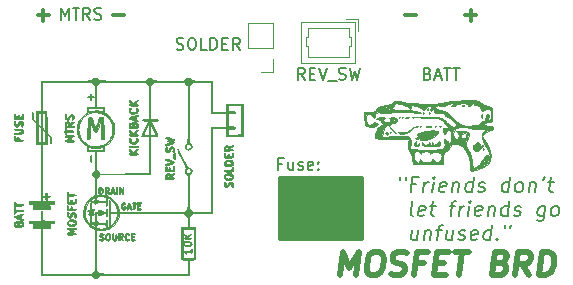
<source format=gto>
G04 #@! TF.FileFunction,Legend,Top*
%FSLAX46Y46*%
G04 Gerber Fmt 4.6, Leading zero omitted, Abs format (unit mm)*
G04 Created by KiCad (PCBNEW 4.0.7) date 08/24/19 09:27:58*
%MOMM*%
%LPD*%
G01*
G04 APERTURE LIST*
%ADD10C,0.100000*%
%ADD11C,0.150000*%
%ADD12C,0.500000*%
%ADD13C,0.200000*%
%ADD14C,0.300000*%
%ADD15C,0.120000*%
%ADD16C,0.010000*%
%ADD17C,0.254000*%
G04 APERTURE END LIST*
D10*
D11*
X156611786Y-97620476D02*
X156582024Y-97858571D01*
X157087977Y-97620476D02*
X157058215Y-97858571D01*
X157965953Y-98215714D02*
X157549286Y-98215714D01*
X157467441Y-98870476D02*
X157623691Y-97620476D01*
X158218929Y-97620476D01*
X158538870Y-98870476D02*
X158643036Y-98037143D01*
X158613274Y-98275238D02*
X158687679Y-98156190D01*
X158754644Y-98096667D01*
X158881131Y-98037143D01*
X159000179Y-98037143D01*
X159312680Y-98870476D02*
X159416846Y-98037143D01*
X159468930Y-97620476D02*
X159401965Y-97680000D01*
X159454049Y-97739524D01*
X159521013Y-97680000D01*
X159468930Y-97620476D01*
X159454049Y-97739524D01*
X160391549Y-98810952D02*
X160265061Y-98870476D01*
X160026966Y-98870476D01*
X159915358Y-98810952D01*
X159870715Y-98691905D01*
X159930239Y-98215714D01*
X160004644Y-98096667D01*
X160131132Y-98037143D01*
X160369227Y-98037143D01*
X160480835Y-98096667D01*
X160525477Y-98215714D01*
X160510596Y-98334762D01*
X159900477Y-98453810D01*
X161083513Y-98037143D02*
X160979347Y-98870476D01*
X161068632Y-98156190D02*
X161135597Y-98096667D01*
X161262084Y-98037143D01*
X161440656Y-98037143D01*
X161552264Y-98096667D01*
X161596906Y-98215714D01*
X161515061Y-98870476D01*
X162646013Y-98870476D02*
X162802263Y-97620476D01*
X162653453Y-98810952D02*
X162526966Y-98870476D01*
X162288870Y-98870476D01*
X162177263Y-98810952D01*
X162125179Y-98751429D01*
X162080536Y-98632381D01*
X162125179Y-98275238D01*
X162199584Y-98156190D01*
X162266549Y-98096667D01*
X162393036Y-98037143D01*
X162631132Y-98037143D01*
X162742739Y-98096667D01*
X163189167Y-98810952D02*
X163300775Y-98870476D01*
X163538870Y-98870476D01*
X163665358Y-98810952D01*
X163739763Y-98691905D01*
X163747203Y-98632381D01*
X163702560Y-98513333D01*
X163590953Y-98453810D01*
X163412382Y-98453810D01*
X163300774Y-98394286D01*
X163256131Y-98275238D01*
X163263572Y-98215714D01*
X163337977Y-98096667D01*
X163464465Y-98037143D01*
X163643036Y-98037143D01*
X163754644Y-98096667D01*
X165741251Y-98870476D02*
X165897501Y-97620476D01*
X165748691Y-98810952D02*
X165622204Y-98870476D01*
X165384108Y-98870476D01*
X165272501Y-98810952D01*
X165220417Y-98751429D01*
X165175774Y-98632381D01*
X165220417Y-98275238D01*
X165294822Y-98156190D01*
X165361787Y-98096667D01*
X165488274Y-98037143D01*
X165726370Y-98037143D01*
X165837977Y-98096667D01*
X166515060Y-98870476D02*
X166403453Y-98810952D01*
X166351369Y-98751429D01*
X166306726Y-98632381D01*
X166351369Y-98275238D01*
X166425774Y-98156190D01*
X166492739Y-98096667D01*
X166619226Y-98037143D01*
X166797798Y-98037143D01*
X166909406Y-98096667D01*
X166961488Y-98156190D01*
X167006131Y-98275238D01*
X166961488Y-98632381D01*
X166887083Y-98751429D01*
X166820120Y-98810952D01*
X166693632Y-98870476D01*
X166515060Y-98870476D01*
X167571607Y-98037143D02*
X167467441Y-98870476D01*
X167556726Y-98156190D02*
X167623691Y-98096667D01*
X167750178Y-98037143D01*
X167928750Y-98037143D01*
X168040358Y-98096667D01*
X168085000Y-98215714D01*
X168003155Y-98870476D01*
X168814167Y-97620476D02*
X168665357Y-97858571D01*
X169119226Y-98037143D02*
X169595416Y-98037143D01*
X169349881Y-97620476D02*
X169215952Y-98691905D01*
X169260595Y-98810952D01*
X169372202Y-98870476D01*
X169491250Y-98870476D01*
X157646012Y-100895476D02*
X157534405Y-100835952D01*
X157489762Y-100716905D01*
X157623691Y-99645476D01*
X158605834Y-100835952D02*
X158479346Y-100895476D01*
X158241251Y-100895476D01*
X158129643Y-100835952D01*
X158085000Y-100716905D01*
X158144524Y-100240714D01*
X158218929Y-100121667D01*
X158345417Y-100062143D01*
X158583512Y-100062143D01*
X158695120Y-100121667D01*
X158739762Y-100240714D01*
X158724881Y-100359762D01*
X158114762Y-100478810D01*
X159119227Y-100062143D02*
X159595417Y-100062143D01*
X159349882Y-99645476D02*
X159215953Y-100716905D01*
X159260596Y-100835952D01*
X159372203Y-100895476D01*
X159491251Y-100895476D01*
X160785894Y-100062143D02*
X161262084Y-100062143D01*
X160860299Y-100895476D02*
X160994227Y-99824048D01*
X161068632Y-99705000D01*
X161195120Y-99645476D01*
X161314168Y-99645476D01*
X161574585Y-100895476D02*
X161678751Y-100062143D01*
X161648989Y-100300238D02*
X161723394Y-100181190D01*
X161790359Y-100121667D01*
X161916846Y-100062143D01*
X162035894Y-100062143D01*
X162348395Y-100895476D02*
X162452561Y-100062143D01*
X162504645Y-99645476D02*
X162437680Y-99705000D01*
X162489764Y-99764524D01*
X162556728Y-99705000D01*
X162504645Y-99645476D01*
X162489764Y-99764524D01*
X163427264Y-100835952D02*
X163300776Y-100895476D01*
X163062681Y-100895476D01*
X162951073Y-100835952D01*
X162906430Y-100716905D01*
X162965954Y-100240714D01*
X163040359Y-100121667D01*
X163166847Y-100062143D01*
X163404942Y-100062143D01*
X163516550Y-100121667D01*
X163561192Y-100240714D01*
X163546311Y-100359762D01*
X162936192Y-100478810D01*
X164119228Y-100062143D02*
X164015062Y-100895476D01*
X164104347Y-100181190D02*
X164171312Y-100121667D01*
X164297799Y-100062143D01*
X164476371Y-100062143D01*
X164587979Y-100121667D01*
X164632621Y-100240714D01*
X164550776Y-100895476D01*
X165681728Y-100895476D02*
X165837978Y-99645476D01*
X165689168Y-100835952D02*
X165562681Y-100895476D01*
X165324585Y-100895476D01*
X165212978Y-100835952D01*
X165160894Y-100776429D01*
X165116251Y-100657381D01*
X165160894Y-100300238D01*
X165235299Y-100181190D01*
X165302264Y-100121667D01*
X165428751Y-100062143D01*
X165666847Y-100062143D01*
X165778454Y-100121667D01*
X166224882Y-100835952D02*
X166336490Y-100895476D01*
X166574585Y-100895476D01*
X166701073Y-100835952D01*
X166775478Y-100716905D01*
X166782918Y-100657381D01*
X166738275Y-100538333D01*
X166626668Y-100478810D01*
X166448097Y-100478810D01*
X166336489Y-100419286D01*
X166291846Y-100300238D01*
X166299287Y-100240714D01*
X166373692Y-100121667D01*
X166500180Y-100062143D01*
X166678751Y-100062143D01*
X166790359Y-100121667D01*
X168881132Y-100062143D02*
X168754644Y-101074048D01*
X168680240Y-101193095D01*
X168613276Y-101252619D01*
X168486787Y-101312143D01*
X168308216Y-101312143D01*
X168196609Y-101252619D01*
X168784406Y-100835952D02*
X168657919Y-100895476D01*
X168419823Y-100895476D01*
X168308216Y-100835952D01*
X168256132Y-100776429D01*
X168211489Y-100657381D01*
X168256132Y-100300238D01*
X168330537Y-100181190D01*
X168397502Y-100121667D01*
X168523989Y-100062143D01*
X168762085Y-100062143D01*
X168873692Y-100121667D01*
X169550775Y-100895476D02*
X169439168Y-100835952D01*
X169387084Y-100776429D01*
X169342441Y-100657381D01*
X169387084Y-100300238D01*
X169461489Y-100181190D01*
X169528454Y-100121667D01*
X169654941Y-100062143D01*
X169833513Y-100062143D01*
X169945121Y-100121667D01*
X169997203Y-100181190D01*
X170041846Y-100300238D01*
X169997203Y-100657381D01*
X169922798Y-100776429D01*
X169855835Y-100835952D01*
X169729347Y-100895476D01*
X169550775Y-100895476D01*
X158107321Y-102087143D02*
X158003155Y-102920476D01*
X157571607Y-102087143D02*
X157489762Y-102741905D01*
X157534405Y-102860952D01*
X157646012Y-102920476D01*
X157824584Y-102920476D01*
X157951072Y-102860952D01*
X158018035Y-102801429D01*
X158702559Y-102087143D02*
X158598393Y-102920476D01*
X158687678Y-102206190D02*
X158754643Y-102146667D01*
X158881130Y-102087143D01*
X159059702Y-102087143D01*
X159171310Y-102146667D01*
X159215952Y-102265714D01*
X159134107Y-102920476D01*
X159654940Y-102087143D02*
X160131130Y-102087143D01*
X159729345Y-102920476D02*
X159863273Y-101849048D01*
X159937678Y-101730000D01*
X160064166Y-101670476D01*
X160183214Y-101670476D01*
X161083511Y-102087143D02*
X160979345Y-102920476D01*
X160547797Y-102087143D02*
X160465952Y-102741905D01*
X160510595Y-102860952D01*
X160622202Y-102920476D01*
X160800774Y-102920476D01*
X160927262Y-102860952D01*
X160994225Y-102801429D01*
X161522499Y-102860952D02*
X161634107Y-102920476D01*
X161872202Y-102920476D01*
X161998690Y-102860952D01*
X162073095Y-102741905D01*
X162080535Y-102682381D01*
X162035892Y-102563333D01*
X161924285Y-102503810D01*
X161745714Y-102503810D01*
X161634106Y-102444286D01*
X161589463Y-102325238D01*
X161596904Y-102265714D01*
X161671309Y-102146667D01*
X161797797Y-102087143D01*
X161976368Y-102087143D01*
X162087976Y-102146667D01*
X163070119Y-102860952D02*
X162943631Y-102920476D01*
X162705536Y-102920476D01*
X162593928Y-102860952D01*
X162549285Y-102741905D01*
X162608809Y-102265714D01*
X162683214Y-102146667D01*
X162809702Y-102087143D01*
X163047797Y-102087143D01*
X163159405Y-102146667D01*
X163204047Y-102265714D01*
X163189166Y-102384762D01*
X162579047Y-102503810D01*
X164193631Y-102920476D02*
X164349881Y-101670476D01*
X164201071Y-102860952D02*
X164074584Y-102920476D01*
X163836488Y-102920476D01*
X163724881Y-102860952D01*
X163672797Y-102801429D01*
X163628154Y-102682381D01*
X163672797Y-102325238D01*
X163747202Y-102206190D01*
X163814167Y-102146667D01*
X163940654Y-102087143D01*
X164178750Y-102087143D01*
X164290357Y-102146667D01*
X164803749Y-102801429D02*
X164855833Y-102860952D01*
X164788869Y-102920476D01*
X164736785Y-102860952D01*
X164803749Y-102801429D01*
X164788869Y-102920476D01*
X165480833Y-101670476D02*
X165451071Y-101908571D01*
X165957024Y-101670476D02*
X165927262Y-101908571D01*
D12*
X151488095Y-105904762D02*
X151738095Y-103904762D01*
X152226190Y-105333333D01*
X153071429Y-103904762D01*
X152821429Y-105904762D01*
X154404762Y-103904762D02*
X154785714Y-103904762D01*
X154964285Y-104000000D01*
X155130953Y-104190476D01*
X155178571Y-104571429D01*
X155095238Y-105238095D01*
X154952381Y-105619048D01*
X154738095Y-105809524D01*
X154535714Y-105904762D01*
X154154762Y-105904762D01*
X153976191Y-105809524D01*
X153809523Y-105619048D01*
X153761904Y-105238095D01*
X153845237Y-104571429D01*
X153988095Y-104190476D01*
X154202381Y-104000000D01*
X154404762Y-103904762D01*
X155785714Y-105809524D02*
X156059524Y-105904762D01*
X156535714Y-105904762D01*
X156738095Y-105809524D01*
X156845237Y-105714286D01*
X156964286Y-105523810D01*
X156988095Y-105333333D01*
X156916666Y-105142857D01*
X156833333Y-105047619D01*
X156654761Y-104952381D01*
X156285714Y-104857143D01*
X156107143Y-104761905D01*
X156023809Y-104666667D01*
X155952380Y-104476190D01*
X155976190Y-104285714D01*
X156095237Y-104095238D01*
X156202381Y-104000000D01*
X156404762Y-103904762D01*
X156880952Y-103904762D01*
X157154762Y-104000000D01*
X158571428Y-104857143D02*
X157904761Y-104857143D01*
X157773809Y-105904762D02*
X158023809Y-103904762D01*
X158976190Y-103904762D01*
X159619047Y-104857143D02*
X160285714Y-104857143D01*
X160440476Y-105904762D02*
X159488095Y-105904762D01*
X159738095Y-103904762D01*
X160690476Y-103904762D01*
X161261905Y-103904762D02*
X162404762Y-103904762D01*
X161583334Y-105904762D02*
X161833334Y-103904762D01*
X165142858Y-104857143D02*
X165416667Y-104952381D01*
X165500002Y-105047619D01*
X165571430Y-105238095D01*
X165535716Y-105523810D01*
X165416668Y-105714286D01*
X165309525Y-105809524D01*
X165107144Y-105904762D01*
X164345239Y-105904762D01*
X164595239Y-103904762D01*
X165261906Y-103904762D01*
X165440477Y-104000000D01*
X165523810Y-104095238D01*
X165595240Y-104285714D01*
X165571430Y-104476190D01*
X165452382Y-104666667D01*
X165345239Y-104761905D01*
X165142858Y-104857143D01*
X164476191Y-104857143D01*
X167488097Y-105904762D02*
X166940477Y-104952381D01*
X166345239Y-105904762D02*
X166595239Y-103904762D01*
X167357144Y-103904762D01*
X167535715Y-104000000D01*
X167619049Y-104095238D01*
X167690478Y-104285714D01*
X167654763Y-104571429D01*
X167535716Y-104761905D01*
X167428572Y-104857143D01*
X167226191Y-104952381D01*
X166464286Y-104952381D01*
X168345239Y-105904762D02*
X168595239Y-103904762D01*
X169071430Y-103904762D01*
X169345239Y-104000000D01*
X169511906Y-104190476D01*
X169583335Y-104380952D01*
X169630954Y-104761905D01*
X169595240Y-105047619D01*
X169452383Y-105428571D01*
X169333334Y-105619048D01*
X169119049Y-105809524D01*
X168821430Y-105904762D01*
X168345239Y-105904762D01*
D11*
X158900953Y-88828571D02*
X159043810Y-88876190D01*
X159091429Y-88923810D01*
X159139048Y-89019048D01*
X159139048Y-89161905D01*
X159091429Y-89257143D01*
X159043810Y-89304762D01*
X158948572Y-89352381D01*
X158567619Y-89352381D01*
X158567619Y-88352381D01*
X158900953Y-88352381D01*
X158996191Y-88400000D01*
X159043810Y-88447619D01*
X159091429Y-88542857D01*
X159091429Y-88638095D01*
X159043810Y-88733333D01*
X158996191Y-88780952D01*
X158900953Y-88828571D01*
X158567619Y-88828571D01*
X159520000Y-89066667D02*
X159996191Y-89066667D01*
X159424762Y-89352381D02*
X159758095Y-88352381D01*
X160091429Y-89352381D01*
X160281905Y-88352381D02*
X160853334Y-88352381D01*
X160567619Y-89352381D02*
X160567619Y-88352381D01*
X161043810Y-88352381D02*
X161615239Y-88352381D01*
X161329524Y-89352381D02*
X161329524Y-88352381D01*
D13*
X146574048Y-96448571D02*
X146240714Y-96448571D01*
X146240714Y-96972381D02*
X146240714Y-95972381D01*
X146716905Y-95972381D01*
X147526429Y-96305714D02*
X147526429Y-96972381D01*
X147097857Y-96305714D02*
X147097857Y-96829524D01*
X147145476Y-96924762D01*
X147240714Y-96972381D01*
X147383572Y-96972381D01*
X147478810Y-96924762D01*
X147526429Y-96877143D01*
X147955000Y-96924762D02*
X148050238Y-96972381D01*
X148240714Y-96972381D01*
X148335953Y-96924762D01*
X148383572Y-96829524D01*
X148383572Y-96781905D01*
X148335953Y-96686667D01*
X148240714Y-96639048D01*
X148097857Y-96639048D01*
X148002619Y-96591429D01*
X147955000Y-96496190D01*
X147955000Y-96448571D01*
X148002619Y-96353333D01*
X148097857Y-96305714D01*
X148240714Y-96305714D01*
X148335953Y-96353333D01*
X149193096Y-96924762D02*
X149097858Y-96972381D01*
X148907381Y-96972381D01*
X148812143Y-96924762D01*
X148764524Y-96829524D01*
X148764524Y-96448571D01*
X148812143Y-96353333D01*
X148907381Y-96305714D01*
X149097858Y-96305714D01*
X149193096Y-96353333D01*
X149240715Y-96448571D01*
X149240715Y-96543810D01*
X148764524Y-96639048D01*
X149669286Y-96877143D02*
X149716905Y-96924762D01*
X149669286Y-96972381D01*
X149621667Y-96924762D01*
X149669286Y-96877143D01*
X149669286Y-96972381D01*
X149669286Y-96353333D02*
X149716905Y-96400952D01*
X149669286Y-96448571D01*
X149621667Y-96400952D01*
X149669286Y-96353333D01*
X149669286Y-96448571D01*
D14*
X157003810Y-83909286D02*
X157956191Y-83909286D01*
X162083810Y-83909286D02*
X163036191Y-83909286D01*
X162560001Y-84385476D02*
X162560001Y-83433095D01*
X132238810Y-83909286D02*
X133191191Y-83909286D01*
X125888810Y-83909286D02*
X126841191Y-83909286D01*
X126365001Y-84385476D02*
X126365001Y-83433095D01*
D11*
X127849524Y-84272381D02*
X127849524Y-83272381D01*
X128182858Y-83986667D01*
X128516191Y-83272381D01*
X128516191Y-84272381D01*
X128849524Y-83272381D02*
X129420953Y-83272381D01*
X129135238Y-84272381D02*
X129135238Y-83272381D01*
X130325715Y-84272381D02*
X129992381Y-83796190D01*
X129754286Y-84272381D02*
X129754286Y-83272381D01*
X130135239Y-83272381D01*
X130230477Y-83320000D01*
X130278096Y-83367619D01*
X130325715Y-83462857D01*
X130325715Y-83605714D01*
X130278096Y-83700952D01*
X130230477Y-83748571D01*
X130135239Y-83796190D01*
X129754286Y-83796190D01*
X130706667Y-84224762D02*
X130849524Y-84272381D01*
X131087620Y-84272381D01*
X131182858Y-84224762D01*
X131230477Y-84177143D01*
X131278096Y-84081905D01*
X131278096Y-83986667D01*
X131230477Y-83891429D01*
X131182858Y-83843810D01*
X131087620Y-83796190D01*
X130897143Y-83748571D01*
X130801905Y-83700952D01*
X130754286Y-83653333D01*
X130706667Y-83558095D01*
X130706667Y-83462857D01*
X130754286Y-83367619D01*
X130801905Y-83320000D01*
X130897143Y-83272381D01*
X131135239Y-83272381D01*
X131278096Y-83320000D01*
D15*
X152780000Y-87950000D02*
X152780000Y-84450000D01*
X152780000Y-84450000D02*
X148230000Y-84450000D01*
X148230000Y-84450000D02*
X148230000Y-87950000D01*
X148230000Y-87950000D02*
X152780000Y-87950000D01*
X150505000Y-85000000D02*
X152230000Y-85000000D01*
X152230000Y-85000000D02*
X152230000Y-85725000D01*
X152230000Y-85725000D02*
X152430000Y-85725000D01*
X152430000Y-85725000D02*
X152430000Y-86525000D01*
X152430000Y-86525000D02*
X152230000Y-86525000D01*
X152230000Y-86525000D02*
X152230000Y-87400000D01*
X152230000Y-87400000D02*
X150505000Y-87400000D01*
X150505000Y-85000000D02*
X148780000Y-85000000D01*
X148780000Y-85000000D02*
X148780000Y-85725000D01*
X148780000Y-85725000D02*
X148580000Y-85725000D01*
X148580000Y-85725000D02*
X148580000Y-86525000D01*
X148580000Y-86525000D02*
X148780000Y-86525000D01*
X148780000Y-86525000D02*
X148780000Y-87400000D01*
X148780000Y-87400000D02*
X150505000Y-87400000D01*
X153030000Y-84200000D02*
X153030000Y-85200000D01*
X153030000Y-84200000D02*
X152030000Y-84200000D01*
D16*
G36*
X162913310Y-91113408D02*
X163189848Y-91145701D01*
X163356103Y-91206842D01*
X163459915Y-91303113D01*
X163476127Y-91325320D01*
X163720944Y-91514990D01*
X164020685Y-91607654D01*
X164244130Y-91649517D01*
X164355420Y-91755314D01*
X164393517Y-91995132D01*
X164397500Y-92285500D01*
X164388845Y-92662359D01*
X164334431Y-92855008D01*
X164191579Y-92933218D01*
X163984750Y-92960296D01*
X163665790Y-93031290D01*
X163585447Y-93130138D01*
X163738696Y-93212893D01*
X164016500Y-93238000D01*
X164345259Y-93279309D01*
X164460196Y-93411150D01*
X164461000Y-93428500D01*
X164366566Y-93597034D01*
X164284569Y-93619000D01*
X164063812Y-93694029D01*
X163813168Y-93857852D01*
X163518198Y-94096704D01*
X163882830Y-94647700D01*
X164145631Y-95177237D01*
X164261388Y-95710533D01*
X164224071Y-96180157D01*
X164048402Y-96498967D01*
X163792284Y-96666090D01*
X163396271Y-96840427D01*
X162969784Y-96980637D01*
X162622243Y-97045379D01*
X162600315Y-97046072D01*
X162506991Y-96928131D01*
X162471565Y-96590349D01*
X162473315Y-96444750D01*
X162407371Y-95896231D01*
X162200546Y-95399173D01*
X161892284Y-95011951D01*
X161522025Y-94792936D01*
X161338135Y-94764711D01*
X161009396Y-94825632D01*
X160814199Y-95051770D01*
X160801108Y-95079500D01*
X160633224Y-95314116D01*
X160470524Y-95397000D01*
X160331228Y-95503152D01*
X160254603Y-95834406D01*
X160245552Y-95936750D01*
X160206500Y-96476500D01*
X157666500Y-96476500D01*
X157627641Y-96032000D01*
X157559450Y-95741279D01*
X157724703Y-95741279D01*
X157775144Y-96034482D01*
X157888750Y-96223029D01*
X158098918Y-96392668D01*
X158218345Y-96333872D01*
X158239944Y-96190750D01*
X158263508Y-96047969D01*
X158352950Y-96143932D01*
X158354864Y-96146948D01*
X158546284Y-96289540D01*
X158824070Y-96350852D01*
X159089907Y-96328332D01*
X159245478Y-96219429D01*
X159255944Y-96170332D01*
X159293429Y-96054780D01*
X159351194Y-96108207D01*
X159589714Y-96296255D01*
X159853649Y-96283201D01*
X160064191Y-96099574D01*
X160143000Y-95801485D01*
X160065063Y-95606288D01*
X159797122Y-95502294D01*
X159730250Y-95491103D01*
X159413253Y-95487734D01*
X159226369Y-95568774D01*
X159224194Y-95571938D01*
X159143050Y-95637919D01*
X159128944Y-95555750D01*
X159015479Y-95440615D01*
X158746000Y-95397000D01*
X158470075Y-95443626D01*
X158354973Y-95555750D01*
X158329445Y-95649337D01*
X158280890Y-95555750D01*
X158115856Y-95422589D01*
X157973416Y-95397000D01*
X157793917Y-95498308D01*
X157724703Y-95741279D01*
X157559450Y-95741279D01*
X157546674Y-95686814D01*
X157401998Y-95445496D01*
X157387962Y-95433754D01*
X157251877Y-95221862D01*
X157255121Y-94862383D01*
X157260086Y-94830504D01*
X157333030Y-94381000D01*
X155880515Y-94381000D01*
X155252990Y-94377669D01*
X154836780Y-94363118D01*
X154589237Y-94330512D01*
X154467715Y-94273014D01*
X154429565Y-94183788D01*
X154427999Y-94148166D01*
X154431962Y-94127000D01*
X154555000Y-94127000D01*
X154598330Y-94250698D01*
X154611004Y-94254000D01*
X154719433Y-94165006D01*
X154745500Y-94127000D01*
X154735430Y-94009971D01*
X154689495Y-94000000D01*
X154560168Y-94092190D01*
X154555000Y-94127000D01*
X154431962Y-94127000D01*
X154474198Y-93901436D01*
X154521630Y-93821703D01*
X154526805Y-93809500D01*
X154809000Y-93809500D01*
X154872500Y-93873000D01*
X154936000Y-93809500D01*
X154872500Y-93746000D01*
X154809000Y-93809500D01*
X154526805Y-93809500D01*
X154605464Y-93624024D01*
X154616880Y-93514786D01*
X154693472Y-93348675D01*
X154777250Y-93333250D01*
X154922812Y-93281388D01*
X154936000Y-93230504D01*
X155013804Y-93154655D01*
X155063000Y-93174500D01*
X155182455Y-93212329D01*
X155148401Y-93105822D01*
X154977586Y-92899134D01*
X154946583Y-92867583D01*
X154745325Y-92713480D01*
X154629083Y-92698250D01*
X154558117Y-92681624D01*
X154555000Y-92649566D01*
X154666466Y-92567644D01*
X154939730Y-92527592D01*
X154989036Y-92526800D01*
X155262243Y-92538614D01*
X155316160Y-92590601D01*
X155211286Y-92687860D01*
X155073039Y-92804798D01*
X155094355Y-92866508D01*
X155313508Y-92907650D01*
X155475750Y-92927371D01*
X155757286Y-92919771D01*
X155810633Y-92806393D01*
X155753706Y-92730000D01*
X156015500Y-92730000D01*
X156025569Y-92847028D01*
X156071504Y-92857000D01*
X156200831Y-92764809D01*
X156206000Y-92730000D01*
X156162669Y-92606301D01*
X156149995Y-92603000D01*
X156041566Y-92691993D01*
X156015500Y-92730000D01*
X155753706Y-92730000D01*
X155693766Y-92649566D01*
X155680814Y-92553861D01*
X155904368Y-92518731D01*
X155947766Y-92518333D01*
X156233071Y-92560707D01*
X156330977Y-92710285D01*
X156333000Y-92751166D01*
X156233706Y-92947477D01*
X156079000Y-92984000D01*
X155872526Y-93030318D01*
X155824999Y-93094456D01*
X155717833Y-93174822D01*
X155539249Y-93189706D01*
X155302021Y-93251280D01*
X155236686Y-93428500D01*
X155162199Y-93897884D01*
X155011608Y-94145932D01*
X155005794Y-94150227D01*
X155038016Y-94191131D01*
X155262422Y-94190779D01*
X155386794Y-94178790D01*
X155932697Y-94141070D01*
X156002394Y-94140106D01*
X155952000Y-94190500D01*
X156015500Y-94254000D01*
X156079000Y-94190500D01*
X156028249Y-94139749D01*
X156576554Y-94132167D01*
X157163794Y-94153560D01*
X157253750Y-94160944D01*
X157435154Y-94252733D01*
X157503133Y-94517938D01*
X157505667Y-94635000D01*
X157472482Y-94793016D01*
X157418569Y-94984250D01*
X157389018Y-95106923D01*
X157416208Y-95188242D01*
X157540864Y-95236708D01*
X157803712Y-95260822D01*
X158245476Y-95269086D01*
X158787354Y-95270000D01*
X159453199Y-95265251D01*
X159903714Y-95239169D01*
X160129905Y-95185333D01*
X160439333Y-95185333D01*
X160456766Y-95260834D01*
X160524000Y-95270000D01*
X160628535Y-95223532D01*
X160608666Y-95185333D01*
X160457947Y-95170133D01*
X160439333Y-95185333D01*
X160129905Y-95185333D01*
X160177542Y-95173995D01*
X160313325Y-95051972D01*
X160349709Y-94855344D01*
X160325337Y-94566354D01*
X160324980Y-94563450D01*
X160312062Y-94371232D01*
X160341047Y-94393790D01*
X160347672Y-94414304D01*
X160455587Y-94567322D01*
X160533611Y-94565559D01*
X160643671Y-94582768D01*
X160651000Y-94623518D01*
X160741250Y-94705843D01*
X160812858Y-94691917D01*
X160887391Y-94571500D01*
X161540000Y-94571500D01*
X161603500Y-94635000D01*
X161667000Y-94571500D01*
X161603500Y-94508000D01*
X161540000Y-94571500D01*
X160887391Y-94571500D01*
X160921076Y-94517078D01*
X160926628Y-94125552D01*
X160926518Y-94124403D01*
X160897724Y-93960622D01*
X161082601Y-93960622D01*
X161156404Y-94236687D01*
X161304933Y-94370208D01*
X161456178Y-94342056D01*
X161517338Y-94186114D01*
X161727368Y-94186114D01*
X161852176Y-94313121D01*
X161947342Y-94326571D01*
X162128671Y-94258490D01*
X162131085Y-94099785D01*
X162141690Y-93912630D01*
X162208056Y-93873000D01*
X162292357Y-93828877D01*
X162278105Y-93806771D01*
X162122182Y-93794225D01*
X161971188Y-93838521D01*
X161768508Y-93997847D01*
X161727368Y-94186114D01*
X161517338Y-94186114D01*
X161538129Y-94133103D01*
X161540000Y-94082124D01*
X161456457Y-93798942D01*
X161317750Y-93702357D01*
X161301365Y-93671516D01*
X161494562Y-93658049D01*
X161730500Y-93661295D01*
X162110426Y-93686184D01*
X162305541Y-93751705D01*
X162384990Y-93893763D01*
X162403670Y-94010870D01*
X162364946Y-94318322D01*
X162251804Y-94496958D01*
X162130099Y-94681441D01*
X162176321Y-94954919D01*
X162189828Y-94991502D01*
X162325654Y-95265672D01*
X162444072Y-95406315D01*
X162525597Y-95566699D01*
X162602681Y-95897838D01*
X162643328Y-96192317D01*
X162690532Y-96591206D01*
X162746933Y-96786486D01*
X162844840Y-96827496D01*
X163016559Y-96763574D01*
X163017201Y-96763282D01*
X163244841Y-96612748D01*
X163260381Y-96587599D01*
X163479078Y-96587599D01*
X163481898Y-96650719D01*
X163628004Y-96667000D01*
X163839203Y-96597251D01*
X163882180Y-96551843D01*
X163841543Y-96486940D01*
X163699175Y-96503156D01*
X163479078Y-96587599D01*
X163260381Y-96587599D01*
X163322013Y-96487864D01*
X163371107Y-96379118D01*
X163492646Y-96379118D01*
X163548954Y-96413000D01*
X163735094Y-96319534D01*
X163767722Y-96277550D01*
X163783551Y-96222500D01*
X163953000Y-96222500D01*
X164016500Y-96286000D01*
X164080000Y-96222500D01*
X164016500Y-96159000D01*
X163953000Y-96222500D01*
X163783551Y-96222500D01*
X163815262Y-96112220D01*
X163716706Y-96098655D01*
X163574547Y-96219430D01*
X163492646Y-96379118D01*
X163371107Y-96379118D01*
X163402401Y-96309803D01*
X163596257Y-96044000D01*
X163651080Y-95979720D01*
X163877337Y-95753459D01*
X164015408Y-95714829D01*
X164089622Y-95789220D01*
X164187713Y-95907316D01*
X164186206Y-95798090D01*
X164085465Y-95467724D01*
X164067576Y-95415951D01*
X163949255Y-95144694D01*
X163846925Y-95017363D01*
X163839089Y-95016000D01*
X163742922Y-94908956D01*
X163616802Y-94643805D01*
X163587021Y-94565219D01*
X163492920Y-94228819D01*
X163523391Y-93989865D01*
X163619398Y-93816249D01*
X163733271Y-93620673D01*
X163694775Y-93537069D01*
X163459733Y-93517361D01*
X163344140Y-93516721D01*
X162932572Y-93493012D01*
X162429705Y-93434500D01*
X162203159Y-93399000D01*
X161644625Y-93353900D01*
X161284355Y-93453887D01*
X161106971Y-93706669D01*
X161082601Y-93960622D01*
X160897724Y-93960622D01*
X160867142Y-93786681D01*
X160751511Y-93640505D01*
X160630165Y-93619000D01*
X160460719Y-93666792D01*
X160455076Y-93737224D01*
X160439150Y-93900334D01*
X160399071Y-93935219D01*
X160280296Y-93932960D01*
X160270000Y-93890882D01*
X160227817Y-93671492D01*
X160190436Y-93559435D01*
X160173800Y-93422639D01*
X160315511Y-93405816D01*
X160476186Y-93438794D01*
X160841500Y-93525492D01*
X160408340Y-93068892D01*
X160186995Y-92847368D01*
X159990296Y-92709749D01*
X159747401Y-92632857D01*
X159387470Y-92593516D01*
X158884340Y-92570262D01*
X157793500Y-92528231D01*
X158904455Y-92502115D01*
X159439952Y-92492987D01*
X159792166Y-92508647D01*
X160031741Y-92567777D01*
X160229320Y-92689056D01*
X160455548Y-92891165D01*
X160486664Y-92920499D01*
X160878580Y-93244302D01*
X161153136Y-93359438D01*
X161327466Y-93272711D01*
X161337063Y-93258123D01*
X161299330Y-93113641D01*
X161127080Y-92893568D01*
X160889272Y-92663058D01*
X160654864Y-92487269D01*
X160492817Y-92431356D01*
X160473316Y-92442016D01*
X160410531Y-92434231D01*
X160418166Y-92348999D01*
X160385276Y-92224532D01*
X160180573Y-92172186D01*
X159938417Y-92168155D01*
X159609207Y-92158310D01*
X159474728Y-92093454D01*
X159477129Y-91945343D01*
X159477679Y-91943229D01*
X159564829Y-91786773D01*
X159712394Y-91852531D01*
X159960887Y-91940046D01*
X160078737Y-91922366D01*
X160283171Y-91971389D01*
X160621513Y-92210671D01*
X160989110Y-92543157D01*
X161357583Y-92891681D01*
X161623256Y-93098434D01*
X161863776Y-93200409D01*
X162156792Y-93234594D01*
X162447679Y-93237999D01*
X162900723Y-93219808D01*
X163170327Y-93152831D01*
X163325250Y-93018463D01*
X163339559Y-92996671D01*
X163523052Y-92831413D01*
X163658135Y-92819759D01*
X163790655Y-92774911D01*
X163826000Y-92553087D01*
X163869664Y-92308020D01*
X163958567Y-92221999D01*
X164068153Y-92319511D01*
X164070519Y-92380749D01*
X164061299Y-92655551D01*
X164064952Y-92719416D01*
X164107146Y-92852477D01*
X164175976Y-92782191D01*
X164247524Y-92554133D01*
X164290545Y-92289612D01*
X164306193Y-91990816D01*
X164225850Y-91866644D01*
X163994608Y-91841064D01*
X163966574Y-91841000D01*
X163679046Y-91889469D01*
X163529109Y-91999750D01*
X163476772Y-92024367D01*
X163455026Y-91886337D01*
X163353045Y-91634212D01*
X163134995Y-91498970D01*
X162925539Y-91530583D01*
X162820745Y-91502597D01*
X162810000Y-91442095D01*
X162772897Y-91347497D01*
X162657599Y-91434600D01*
X162474385Y-91563565D01*
X162352267Y-91571628D01*
X162369426Y-91453647D01*
X162369483Y-91453554D01*
X162316140Y-91370282D01*
X162023627Y-91345156D01*
X161868978Y-91350285D01*
X161524031Y-91388293D01*
X161314874Y-91450206D01*
X161286000Y-91483731D01*
X161181011Y-91570432D01*
X161063750Y-91585055D01*
X160916684Y-91564080D01*
X161007672Y-91475909D01*
X161032000Y-91460000D01*
X161131738Y-91367360D01*
X161005601Y-91336356D01*
X160936750Y-91334944D01*
X160713688Y-91376043D01*
X160651000Y-91446105D01*
X160539482Y-91534499D01*
X160265975Y-91603397D01*
X160215408Y-91610063D01*
X159945306Y-91618661D01*
X159837506Y-91574695D01*
X159841903Y-91560458D01*
X159810304Y-91465403D01*
X159770571Y-91459999D01*
X159605962Y-91556366D01*
X159478526Y-91713999D01*
X159310482Y-91911231D01*
X159180602Y-91961027D01*
X159150648Y-91850555D01*
X159172926Y-91777500D01*
X159164559Y-91620926D01*
X159020151Y-91597708D01*
X158818545Y-91705776D01*
X158736482Y-91788968D01*
X158584480Y-91921158D01*
X158459285Y-91841840D01*
X158435181Y-91810374D01*
X158223006Y-91660522D01*
X158193504Y-91650500D01*
X158492000Y-91650500D01*
X158555500Y-91714000D01*
X158619000Y-91650500D01*
X158555500Y-91587000D01*
X158492000Y-91650500D01*
X158193504Y-91650500D01*
X157896758Y-91549695D01*
X157888750Y-91548081D01*
X157601500Y-91515694D01*
X157486361Y-91590080D01*
X157471960Y-91685425D01*
X157452217Y-91834126D01*
X157364600Y-91767155D01*
X157311025Y-91698407D01*
X157092324Y-91548630D01*
X156737993Y-91426369D01*
X156616564Y-91401494D01*
X156275428Y-91359246D01*
X156117196Y-91394977D01*
X156079000Y-91519832D01*
X156016146Y-91658186D01*
X155935524Y-91640317D01*
X155838475Y-91641310D01*
X155850990Y-91728072D01*
X155965202Y-91825528D01*
X156252626Y-91887264D01*
X156748121Y-91919580D01*
X156937022Y-91924374D01*
X157450593Y-91951545D01*
X157886006Y-92005635D01*
X158164075Y-92076057D01*
X158196306Y-92092713D01*
X158336516Y-92193827D01*
X158259327Y-92188765D01*
X158217001Y-92176200D01*
X157945071Y-92133021D01*
X157510765Y-92104962D01*
X156991840Y-92092326D01*
X156466053Y-92095415D01*
X156011160Y-92114532D01*
X155704919Y-92149981D01*
X155647522Y-92166190D01*
X155355072Y-92194650D01*
X155054703Y-92130743D01*
X154699393Y-92078748D01*
X154481797Y-92227611D01*
X154423960Y-92469650D01*
X154393945Y-92581397D01*
X154285124Y-92486869D01*
X154239562Y-92428321D01*
X154009784Y-92249571D01*
X153810500Y-92292307D01*
X153695308Y-92525070D01*
X153689638Y-92751096D01*
X153780305Y-93092559D01*
X153951610Y-93205728D01*
X154186387Y-93080099D01*
X154202162Y-93064694D01*
X154442151Y-92951927D01*
X154565091Y-92990236D01*
X154672550Y-93132867D01*
X154576101Y-93259710D01*
X154325276Y-93338071D01*
X154031399Y-93342500D01*
X153773894Y-93302989D01*
X153641986Y-93201631D01*
X153585297Y-92967517D01*
X153563187Y-92683472D01*
X153523875Y-92065445D01*
X153967614Y-92117249D01*
X154290975Y-92122030D01*
X154434706Y-92031500D01*
X155190000Y-92031500D01*
X155253500Y-92095000D01*
X155317000Y-92031500D01*
X155253500Y-91968000D01*
X155190000Y-92031500D01*
X154434706Y-92031500D01*
X154469750Y-92009428D01*
X154543953Y-91878026D01*
X154577933Y-91841000D01*
X155507500Y-91841000D01*
X155517569Y-91958028D01*
X155563504Y-91968000D01*
X155692831Y-91875809D01*
X155698000Y-91841000D01*
X155654669Y-91717301D01*
X155641995Y-91714000D01*
X155533566Y-91802993D01*
X155507500Y-91841000D01*
X154577933Y-91841000D01*
X154752762Y-91650500D01*
X155317000Y-91650500D01*
X155380500Y-91714000D01*
X155444000Y-91650500D01*
X155380500Y-91587000D01*
X155317000Y-91650500D01*
X154752762Y-91650500D01*
X154767003Y-91634983D01*
X154965027Y-91577283D01*
X155456443Y-91524783D01*
X155798663Y-91386757D01*
X155959898Y-91262352D01*
X156177387Y-91122137D01*
X156419742Y-91142272D01*
X156562368Y-91195797D01*
X156838306Y-91262976D01*
X157277334Y-91317814D01*
X157824464Y-91359052D01*
X158424712Y-91385427D01*
X159023091Y-91395679D01*
X159564615Y-91388547D01*
X159994299Y-91362769D01*
X160257157Y-91317084D01*
X160311215Y-91281776D01*
X160471012Y-91205128D01*
X160882212Y-91150071D01*
X161543123Y-91116793D01*
X161838026Y-91110244D01*
X162478650Y-91103683D01*
X162913310Y-91113408D01*
X162913310Y-91113408D01*
G37*
X162913310Y-91113408D02*
X163189848Y-91145701D01*
X163356103Y-91206842D01*
X163459915Y-91303113D01*
X163476127Y-91325320D01*
X163720944Y-91514990D01*
X164020685Y-91607654D01*
X164244130Y-91649517D01*
X164355420Y-91755314D01*
X164393517Y-91995132D01*
X164397500Y-92285500D01*
X164388845Y-92662359D01*
X164334431Y-92855008D01*
X164191579Y-92933218D01*
X163984750Y-92960296D01*
X163665790Y-93031290D01*
X163585447Y-93130138D01*
X163738696Y-93212893D01*
X164016500Y-93238000D01*
X164345259Y-93279309D01*
X164460196Y-93411150D01*
X164461000Y-93428500D01*
X164366566Y-93597034D01*
X164284569Y-93619000D01*
X164063812Y-93694029D01*
X163813168Y-93857852D01*
X163518198Y-94096704D01*
X163882830Y-94647700D01*
X164145631Y-95177237D01*
X164261388Y-95710533D01*
X164224071Y-96180157D01*
X164048402Y-96498967D01*
X163792284Y-96666090D01*
X163396271Y-96840427D01*
X162969784Y-96980637D01*
X162622243Y-97045379D01*
X162600315Y-97046072D01*
X162506991Y-96928131D01*
X162471565Y-96590349D01*
X162473315Y-96444750D01*
X162407371Y-95896231D01*
X162200546Y-95399173D01*
X161892284Y-95011951D01*
X161522025Y-94792936D01*
X161338135Y-94764711D01*
X161009396Y-94825632D01*
X160814199Y-95051770D01*
X160801108Y-95079500D01*
X160633224Y-95314116D01*
X160470524Y-95397000D01*
X160331228Y-95503152D01*
X160254603Y-95834406D01*
X160245552Y-95936750D01*
X160206500Y-96476500D01*
X157666500Y-96476500D01*
X157627641Y-96032000D01*
X157559450Y-95741279D01*
X157724703Y-95741279D01*
X157775144Y-96034482D01*
X157888750Y-96223029D01*
X158098918Y-96392668D01*
X158218345Y-96333872D01*
X158239944Y-96190750D01*
X158263508Y-96047969D01*
X158352950Y-96143932D01*
X158354864Y-96146948D01*
X158546284Y-96289540D01*
X158824070Y-96350852D01*
X159089907Y-96328332D01*
X159245478Y-96219429D01*
X159255944Y-96170332D01*
X159293429Y-96054780D01*
X159351194Y-96108207D01*
X159589714Y-96296255D01*
X159853649Y-96283201D01*
X160064191Y-96099574D01*
X160143000Y-95801485D01*
X160065063Y-95606288D01*
X159797122Y-95502294D01*
X159730250Y-95491103D01*
X159413253Y-95487734D01*
X159226369Y-95568774D01*
X159224194Y-95571938D01*
X159143050Y-95637919D01*
X159128944Y-95555750D01*
X159015479Y-95440615D01*
X158746000Y-95397000D01*
X158470075Y-95443626D01*
X158354973Y-95555750D01*
X158329445Y-95649337D01*
X158280890Y-95555750D01*
X158115856Y-95422589D01*
X157973416Y-95397000D01*
X157793917Y-95498308D01*
X157724703Y-95741279D01*
X157559450Y-95741279D01*
X157546674Y-95686814D01*
X157401998Y-95445496D01*
X157387962Y-95433754D01*
X157251877Y-95221862D01*
X157255121Y-94862383D01*
X157260086Y-94830504D01*
X157333030Y-94381000D01*
X155880515Y-94381000D01*
X155252990Y-94377669D01*
X154836780Y-94363118D01*
X154589237Y-94330512D01*
X154467715Y-94273014D01*
X154429565Y-94183788D01*
X154427999Y-94148166D01*
X154431962Y-94127000D01*
X154555000Y-94127000D01*
X154598330Y-94250698D01*
X154611004Y-94254000D01*
X154719433Y-94165006D01*
X154745500Y-94127000D01*
X154735430Y-94009971D01*
X154689495Y-94000000D01*
X154560168Y-94092190D01*
X154555000Y-94127000D01*
X154431962Y-94127000D01*
X154474198Y-93901436D01*
X154521630Y-93821703D01*
X154526805Y-93809500D01*
X154809000Y-93809500D01*
X154872500Y-93873000D01*
X154936000Y-93809500D01*
X154872500Y-93746000D01*
X154809000Y-93809500D01*
X154526805Y-93809500D01*
X154605464Y-93624024D01*
X154616880Y-93514786D01*
X154693472Y-93348675D01*
X154777250Y-93333250D01*
X154922812Y-93281388D01*
X154936000Y-93230504D01*
X155013804Y-93154655D01*
X155063000Y-93174500D01*
X155182455Y-93212329D01*
X155148401Y-93105822D01*
X154977586Y-92899134D01*
X154946583Y-92867583D01*
X154745325Y-92713480D01*
X154629083Y-92698250D01*
X154558117Y-92681624D01*
X154555000Y-92649566D01*
X154666466Y-92567644D01*
X154939730Y-92527592D01*
X154989036Y-92526800D01*
X155262243Y-92538614D01*
X155316160Y-92590601D01*
X155211286Y-92687860D01*
X155073039Y-92804798D01*
X155094355Y-92866508D01*
X155313508Y-92907650D01*
X155475750Y-92927371D01*
X155757286Y-92919771D01*
X155810633Y-92806393D01*
X155753706Y-92730000D01*
X156015500Y-92730000D01*
X156025569Y-92847028D01*
X156071504Y-92857000D01*
X156200831Y-92764809D01*
X156206000Y-92730000D01*
X156162669Y-92606301D01*
X156149995Y-92603000D01*
X156041566Y-92691993D01*
X156015500Y-92730000D01*
X155753706Y-92730000D01*
X155693766Y-92649566D01*
X155680814Y-92553861D01*
X155904368Y-92518731D01*
X155947766Y-92518333D01*
X156233071Y-92560707D01*
X156330977Y-92710285D01*
X156333000Y-92751166D01*
X156233706Y-92947477D01*
X156079000Y-92984000D01*
X155872526Y-93030318D01*
X155824999Y-93094456D01*
X155717833Y-93174822D01*
X155539249Y-93189706D01*
X155302021Y-93251280D01*
X155236686Y-93428500D01*
X155162199Y-93897884D01*
X155011608Y-94145932D01*
X155005794Y-94150227D01*
X155038016Y-94191131D01*
X155262422Y-94190779D01*
X155386794Y-94178790D01*
X155932697Y-94141070D01*
X156002394Y-94140106D01*
X155952000Y-94190500D01*
X156015500Y-94254000D01*
X156079000Y-94190500D01*
X156028249Y-94139749D01*
X156576554Y-94132167D01*
X157163794Y-94153560D01*
X157253750Y-94160944D01*
X157435154Y-94252733D01*
X157503133Y-94517938D01*
X157505667Y-94635000D01*
X157472482Y-94793016D01*
X157418569Y-94984250D01*
X157389018Y-95106923D01*
X157416208Y-95188242D01*
X157540864Y-95236708D01*
X157803712Y-95260822D01*
X158245476Y-95269086D01*
X158787354Y-95270000D01*
X159453199Y-95265251D01*
X159903714Y-95239169D01*
X160129905Y-95185333D01*
X160439333Y-95185333D01*
X160456766Y-95260834D01*
X160524000Y-95270000D01*
X160628535Y-95223532D01*
X160608666Y-95185333D01*
X160457947Y-95170133D01*
X160439333Y-95185333D01*
X160129905Y-95185333D01*
X160177542Y-95173995D01*
X160313325Y-95051972D01*
X160349709Y-94855344D01*
X160325337Y-94566354D01*
X160324980Y-94563450D01*
X160312062Y-94371232D01*
X160341047Y-94393790D01*
X160347672Y-94414304D01*
X160455587Y-94567322D01*
X160533611Y-94565559D01*
X160643671Y-94582768D01*
X160651000Y-94623518D01*
X160741250Y-94705843D01*
X160812858Y-94691917D01*
X160887391Y-94571500D01*
X161540000Y-94571500D01*
X161603500Y-94635000D01*
X161667000Y-94571500D01*
X161603500Y-94508000D01*
X161540000Y-94571500D01*
X160887391Y-94571500D01*
X160921076Y-94517078D01*
X160926628Y-94125552D01*
X160926518Y-94124403D01*
X160897724Y-93960622D01*
X161082601Y-93960622D01*
X161156404Y-94236687D01*
X161304933Y-94370208D01*
X161456178Y-94342056D01*
X161517338Y-94186114D01*
X161727368Y-94186114D01*
X161852176Y-94313121D01*
X161947342Y-94326571D01*
X162128671Y-94258490D01*
X162131085Y-94099785D01*
X162141690Y-93912630D01*
X162208056Y-93873000D01*
X162292357Y-93828877D01*
X162278105Y-93806771D01*
X162122182Y-93794225D01*
X161971188Y-93838521D01*
X161768508Y-93997847D01*
X161727368Y-94186114D01*
X161517338Y-94186114D01*
X161538129Y-94133103D01*
X161540000Y-94082124D01*
X161456457Y-93798942D01*
X161317750Y-93702357D01*
X161301365Y-93671516D01*
X161494562Y-93658049D01*
X161730500Y-93661295D01*
X162110426Y-93686184D01*
X162305541Y-93751705D01*
X162384990Y-93893763D01*
X162403670Y-94010870D01*
X162364946Y-94318322D01*
X162251804Y-94496958D01*
X162130099Y-94681441D01*
X162176321Y-94954919D01*
X162189828Y-94991502D01*
X162325654Y-95265672D01*
X162444072Y-95406315D01*
X162525597Y-95566699D01*
X162602681Y-95897838D01*
X162643328Y-96192317D01*
X162690532Y-96591206D01*
X162746933Y-96786486D01*
X162844840Y-96827496D01*
X163016559Y-96763574D01*
X163017201Y-96763282D01*
X163244841Y-96612748D01*
X163260381Y-96587599D01*
X163479078Y-96587599D01*
X163481898Y-96650719D01*
X163628004Y-96667000D01*
X163839203Y-96597251D01*
X163882180Y-96551843D01*
X163841543Y-96486940D01*
X163699175Y-96503156D01*
X163479078Y-96587599D01*
X163260381Y-96587599D01*
X163322013Y-96487864D01*
X163371107Y-96379118D01*
X163492646Y-96379118D01*
X163548954Y-96413000D01*
X163735094Y-96319534D01*
X163767722Y-96277550D01*
X163783551Y-96222500D01*
X163953000Y-96222500D01*
X164016500Y-96286000D01*
X164080000Y-96222500D01*
X164016500Y-96159000D01*
X163953000Y-96222500D01*
X163783551Y-96222500D01*
X163815262Y-96112220D01*
X163716706Y-96098655D01*
X163574547Y-96219430D01*
X163492646Y-96379118D01*
X163371107Y-96379118D01*
X163402401Y-96309803D01*
X163596257Y-96044000D01*
X163651080Y-95979720D01*
X163877337Y-95753459D01*
X164015408Y-95714829D01*
X164089622Y-95789220D01*
X164187713Y-95907316D01*
X164186206Y-95798090D01*
X164085465Y-95467724D01*
X164067576Y-95415951D01*
X163949255Y-95144694D01*
X163846925Y-95017363D01*
X163839089Y-95016000D01*
X163742922Y-94908956D01*
X163616802Y-94643805D01*
X163587021Y-94565219D01*
X163492920Y-94228819D01*
X163523391Y-93989865D01*
X163619398Y-93816249D01*
X163733271Y-93620673D01*
X163694775Y-93537069D01*
X163459733Y-93517361D01*
X163344140Y-93516721D01*
X162932572Y-93493012D01*
X162429705Y-93434500D01*
X162203159Y-93399000D01*
X161644625Y-93353900D01*
X161284355Y-93453887D01*
X161106971Y-93706669D01*
X161082601Y-93960622D01*
X160897724Y-93960622D01*
X160867142Y-93786681D01*
X160751511Y-93640505D01*
X160630165Y-93619000D01*
X160460719Y-93666792D01*
X160455076Y-93737224D01*
X160439150Y-93900334D01*
X160399071Y-93935219D01*
X160280296Y-93932960D01*
X160270000Y-93890882D01*
X160227817Y-93671492D01*
X160190436Y-93559435D01*
X160173800Y-93422639D01*
X160315511Y-93405816D01*
X160476186Y-93438794D01*
X160841500Y-93525492D01*
X160408340Y-93068892D01*
X160186995Y-92847368D01*
X159990296Y-92709749D01*
X159747401Y-92632857D01*
X159387470Y-92593516D01*
X158884340Y-92570262D01*
X157793500Y-92528231D01*
X158904455Y-92502115D01*
X159439952Y-92492987D01*
X159792166Y-92508647D01*
X160031741Y-92567777D01*
X160229320Y-92689056D01*
X160455548Y-92891165D01*
X160486664Y-92920499D01*
X160878580Y-93244302D01*
X161153136Y-93359438D01*
X161327466Y-93272711D01*
X161337063Y-93258123D01*
X161299330Y-93113641D01*
X161127080Y-92893568D01*
X160889272Y-92663058D01*
X160654864Y-92487269D01*
X160492817Y-92431356D01*
X160473316Y-92442016D01*
X160410531Y-92434231D01*
X160418166Y-92348999D01*
X160385276Y-92224532D01*
X160180573Y-92172186D01*
X159938417Y-92168155D01*
X159609207Y-92158310D01*
X159474728Y-92093454D01*
X159477129Y-91945343D01*
X159477679Y-91943229D01*
X159564829Y-91786773D01*
X159712394Y-91852531D01*
X159960887Y-91940046D01*
X160078737Y-91922366D01*
X160283171Y-91971389D01*
X160621513Y-92210671D01*
X160989110Y-92543157D01*
X161357583Y-92891681D01*
X161623256Y-93098434D01*
X161863776Y-93200409D01*
X162156792Y-93234594D01*
X162447679Y-93237999D01*
X162900723Y-93219808D01*
X163170327Y-93152831D01*
X163325250Y-93018463D01*
X163339559Y-92996671D01*
X163523052Y-92831413D01*
X163658135Y-92819759D01*
X163790655Y-92774911D01*
X163826000Y-92553087D01*
X163869664Y-92308020D01*
X163958567Y-92221999D01*
X164068153Y-92319511D01*
X164070519Y-92380749D01*
X164061299Y-92655551D01*
X164064952Y-92719416D01*
X164107146Y-92852477D01*
X164175976Y-92782191D01*
X164247524Y-92554133D01*
X164290545Y-92289612D01*
X164306193Y-91990816D01*
X164225850Y-91866644D01*
X163994608Y-91841064D01*
X163966574Y-91841000D01*
X163679046Y-91889469D01*
X163529109Y-91999750D01*
X163476772Y-92024367D01*
X163455026Y-91886337D01*
X163353045Y-91634212D01*
X163134995Y-91498970D01*
X162925539Y-91530583D01*
X162820745Y-91502597D01*
X162810000Y-91442095D01*
X162772897Y-91347497D01*
X162657599Y-91434600D01*
X162474385Y-91563565D01*
X162352267Y-91571628D01*
X162369426Y-91453647D01*
X162369483Y-91453554D01*
X162316140Y-91370282D01*
X162023627Y-91345156D01*
X161868978Y-91350285D01*
X161524031Y-91388293D01*
X161314874Y-91450206D01*
X161286000Y-91483731D01*
X161181011Y-91570432D01*
X161063750Y-91585055D01*
X160916684Y-91564080D01*
X161007672Y-91475909D01*
X161032000Y-91460000D01*
X161131738Y-91367360D01*
X161005601Y-91336356D01*
X160936750Y-91334944D01*
X160713688Y-91376043D01*
X160651000Y-91446105D01*
X160539482Y-91534499D01*
X160265975Y-91603397D01*
X160215408Y-91610063D01*
X159945306Y-91618661D01*
X159837506Y-91574695D01*
X159841903Y-91560458D01*
X159810304Y-91465403D01*
X159770571Y-91459999D01*
X159605962Y-91556366D01*
X159478526Y-91713999D01*
X159310482Y-91911231D01*
X159180602Y-91961027D01*
X159150648Y-91850555D01*
X159172926Y-91777500D01*
X159164559Y-91620926D01*
X159020151Y-91597708D01*
X158818545Y-91705776D01*
X158736482Y-91788968D01*
X158584480Y-91921158D01*
X158459285Y-91841840D01*
X158435181Y-91810374D01*
X158223006Y-91660522D01*
X158193504Y-91650500D01*
X158492000Y-91650500D01*
X158555500Y-91714000D01*
X158619000Y-91650500D01*
X158555500Y-91587000D01*
X158492000Y-91650500D01*
X158193504Y-91650500D01*
X157896758Y-91549695D01*
X157888750Y-91548081D01*
X157601500Y-91515694D01*
X157486361Y-91590080D01*
X157471960Y-91685425D01*
X157452217Y-91834126D01*
X157364600Y-91767155D01*
X157311025Y-91698407D01*
X157092324Y-91548630D01*
X156737993Y-91426369D01*
X156616564Y-91401494D01*
X156275428Y-91359246D01*
X156117196Y-91394977D01*
X156079000Y-91519832D01*
X156016146Y-91658186D01*
X155935524Y-91640317D01*
X155838475Y-91641310D01*
X155850990Y-91728072D01*
X155965202Y-91825528D01*
X156252626Y-91887264D01*
X156748121Y-91919580D01*
X156937022Y-91924374D01*
X157450593Y-91951545D01*
X157886006Y-92005635D01*
X158164075Y-92076057D01*
X158196306Y-92092713D01*
X158336516Y-92193827D01*
X158259327Y-92188765D01*
X158217001Y-92176200D01*
X157945071Y-92133021D01*
X157510765Y-92104962D01*
X156991840Y-92092326D01*
X156466053Y-92095415D01*
X156011160Y-92114532D01*
X155704919Y-92149981D01*
X155647522Y-92166190D01*
X155355072Y-92194650D01*
X155054703Y-92130743D01*
X154699393Y-92078748D01*
X154481797Y-92227611D01*
X154423960Y-92469650D01*
X154393945Y-92581397D01*
X154285124Y-92486869D01*
X154239562Y-92428321D01*
X154009784Y-92249571D01*
X153810500Y-92292307D01*
X153695308Y-92525070D01*
X153689638Y-92751096D01*
X153780305Y-93092559D01*
X153951610Y-93205728D01*
X154186387Y-93080099D01*
X154202162Y-93064694D01*
X154442151Y-92951927D01*
X154565091Y-92990236D01*
X154672550Y-93132867D01*
X154576101Y-93259710D01*
X154325276Y-93338071D01*
X154031399Y-93342500D01*
X153773894Y-93302989D01*
X153641986Y-93201631D01*
X153585297Y-92967517D01*
X153563187Y-92683472D01*
X153523875Y-92065445D01*
X153967614Y-92117249D01*
X154290975Y-92122030D01*
X154434706Y-92031500D01*
X155190000Y-92031500D01*
X155253500Y-92095000D01*
X155317000Y-92031500D01*
X155253500Y-91968000D01*
X155190000Y-92031500D01*
X154434706Y-92031500D01*
X154469750Y-92009428D01*
X154543953Y-91878026D01*
X154577933Y-91841000D01*
X155507500Y-91841000D01*
X155517569Y-91958028D01*
X155563504Y-91968000D01*
X155692831Y-91875809D01*
X155698000Y-91841000D01*
X155654669Y-91717301D01*
X155641995Y-91714000D01*
X155533566Y-91802993D01*
X155507500Y-91841000D01*
X154577933Y-91841000D01*
X154752762Y-91650500D01*
X155317000Y-91650500D01*
X155380500Y-91714000D01*
X155444000Y-91650500D01*
X155380500Y-91587000D01*
X155317000Y-91650500D01*
X154752762Y-91650500D01*
X154767003Y-91634983D01*
X154965027Y-91577283D01*
X155456443Y-91524783D01*
X155798663Y-91386757D01*
X155959898Y-91262352D01*
X156177387Y-91122137D01*
X156419742Y-91142272D01*
X156562368Y-91195797D01*
X156838306Y-91262976D01*
X157277334Y-91317814D01*
X157824464Y-91359052D01*
X158424712Y-91385427D01*
X159023091Y-91395679D01*
X159564615Y-91388547D01*
X159994299Y-91362769D01*
X160257157Y-91317084D01*
X160311215Y-91281776D01*
X160471012Y-91205128D01*
X160882212Y-91150071D01*
X161543123Y-91116793D01*
X161838026Y-91110244D01*
X162478650Y-91103683D01*
X162913310Y-91113408D01*
G36*
X157915620Y-94663633D02*
X157914436Y-94666750D01*
X157916509Y-94850718D01*
X158038526Y-94881422D01*
X158154391Y-94758825D01*
X158195413Y-94727443D01*
X158188787Y-94782637D01*
X158065743Y-94959049D01*
X157877665Y-94965896D01*
X157790804Y-94884638D01*
X157788984Y-94682820D01*
X157850189Y-94592184D01*
X157948882Y-94523483D01*
X157915620Y-94663633D01*
X157915620Y-94663633D01*
G37*
X157915620Y-94663633D02*
X157914436Y-94666750D01*
X157916509Y-94850718D01*
X158038526Y-94881422D01*
X158154391Y-94758825D01*
X158195413Y-94727443D01*
X158188787Y-94782637D01*
X158065743Y-94959049D01*
X157877665Y-94965896D01*
X157790804Y-94884638D01*
X157788984Y-94682820D01*
X157850189Y-94592184D01*
X157948882Y-94523483D01*
X157915620Y-94663633D01*
G36*
X159945831Y-94624210D02*
X159984832Y-94812199D01*
X159959173Y-94861160D01*
X159776797Y-94924958D01*
X159444474Y-94961791D01*
X159053330Y-94970895D01*
X158694491Y-94951506D01*
X158459084Y-94902861D01*
X158419269Y-94874064D01*
X158395649Y-94699972D01*
X158415782Y-94668883D01*
X158486118Y-94689794D01*
X158492000Y-94740833D01*
X158598157Y-94861127D01*
X158746000Y-94889000D01*
X158953062Y-94822624D01*
X159001944Y-94730250D01*
X159045850Y-94664138D01*
X159127000Y-94762000D01*
X159226542Y-94888438D01*
X159253144Y-94793535D01*
X159254000Y-94762000D01*
X159274326Y-94635708D01*
X159359433Y-94732402D01*
X159377930Y-94761381D01*
X159490423Y-94875442D01*
X159616194Y-94786113D01*
X159634633Y-94762000D01*
X159762000Y-94762000D01*
X159808467Y-94866535D01*
X159846666Y-94846666D01*
X159861866Y-94695947D01*
X159846666Y-94677333D01*
X159771165Y-94694766D01*
X159762000Y-94762000D01*
X159634633Y-94762000D01*
X159674099Y-94710392D01*
X159834706Y-94558127D01*
X159945831Y-94624210D01*
X159945831Y-94624210D01*
G37*
X159945831Y-94624210D02*
X159984832Y-94812199D01*
X159959173Y-94861160D01*
X159776797Y-94924958D01*
X159444474Y-94961791D01*
X159053330Y-94970895D01*
X158694491Y-94951506D01*
X158459084Y-94902861D01*
X158419269Y-94874064D01*
X158395649Y-94699972D01*
X158415782Y-94668883D01*
X158486118Y-94689794D01*
X158492000Y-94740833D01*
X158598157Y-94861127D01*
X158746000Y-94889000D01*
X158953062Y-94822624D01*
X159001944Y-94730250D01*
X159045850Y-94664138D01*
X159127000Y-94762000D01*
X159226542Y-94888438D01*
X159253144Y-94793535D01*
X159254000Y-94762000D01*
X159274326Y-94635708D01*
X159359433Y-94732402D01*
X159377930Y-94761381D01*
X159490423Y-94875442D01*
X159616194Y-94786113D01*
X159634633Y-94762000D01*
X159762000Y-94762000D01*
X159808467Y-94866535D01*
X159846666Y-94846666D01*
X159861866Y-94695947D01*
X159846666Y-94677333D01*
X159771165Y-94694766D01*
X159762000Y-94762000D01*
X159634633Y-94762000D01*
X159674099Y-94710392D01*
X159834706Y-94558127D01*
X159945831Y-94624210D01*
G36*
X159614134Y-93669709D02*
X159776818Y-93717886D01*
X159785509Y-93820469D01*
X159751119Y-93893330D01*
X159522025Y-94158805D01*
X159136019Y-94344027D01*
X158702702Y-94449089D01*
X158392161Y-94493269D01*
X158265199Y-94453187D01*
X158259451Y-94308041D01*
X158260540Y-94301611D01*
X158229135Y-94118156D01*
X158142750Y-94095250D01*
X158045490Y-94063500D01*
X159000000Y-94063500D01*
X159063500Y-94127000D01*
X159127000Y-94063500D01*
X159063500Y-94000000D01*
X159000000Y-94063500D01*
X158045490Y-94063500D01*
X157997058Y-94047690D01*
X157984000Y-94000000D01*
X158090033Y-93895791D01*
X158230504Y-93873000D01*
X158470412Y-93819387D01*
X158482696Y-93809500D01*
X158746000Y-93809500D01*
X158809500Y-93873000D01*
X158873000Y-93809500D01*
X159508000Y-93809500D01*
X159571500Y-93873000D01*
X159635000Y-93809500D01*
X159571500Y-93746000D01*
X159508000Y-93809500D01*
X158873000Y-93809500D01*
X158809500Y-93746000D01*
X158746000Y-93809500D01*
X158482696Y-93809500D01*
X158549471Y-93755755D01*
X158708359Y-93690247D01*
X159032100Y-93654357D01*
X159247496Y-93651996D01*
X159614134Y-93669709D01*
X159614134Y-93669709D01*
G37*
X159614134Y-93669709D02*
X159776818Y-93717886D01*
X159785509Y-93820469D01*
X159751119Y-93893330D01*
X159522025Y-94158805D01*
X159136019Y-94344027D01*
X158702702Y-94449089D01*
X158392161Y-94493269D01*
X158265199Y-94453187D01*
X158259451Y-94308041D01*
X158260540Y-94301611D01*
X158229135Y-94118156D01*
X158142750Y-94095250D01*
X158045490Y-94063500D01*
X159000000Y-94063500D01*
X159063500Y-94127000D01*
X159127000Y-94063500D01*
X159063500Y-94000000D01*
X159000000Y-94063500D01*
X158045490Y-94063500D01*
X157997058Y-94047690D01*
X157984000Y-94000000D01*
X158090033Y-93895791D01*
X158230504Y-93873000D01*
X158470412Y-93819387D01*
X158482696Y-93809500D01*
X158746000Y-93809500D01*
X158809500Y-93873000D01*
X158873000Y-93809500D01*
X159508000Y-93809500D01*
X159571500Y-93873000D01*
X159635000Y-93809500D01*
X159571500Y-93746000D01*
X159508000Y-93809500D01*
X158873000Y-93809500D01*
X158809500Y-93746000D01*
X158746000Y-93809500D01*
X158482696Y-93809500D01*
X158549471Y-93755755D01*
X158708359Y-93690247D01*
X159032100Y-93654357D01*
X159247496Y-93651996D01*
X159614134Y-93669709D01*
G36*
X158173600Y-94255454D02*
X158037766Y-94360733D01*
X157892198Y-94378400D01*
X157857000Y-94331087D01*
X157956619Y-94249522D01*
X158054096Y-94205542D01*
X158185195Y-94196666D01*
X158173600Y-94255454D01*
X158173600Y-94255454D01*
G37*
X158173600Y-94255454D02*
X158037766Y-94360733D01*
X157892198Y-94378400D01*
X157857000Y-94331087D01*
X157956619Y-94249522D01*
X158054096Y-94205542D01*
X158185195Y-94196666D01*
X158173600Y-94255454D01*
G36*
X155567309Y-93842643D02*
X155571000Y-93873000D01*
X155474356Y-93996309D01*
X155444000Y-94000000D01*
X155320690Y-93903356D01*
X155317000Y-93873000D01*
X155413643Y-93749690D01*
X155444000Y-93746000D01*
X155567309Y-93842643D01*
X155567309Y-93842643D01*
G37*
X155567309Y-93842643D02*
X155571000Y-93873000D01*
X155474356Y-93996309D01*
X155444000Y-94000000D01*
X155320690Y-93903356D01*
X155317000Y-93873000D01*
X155413643Y-93749690D01*
X155444000Y-93746000D01*
X155567309Y-93842643D01*
G36*
X157533672Y-93600824D02*
X157132880Y-93881943D01*
X156699516Y-93915259D01*
X156523500Y-93859370D01*
X156404886Y-93793083D01*
X156511021Y-93783076D01*
X156679715Y-93800460D01*
X157169210Y-93741365D01*
X157441715Y-93587046D01*
X157793500Y-93324049D01*
X157533672Y-93600824D01*
X157533672Y-93600824D01*
G37*
X157533672Y-93600824D02*
X157132880Y-93881943D01*
X156699516Y-93915259D01*
X156523500Y-93859370D01*
X156404886Y-93793083D01*
X156511021Y-93783076D01*
X156679715Y-93800460D01*
X157169210Y-93741365D01*
X157441715Y-93587046D01*
X157793500Y-93324049D01*
X157533672Y-93600824D01*
G36*
X155825000Y-93809500D02*
X155761500Y-93873000D01*
X155698000Y-93809500D01*
X155761500Y-93746000D01*
X155825000Y-93809500D01*
X155825000Y-93809500D01*
G37*
X155825000Y-93809500D02*
X155761500Y-93873000D01*
X155698000Y-93809500D01*
X155761500Y-93746000D01*
X155825000Y-93809500D01*
G36*
X155920250Y-93543433D02*
X156160220Y-93768608D01*
X156194865Y-93866681D01*
X156162183Y-93873000D01*
X156058465Y-93787354D01*
X155876433Y-93587250D01*
X155634500Y-93301500D01*
X155920250Y-93543433D01*
X155920250Y-93543433D01*
G37*
X155920250Y-93543433D02*
X156160220Y-93768608D01*
X156194865Y-93866681D01*
X156162183Y-93873000D01*
X156058465Y-93787354D01*
X155876433Y-93587250D01*
X155634500Y-93301500D01*
X155920250Y-93543433D01*
G36*
X158068666Y-93280333D02*
X158051233Y-93355834D01*
X157984000Y-93365000D01*
X157879464Y-93318532D01*
X157899333Y-93280333D01*
X158050052Y-93265133D01*
X158068666Y-93280333D01*
X158068666Y-93280333D01*
G37*
X158068666Y-93280333D02*
X158051233Y-93355834D01*
X157984000Y-93365000D01*
X157879464Y-93318532D01*
X157899333Y-93280333D01*
X158050052Y-93265133D01*
X158068666Y-93280333D01*
G36*
X158365000Y-93301500D02*
X158301500Y-93365000D01*
X158238000Y-93301500D01*
X158301500Y-93238000D01*
X158365000Y-93301500D01*
X158365000Y-93301500D01*
G37*
X158365000Y-93301500D02*
X158301500Y-93365000D01*
X158238000Y-93301500D01*
X158301500Y-93238000D01*
X158365000Y-93301500D01*
G36*
X159161167Y-93281696D02*
X159165388Y-93323388D01*
X158966575Y-93340415D01*
X158936500Y-93340241D01*
X158739528Y-93321928D01*
X158758331Y-93283274D01*
X158780167Y-93276990D01*
X159056812Y-93258397D01*
X159161167Y-93281696D01*
X159161167Y-93281696D01*
G37*
X159161167Y-93281696D02*
X159165388Y-93323388D01*
X158966575Y-93340415D01*
X158936500Y-93340241D01*
X158739528Y-93321928D01*
X158758331Y-93283274D01*
X158780167Y-93276990D01*
X159056812Y-93258397D01*
X159161167Y-93281696D01*
G36*
X159635000Y-93301500D02*
X159571500Y-93365000D01*
X159508000Y-93301500D01*
X159571500Y-93238000D01*
X159635000Y-93301500D01*
X159635000Y-93301500D01*
G37*
X159635000Y-93301500D02*
X159571500Y-93365000D01*
X159508000Y-93301500D01*
X159571500Y-93238000D01*
X159635000Y-93301500D01*
G36*
X160016000Y-93301500D02*
X159952500Y-93365000D01*
X159889000Y-93301500D01*
X159952500Y-93238000D01*
X160016000Y-93301500D01*
X160016000Y-93301500D01*
G37*
X160016000Y-93301500D02*
X159952500Y-93365000D01*
X159889000Y-93301500D01*
X159952500Y-93238000D01*
X160016000Y-93301500D01*
G36*
X156587000Y-92539500D02*
X156523500Y-92603000D01*
X156460000Y-92539500D01*
X156523500Y-92476000D01*
X156587000Y-92539500D01*
X156587000Y-92539500D01*
G37*
X156587000Y-92539500D02*
X156523500Y-92603000D01*
X156460000Y-92539500D01*
X156523500Y-92476000D01*
X156587000Y-92539500D01*
G36*
X156841000Y-92539500D02*
X156777500Y-92603000D01*
X156714000Y-92539500D01*
X156777500Y-92476000D01*
X156841000Y-92539500D01*
X156841000Y-92539500D01*
G37*
X156841000Y-92539500D02*
X156777500Y-92603000D01*
X156714000Y-92539500D01*
X156777500Y-92476000D01*
X156841000Y-92539500D01*
G36*
X157314604Y-92526270D02*
X157276727Y-92583993D01*
X157147916Y-92592973D01*
X157012403Y-92561957D01*
X157071187Y-92516244D01*
X157269673Y-92501104D01*
X157314604Y-92526270D01*
X157314604Y-92526270D01*
G37*
X157314604Y-92526270D02*
X157276727Y-92583993D01*
X157147916Y-92592973D01*
X157012403Y-92561957D01*
X157071187Y-92516244D01*
X157269673Y-92501104D01*
X157314604Y-92526270D01*
G36*
X157730000Y-92539500D02*
X157666500Y-92603000D01*
X157603000Y-92539500D01*
X157666500Y-92476000D01*
X157730000Y-92539500D01*
X157730000Y-92539500D01*
G37*
X157730000Y-92539500D02*
X157666500Y-92603000D01*
X157603000Y-92539500D01*
X157666500Y-92476000D01*
X157730000Y-92539500D01*
G36*
X163531755Y-92325187D02*
X163546895Y-92523673D01*
X163521729Y-92568604D01*
X163464006Y-92530727D01*
X163455026Y-92401916D01*
X163486042Y-92266403D01*
X163531755Y-92325187D01*
X163531755Y-92325187D01*
G37*
X163531755Y-92325187D02*
X163546895Y-92523673D01*
X163521729Y-92568604D01*
X163464006Y-92530727D01*
X163455026Y-92401916D01*
X163486042Y-92266403D01*
X163531755Y-92325187D01*
G36*
X158619000Y-92158500D02*
X158555500Y-92222000D01*
X158492000Y-92158500D01*
X158555500Y-92095000D01*
X158619000Y-92158500D01*
X158619000Y-92158500D01*
G37*
X158619000Y-92158500D02*
X158555500Y-92222000D01*
X158492000Y-92158500D01*
X158555500Y-92095000D01*
X158619000Y-92158500D01*
G36*
X159127000Y-92158500D02*
X159063500Y-92222000D01*
X159000000Y-92158500D01*
X159063500Y-92095000D01*
X159127000Y-92158500D01*
X159127000Y-92158500D01*
G37*
X159127000Y-92158500D02*
X159063500Y-92222000D01*
X159000000Y-92158500D01*
X159063500Y-92095000D01*
X159127000Y-92158500D01*
G36*
X158957666Y-91756333D02*
X158972866Y-91907052D01*
X158957666Y-91925666D01*
X158882165Y-91908233D01*
X158873000Y-91841000D01*
X158919467Y-91736464D01*
X158957666Y-91756333D01*
X158957666Y-91756333D01*
G37*
X158957666Y-91756333D02*
X158972866Y-91907052D01*
X158957666Y-91925666D01*
X158882165Y-91908233D01*
X158873000Y-91841000D01*
X158919467Y-91736464D01*
X158957666Y-91756333D01*
G36*
X162005666Y-91502333D02*
X161988233Y-91577834D01*
X161921000Y-91587000D01*
X161816464Y-91540532D01*
X161836333Y-91502333D01*
X161987052Y-91487133D01*
X162005666Y-91502333D01*
X162005666Y-91502333D01*
G37*
X162005666Y-91502333D02*
X161988233Y-91577834D01*
X161921000Y-91587000D01*
X161816464Y-91540532D01*
X161836333Y-91502333D01*
X161987052Y-91487133D01*
X162005666Y-91502333D01*
G36*
X163304992Y-94746290D02*
X163318000Y-94832995D01*
X163379568Y-94964447D01*
X163445000Y-94952500D01*
X163563584Y-94914721D01*
X163524904Y-95021047D01*
X163372428Y-95197428D01*
X163151726Y-95370309D01*
X162954780Y-95355122D01*
X162828637Y-95284206D01*
X162722628Y-95144236D01*
X162796739Y-94913833D01*
X162801356Y-94905151D01*
X162983568Y-94698638D01*
X163178657Y-94641884D01*
X163304992Y-94746290D01*
X163304992Y-94746290D01*
G37*
X163304992Y-94746290D02*
X163318000Y-94832995D01*
X163379568Y-94964447D01*
X163445000Y-94952500D01*
X163563584Y-94914721D01*
X163524904Y-95021047D01*
X163372428Y-95197428D01*
X163151726Y-95370309D01*
X162954780Y-95355122D01*
X162828637Y-95284206D01*
X162722628Y-95144236D01*
X162796739Y-94913833D01*
X162801356Y-94905151D01*
X162983568Y-94698638D01*
X163178657Y-94641884D01*
X163304992Y-94746290D01*
G36*
X163699000Y-95206500D02*
X163635500Y-95270000D01*
X163572000Y-95206500D01*
X163635500Y-95143000D01*
X163699000Y-95206500D01*
X163699000Y-95206500D01*
G37*
X163699000Y-95206500D02*
X163635500Y-95270000D01*
X163572000Y-95206500D01*
X163635500Y-95143000D01*
X163699000Y-95206500D01*
D15*
X145840000Y-84570000D02*
X143720000Y-84570000D01*
X145840000Y-86630000D02*
X145840000Y-84570000D01*
X143720000Y-86630000D02*
X143720000Y-84570000D01*
X145840000Y-86630000D02*
X143720000Y-86630000D01*
X145840000Y-87630000D02*
X145840000Y-88690000D01*
X145840000Y-88690000D02*
X144780000Y-88690000D01*
D16*
G36*
X138779006Y-89205630D02*
X138886858Y-89273023D01*
X138937697Y-89366099D01*
X138939000Y-89384084D01*
X138964788Y-89402321D01*
X139046620Y-89415995D01*
X139191197Y-89425499D01*
X139405218Y-89431225D01*
X139695384Y-89433565D01*
X139785667Y-89433667D01*
X140632334Y-89433667D01*
X140632334Y-92058334D01*
X141860000Y-92058334D01*
X141860000Y-92016000D01*
X141987000Y-92016000D01*
X142304500Y-92016000D01*
X142466834Y-92018000D01*
X142562082Y-92027118D01*
X142607789Y-92048034D01*
X142621502Y-92085426D01*
X142622000Y-92100667D01*
X142614501Y-92143956D01*
X142580307Y-92169355D01*
X142501873Y-92181544D01*
X142361652Y-92185201D01*
X142304500Y-92185334D01*
X141987000Y-92185334D01*
X141987000Y-93282291D01*
X142293917Y-93294729D01*
X142453379Y-93303412D01*
X142546994Y-93317574D01*
X142593578Y-93343540D01*
X142611946Y-93387632D01*
X142614361Y-93402417D01*
X142616508Y-93450689D01*
X142594631Y-93479094D01*
X142531806Y-93492886D01*
X142411103Y-93497316D01*
X142307444Y-93497667D01*
X141987000Y-93497667D01*
X141987000Y-94008056D01*
X142569084Y-93996278D01*
X143151167Y-93984500D01*
X143151167Y-91529167D01*
X142569084Y-91517389D01*
X141987000Y-91505611D01*
X141987000Y-92016000D01*
X141860000Y-92016000D01*
X141860000Y-91378953D01*
X142569084Y-91390560D01*
X143278167Y-91402167D01*
X143278167Y-94111500D01*
X142569084Y-94123107D01*
X141860000Y-94134714D01*
X141860000Y-93455334D01*
X140632334Y-93455334D01*
X140632334Y-100652000D01*
X139795705Y-100652000D01*
X139510033Y-100652266D01*
X139297474Y-100653897D01*
X139146475Y-100658148D01*
X139045486Y-100666270D01*
X138982951Y-100679517D01*
X138947319Y-100699141D01*
X138927037Y-100726394D01*
X138917289Y-100747250D01*
X138845190Y-100840596D01*
X138780250Y-100884289D01*
X138738051Y-100907794D01*
X138710580Y-100944807D01*
X138694693Y-101011685D01*
X138687243Y-101124788D01*
X138685087Y-101300473D01*
X138685000Y-101379685D01*
X138685000Y-101833293D01*
X138949584Y-101845897D01*
X139214167Y-101858500D01*
X139214167Y-104567834D01*
X138949584Y-104580437D01*
X138685000Y-104593040D01*
X138685000Y-105859000D01*
X134896167Y-105859000D01*
X134234449Y-105859146D01*
X133652497Y-105859636D01*
X133145413Y-105860547D01*
X132708297Y-105861958D01*
X132336248Y-105863948D01*
X132024368Y-105866594D01*
X131767757Y-105869974D01*
X131561515Y-105874167D01*
X131400743Y-105879251D01*
X131280542Y-105885303D01*
X131196011Y-105892403D01*
X131142252Y-105900628D01*
X131114364Y-105910056D01*
X131107334Y-105919428D01*
X131071717Y-105995008D01*
X130984498Y-106073711D01*
X130875122Y-106134173D01*
X130782200Y-106155334D01*
X130682382Y-106126198D01*
X130580559Y-106055657D01*
X130576243Y-106051424D01*
X130505971Y-105969425D01*
X130472737Y-105907565D01*
X130472334Y-105903258D01*
X130435274Y-105891970D01*
X130323111Y-105882396D01*
X130134364Y-105874505D01*
X129867555Y-105868267D01*
X129521204Y-105863651D01*
X129093832Y-105860627D01*
X128583960Y-105859165D01*
X128323917Y-105859008D01*
X126175500Y-105859015D01*
X126186028Y-103890508D01*
X126196556Y-101922000D01*
X125519334Y-101922000D01*
X125519334Y-101583334D01*
X126916334Y-101583334D01*
X126916334Y-101922000D01*
X126240761Y-101922000D01*
X126239029Y-105774334D01*
X130435466Y-105774334D01*
X130542330Y-105647334D01*
X130625432Y-105565420D01*
X130696845Y-105522289D01*
X130708930Y-105520334D01*
X130723956Y-105509603D01*
X130736312Y-105472664D01*
X130746243Y-105402391D01*
X130753996Y-105291662D01*
X130759814Y-105133353D01*
X130763943Y-104920339D01*
X130766630Y-104645498D01*
X130768118Y-104301705D01*
X130768653Y-103881838D01*
X130768667Y-103785380D01*
X130768667Y-102060369D01*
X130853334Y-102060369D01*
X130853334Y-105506743D01*
X130955495Y-105553291D01*
X131044104Y-105620727D01*
X131085348Y-105687086D01*
X131091011Y-105702190D01*
X131101290Y-105715441D01*
X131121423Y-105726961D01*
X131156645Y-105736872D01*
X131212193Y-105745293D01*
X131293303Y-105752348D01*
X131405213Y-105758156D01*
X131553159Y-105762839D01*
X131742377Y-105766518D01*
X131978104Y-105769314D01*
X132265577Y-105771348D01*
X132610032Y-105772742D01*
X133016705Y-105773616D01*
X133490833Y-105774092D01*
X134037654Y-105774290D01*
X134662402Y-105774333D01*
X134856686Y-105774334D01*
X138600334Y-105774334D01*
X138600334Y-104593040D01*
X138335750Y-104580437D01*
X138071167Y-104567834D01*
X138071167Y-103251968D01*
X138279036Y-103251968D01*
X138302237Y-103295709D01*
X138392327Y-103343870D01*
X138551443Y-103361314D01*
X138558000Y-103361334D01*
X138719292Y-103344994D01*
X138811933Y-103297841D01*
X138813763Y-103295709D01*
X138844701Y-103233512D01*
X138809355Y-103171578D01*
X138797231Y-103159088D01*
X138705599Y-103105023D01*
X138590252Y-103085904D01*
X138470556Y-103096384D01*
X138365877Y-103131118D01*
X138295581Y-103184761D01*
X138279036Y-103251968D01*
X138071167Y-103251968D01*
X138071167Y-102789834D01*
X138176801Y-102789834D01*
X138176901Y-103000336D01*
X138178598Y-103122127D01*
X138187986Y-103171029D01*
X138211738Y-103158813D01*
X138242901Y-103116753D01*
X138333846Y-103051698D01*
X138472464Y-103019315D01*
X138628123Y-103020078D01*
X138770191Y-103054457D01*
X138854334Y-103107334D01*
X138916487Y-103183150D01*
X138939000Y-103234334D01*
X138900133Y-103325956D01*
X138796499Y-103398062D01*
X138647549Y-103439844D01*
X138558000Y-103446000D01*
X138397936Y-103432707D01*
X138292445Y-103387759D01*
X138261667Y-103361334D01*
X138216190Y-103319052D01*
X138190864Y-103316095D01*
X138179791Y-103365737D01*
X138177071Y-103481252D01*
X138177000Y-103551834D01*
X138177000Y-103827000D01*
X138515667Y-103827000D01*
X138684405Y-103825233D01*
X138785534Y-103817091D01*
X138836085Y-103798318D01*
X138853087Y-103764657D01*
X138854334Y-103742334D01*
X138872062Y-103673543D01*
X138896667Y-103657667D01*
X138922053Y-103695473D01*
X138937164Y-103790997D01*
X138939000Y-103845668D01*
X138930233Y-103965312D01*
X138908153Y-104045658D01*
X138896667Y-104059834D01*
X138863347Y-104046872D01*
X138854334Y-103998832D01*
X138844718Y-103948217D01*
X138802304Y-103922046D01*
X138706744Y-103912570D01*
X138625463Y-103911667D01*
X138494351Y-103914293D01*
X138429028Y-103927912D01*
X138410650Y-103961129D01*
X138416939Y-104006917D01*
X138425660Y-104070512D01*
X138401747Y-104060909D01*
X138381225Y-104038667D01*
X138283894Y-103935410D01*
X138223417Y-103897791D01*
X138191206Y-103930936D01*
X138178670Y-104039968D01*
X138177000Y-104160483D01*
X138177000Y-104462000D01*
X139108334Y-104462000D01*
X139108334Y-101964334D01*
X138177000Y-101964334D01*
X138177000Y-102726334D01*
X138489942Y-102726334D01*
X138354638Y-102586735D01*
X138265013Y-102481529D01*
X138223983Y-102408590D01*
X138230458Y-102378200D01*
X138283348Y-102400641D01*
X138366832Y-102471686D01*
X138514330Y-102614646D01*
X138702642Y-102479411D01*
X138809664Y-102411524D01*
X138887967Y-102378427D01*
X138914283Y-102381922D01*
X138896150Y-102424871D01*
X138823860Y-102491888D01*
X138768972Y-102531268D01*
X138669813Y-102604919D01*
X138609185Y-102665429D01*
X138600334Y-102684601D01*
X138638010Y-102710214D01*
X138732638Y-102724940D01*
X138778134Y-102726334D01*
X138888054Y-102732807D01*
X138921373Y-102753886D01*
X138910217Y-102772050D01*
X138843035Y-102794519D01*
X138707533Y-102805513D01*
X138520651Y-102803800D01*
X138176801Y-102789834D01*
X138071167Y-102789834D01*
X138071167Y-101858500D01*
X138335750Y-101845897D01*
X138600334Y-101833293D01*
X138600334Y-101369647D01*
X138598426Y-101161021D01*
X138591520Y-101023770D01*
X138577840Y-100944662D01*
X138555610Y-100910468D01*
X138538101Y-100906000D01*
X138473812Y-100874433D01*
X138395667Y-100796702D01*
X138381973Y-100779000D01*
X138288078Y-100652000D01*
X132769241Y-100652000D01*
X132742136Y-100856327D01*
X132666008Y-101136236D01*
X132520342Y-101410524D01*
X132319212Y-101660258D01*
X132076694Y-101866508D01*
X131922453Y-101958831D01*
X131727530Y-102032404D01*
X131492032Y-102083831D01*
X131253289Y-102107408D01*
X131048625Y-102097430D01*
X131033250Y-102094710D01*
X130853334Y-102060369D01*
X130768667Y-102060369D01*
X130768667Y-102050426D01*
X130563698Y-101946561D01*
X130353443Y-101805860D01*
X130148059Y-101608999D01*
X129971040Y-101382413D01*
X129845881Y-101152534D01*
X129836261Y-101128109D01*
X129769080Y-100854137D01*
X129754198Y-100550943D01*
X129757288Y-100525000D01*
X129890170Y-100525000D01*
X129908048Y-100870849D01*
X130002405Y-101183940D01*
X130170355Y-101458533D01*
X130409014Y-101688884D01*
X130509856Y-101758716D01*
X130643410Y-101839271D01*
X130722016Y-101872692D01*
X130759245Y-101861578D01*
X130768667Y-101808530D01*
X130768667Y-101808312D01*
X130732060Y-101705609D01*
X130641592Y-101611201D01*
X130526291Y-101550639D01*
X130464954Y-101541000D01*
X130345334Y-101541000D01*
X130345334Y-101160000D01*
X130343919Y-100978983D01*
X130337287Y-100866501D01*
X130321858Y-100806442D01*
X130294050Y-100782690D01*
X130260667Y-100779000D01*
X130190478Y-100753950D01*
X130187411Y-100683863D01*
X130205744Y-100652000D01*
X130303000Y-100652000D01*
X130318489Y-100686845D01*
X130331222Y-100680222D01*
X130336203Y-100630834D01*
X130430000Y-100630834D01*
X130452155Y-100687180D01*
X130471005Y-100694334D01*
X130494297Y-100663303D01*
X130487642Y-100630834D01*
X130457595Y-100575133D01*
X130446638Y-100567334D01*
X130431839Y-100601902D01*
X130430000Y-100630834D01*
X130336203Y-100630834D01*
X130336289Y-100629983D01*
X130331222Y-100623778D01*
X130306055Y-100629589D01*
X130303000Y-100652000D01*
X130205744Y-100652000D01*
X130240847Y-100590992D01*
X130295703Y-100500560D01*
X130283055Y-100459572D01*
X130201233Y-100464241D01*
X130186584Y-100467716D01*
X130108878Y-100482834D01*
X130099791Y-100464463D01*
X130128267Y-100426189D01*
X130210082Y-100368038D01*
X130264138Y-100355667D01*
X130303027Y-100346017D01*
X130327778Y-100306135D01*
X130342622Y-100219620D01*
X130351787Y-100070073D01*
X130352797Y-100043459D01*
X130430000Y-100043459D01*
X130430000Y-100366250D01*
X130560402Y-100340170D01*
X130651307Y-100338945D01*
X130676112Y-100370547D01*
X130633850Y-100413713D01*
X130564900Y-100439166D01*
X130473243Y-100461500D01*
X130557176Y-100588500D01*
X130622295Y-100697051D01*
X130632735Y-100754719D01*
X130586797Y-100776664D01*
X130535834Y-100779000D01*
X130483345Y-100782609D01*
X130451915Y-100804952D01*
X130436147Y-100863304D01*
X130430642Y-100974940D01*
X130430000Y-101117667D01*
X130431786Y-101286446D01*
X130439965Y-101387604D01*
X130458765Y-101438157D01*
X130492418Y-101455122D01*
X130514183Y-101456334D01*
X130610391Y-101429618D01*
X130683516Y-101383425D01*
X130725476Y-101336266D01*
X130751093Y-101269577D01*
X130764168Y-101163521D01*
X130768502Y-100998258D01*
X130768667Y-100938925D01*
X130768667Y-100567334D01*
X130895667Y-100567334D01*
X130986190Y-100556189D01*
X131019395Y-100507662D01*
X131022667Y-100456971D01*
X131033636Y-100379873D01*
X131076483Y-100369560D01*
X131096750Y-100376652D01*
X131181258Y-100408819D01*
X131302215Y-100452525D01*
X131434008Y-100498833D01*
X131551025Y-100538803D01*
X131627653Y-100563496D01*
X131643127Y-100567334D01*
X131652654Y-100529998D01*
X131657509Y-100437946D01*
X131657667Y-100415639D01*
X131669668Y-100308485D01*
X131706287Y-100280269D01*
X131710584Y-100281442D01*
X131743746Y-100335007D01*
X131766652Y-100466461D01*
X131775938Y-100602470D01*
X131779527Y-100763431D01*
X131771961Y-100856593D01*
X131750369Y-100898418D01*
X131723021Y-100906000D01*
X131671780Y-100870885D01*
X131657667Y-100779000D01*
X131650391Y-100700191D01*
X131618553Y-100662471D01*
X131547134Y-100663905D01*
X131421118Y-100702559D01*
X131329129Y-100736688D01*
X131175139Y-100792466D01*
X131083341Y-100815117D01*
X131038010Y-100804641D01*
X131023422Y-100761037D01*
X131022667Y-100736667D01*
X130992733Y-100665915D01*
X130938000Y-100652000D01*
X130895966Y-100659014D01*
X130870702Y-100691363D01*
X130858006Y-100766008D01*
X130853675Y-100899908D01*
X130853334Y-100993691D01*
X130859902Y-101199077D01*
X130880614Y-101330782D01*
X130913810Y-101395857D01*
X130986111Y-101431046D01*
X131122780Y-101450691D01*
X131315976Y-101456334D01*
X131657667Y-101456334D01*
X131657667Y-101329334D01*
X131675737Y-101229759D01*
X131723021Y-101202334D01*
X131757106Y-101216299D01*
X131774999Y-101269170D01*
X131779569Y-101377407D01*
X131775938Y-101505864D01*
X131761612Y-101664877D01*
X131736976Y-101776980D01*
X131707453Y-101833713D01*
X131678471Y-101826614D01*
X131655454Y-101747223D01*
X131649957Y-101702320D01*
X131636500Y-101562167D01*
X131323980Y-101549616D01*
X131155470Y-101546197D01*
X131048313Y-101555373D01*
X130979610Y-101581371D01*
X130932397Y-101621929D01*
X130866358Y-101730198D01*
X130855115Y-101836752D01*
X130897394Y-101916462D01*
X130948584Y-101941092D01*
X131250321Y-101971956D01*
X131556631Y-101941591D01*
X131834908Y-101853756D01*
X131875338Y-101834270D01*
X132142441Y-101654024D01*
X132362772Y-101416713D01*
X132523860Y-101139257D01*
X132613231Y-100838571D01*
X132614282Y-100831917D01*
X132642155Y-100652000D01*
X132038667Y-100652000D01*
X132038667Y-101138834D01*
X132036970Y-101352616D01*
X132030735Y-101494959D01*
X132018241Y-101579045D01*
X131997770Y-101618053D01*
X131975167Y-101625667D01*
X131955181Y-101616017D01*
X131939790Y-101580818D01*
X131928420Y-101510695D01*
X131920499Y-101396272D01*
X131915457Y-101228174D01*
X131912719Y-100997026D01*
X131911715Y-100693452D01*
X131911667Y-100584972D01*
X131912562Y-100248679D01*
X131915516Y-99989202D01*
X131920936Y-99798704D01*
X131929225Y-99669350D01*
X131940791Y-99593305D01*
X131956037Y-99562733D01*
X131964584Y-99561843D01*
X131990702Y-99602312D01*
X132009892Y-99708457D01*
X132023021Y-99887135D01*
X132029427Y-100073371D01*
X132041354Y-100567334D01*
X132642842Y-100567334D01*
X132616767Y-100377095D01*
X132535377Y-100079570D01*
X132384230Y-99812014D01*
X132175588Y-99583376D01*
X131921709Y-99402610D01*
X131634855Y-99278664D01*
X131327285Y-99220491D01*
X131047134Y-99231126D01*
X130927869Y-99254358D01*
X130870859Y-99287380D01*
X130853919Y-99346167D01*
X130853334Y-99370677D01*
X130871458Y-99490235D01*
X130933477Y-99569781D01*
X131050859Y-99615758D01*
X131235071Y-99634609D01*
X131325561Y-99636000D01*
X131657667Y-99636000D01*
X131657667Y-99509000D01*
X131675737Y-99409426D01*
X131723021Y-99382000D01*
X131757106Y-99395966D01*
X131774999Y-99448836D01*
X131779569Y-99557074D01*
X131775938Y-99685531D01*
X131761031Y-99868090D01*
X131734963Y-99977199D01*
X131710584Y-100006558D01*
X131671820Y-99984974D01*
X131657753Y-99884650D01*
X131657667Y-99872361D01*
X131657667Y-99720667D01*
X131324184Y-99720667D01*
X131133176Y-99726062D01*
X131011739Y-99743836D01*
X130945369Y-99776376D01*
X130938000Y-99784167D01*
X130856118Y-99834542D01*
X130783321Y-99847667D01*
X130695254Y-99824169D01*
X130656976Y-99784167D01*
X130600319Y-99734824D01*
X130531304Y-99720667D01*
X130480088Y-99725092D01*
X130449896Y-99750147D01*
X130435183Y-99813502D01*
X130430406Y-99932824D01*
X130430000Y-100043459D01*
X130352797Y-100043459D01*
X130354205Y-100006417D01*
X130361234Y-99835225D01*
X130371776Y-99730977D01*
X130392250Y-99676000D01*
X130429075Y-99652622D01*
X130486029Y-99643471D01*
X130607248Y-99602474D01*
X130709710Y-99523189D01*
X130765317Y-99429505D01*
X130768667Y-99403167D01*
X130740934Y-99351339D01*
X130665617Y-99354089D01*
X130554537Y-99405665D01*
X130419517Y-99500317D01*
X130272378Y-99632296D01*
X130249073Y-99655902D01*
X130064942Y-99894463D01*
X129948121Y-100167190D01*
X129892639Y-100488546D01*
X129890170Y-100525000D01*
X129757288Y-100525000D01*
X129790070Y-100249843D01*
X129875150Y-99982150D01*
X129894817Y-99941397D01*
X130091594Y-99635492D01*
X130333726Y-99399068D01*
X130536183Y-99270537D01*
X130768466Y-99149167D01*
X130768566Y-98407789D01*
X130768494Y-98348884D01*
X130853334Y-98348884D01*
X130853334Y-99106834D01*
X131244917Y-99106834D01*
X131448765Y-99110482D01*
X131597951Y-99124978D01*
X131722298Y-99155650D01*
X131851630Y-99207826D01*
X131877652Y-99219871D01*
X132148515Y-99387357D01*
X132384777Y-99612038D01*
X132573240Y-99876290D01*
X132700704Y-100162487D01*
X132748557Y-100382909D01*
X132769345Y-100567334D01*
X138301826Y-100567334D01*
X138365949Y-100443334D01*
X138435945Y-100348123D01*
X138514686Y-100292480D01*
X138515203Y-100292314D01*
X138537952Y-100282653D01*
X138556240Y-100263972D01*
X138570554Y-100227789D01*
X138581380Y-100165621D01*
X138589205Y-100068985D01*
X138594515Y-99929399D01*
X138597797Y-99738378D01*
X138599536Y-99487441D01*
X138600219Y-99168103D01*
X138600334Y-98807647D01*
X138599906Y-98411789D01*
X138598404Y-98092752D01*
X138595499Y-97842696D01*
X138590863Y-97653779D01*
X138584166Y-97518160D01*
X138575081Y-97427998D01*
X138563277Y-97375452D01*
X138548427Y-97352679D01*
X138539234Y-97350000D01*
X138455086Y-97312829D01*
X138391380Y-97220116D01*
X138356076Y-97100059D01*
X138356262Y-97079082D01*
X138431853Y-97079082D01*
X138459115Y-97186098D01*
X138481800Y-97214534D01*
X138560961Y-97253651D01*
X138642667Y-97265334D01*
X138745904Y-97246852D01*
X138803534Y-97214534D01*
X138848230Y-97118376D01*
X138834062Y-97005894D01*
X138773766Y-96905947D01*
X138680076Y-96847395D01*
X138639130Y-96842000D01*
X138534116Y-96878015D01*
X138460939Y-96966715D01*
X138431853Y-97079082D01*
X138356262Y-97079082D01*
X138357137Y-96980858D01*
X138402523Y-96890712D01*
X138408158Y-96885724D01*
X138424769Y-96858643D01*
X138423474Y-96811107D01*
X138400394Y-96733248D01*
X138351653Y-96615198D01*
X138273370Y-96447088D01*
X138161667Y-96219052D01*
X138088354Y-96072051D01*
X137972697Y-95836161D01*
X137872704Y-95622896D01*
X137793916Y-95444856D01*
X137741875Y-95314642D01*
X137722119Y-95244855D01*
X137722401Y-95239760D01*
X137744867Y-95254623D01*
X137798843Y-95335686D01*
X137878673Y-95473074D01*
X137978703Y-95656913D01*
X138093279Y-95877329D01*
X138136924Y-95963584D01*
X138272999Y-96232261D01*
X138378232Y-96433803D01*
X138458387Y-96577421D01*
X138519225Y-96672326D01*
X138566508Y-96727728D01*
X138605998Y-96752838D01*
X138633477Y-96757334D01*
X138746469Y-96793669D01*
X138852484Y-96883739D01*
X138924016Y-96999134D01*
X138939000Y-97072909D01*
X138911920Y-97173238D01*
X138846752Y-97272402D01*
X138767603Y-97338841D01*
X138727334Y-97350000D01*
X138714767Y-97391938D01*
X138704316Y-97516216D01*
X138696048Y-97720536D01*
X138690028Y-98002595D01*
X138686324Y-98360093D01*
X138685003Y-98790730D01*
X138685000Y-98811408D01*
X138685000Y-100272815D01*
X138786165Y-100318909D01*
X138883308Y-100393885D01*
X138933424Y-100466168D01*
X138979518Y-100567334D01*
X140547667Y-100567334D01*
X140547667Y-93413000D01*
X141987000Y-93413000D01*
X142025519Y-93435601D01*
X142125960Y-93450906D01*
X142238502Y-93455334D01*
X142377157Y-93448719D01*
X142479017Y-93431577D01*
X142516167Y-93413000D01*
X142492978Y-93388883D01*
X142393545Y-93374404D01*
X142264665Y-93370667D01*
X142119890Y-93376600D01*
X142020658Y-93392339D01*
X141987000Y-93413000D01*
X140547667Y-93413000D01*
X140547667Y-93370667D01*
X141860000Y-93370667D01*
X141860000Y-92143000D01*
X140547667Y-92143000D01*
X140547667Y-92100667D01*
X141987000Y-92100667D01*
X142025560Y-92123216D01*
X142126291Y-92138504D01*
X142241000Y-92143000D01*
X142376295Y-92136574D01*
X142468020Y-92119785D01*
X142495000Y-92100667D01*
X142456440Y-92078118D01*
X142355709Y-92062830D01*
X142241000Y-92058334D01*
X142105705Y-92064760D01*
X142013980Y-92081549D01*
X141987000Y-92100667D01*
X140547667Y-92100667D01*
X140547667Y-89518334D01*
X138979518Y-89518334D01*
X138933424Y-89619499D01*
X138858449Y-89716642D01*
X138786165Y-89766758D01*
X138685000Y-89812852D01*
X138685000Y-94646133D01*
X138812000Y-94752996D01*
X138914179Y-94880312D01*
X138933798Y-95015706D01*
X138870176Y-95150917D01*
X138846954Y-95177688D01*
X138748074Y-95248179D01*
X138648599Y-95275667D01*
X138518955Y-95237903D01*
X138410801Y-95142561D01*
X138350930Y-95016561D01*
X138347095Y-94979334D01*
X138431000Y-94979334D01*
X138449481Y-95082570D01*
X138481800Y-95140200D01*
X138560961Y-95179318D01*
X138642667Y-95191000D01*
X138745904Y-95172519D01*
X138803534Y-95140200D01*
X138842651Y-95061040D01*
X138854334Y-94979334D01*
X138835852Y-94876097D01*
X138803534Y-94818467D01*
X138724373Y-94779349D01*
X138642667Y-94767667D01*
X138539430Y-94786148D01*
X138481800Y-94818467D01*
X138442682Y-94897627D01*
X138431000Y-94979334D01*
X138347095Y-94979334D01*
X138346334Y-94971954D01*
X138372738Y-94865222D01*
X138436915Y-94762453D01*
X138516309Y-94694439D01*
X138558000Y-94683000D01*
X138568133Y-94640857D01*
X138576919Y-94515169D01*
X138584339Y-94307048D01*
X138590373Y-94017605D01*
X138595003Y-93647951D01*
X138598208Y-93199197D01*
X138599970Y-92672455D01*
X138600334Y-92255987D01*
X138600334Y-89828974D01*
X138499176Y-89774836D01*
X138403108Y-89694755D01*
X138351917Y-89619516D01*
X138305815Y-89518334D01*
X136992574Y-89518334D01*
X136619462Y-89518796D01*
X136322696Y-89520445D01*
X136093957Y-89523676D01*
X135924929Y-89528882D01*
X135807294Y-89536457D01*
X135732735Y-89546796D01*
X135692934Y-89560294D01*
X135679574Y-89577343D01*
X135679334Y-89580566D01*
X135647766Y-89644855D01*
X135570035Y-89723000D01*
X135552334Y-89736694D01*
X135425334Y-89830589D01*
X135425334Y-92693334D01*
X135742834Y-92693334D01*
X135910306Y-92696660D01*
X136008611Y-92708680D01*
X136053059Y-92732457D01*
X136060334Y-92756834D01*
X136042918Y-92791320D01*
X135980292Y-92811065D01*
X135856887Y-92819401D01*
X135763718Y-92820334D01*
X135467102Y-92820334D01*
X135766405Y-93417800D01*
X135867414Y-93625718D01*
X135950948Y-93809811D01*
X136010972Y-93955775D01*
X136041451Y-94049302D01*
X136043183Y-94073967D01*
X136000479Y-94108081D01*
X135897148Y-94126930D01*
X135723498Y-94132667D01*
X135426340Y-94132667D01*
X135415253Y-95742876D01*
X135404167Y-97353086D01*
X133276349Y-97350798D01*
X131148530Y-97348511D01*
X131102089Y-97450438D01*
X131027951Y-97550177D01*
X130954491Y-97606503D01*
X130917736Y-97628384D01*
X130891176Y-97657123D01*
X130873153Y-97705438D01*
X130862013Y-97786052D01*
X130856101Y-97911683D01*
X130853760Y-98095054D01*
X130853334Y-98348884D01*
X130768494Y-98348884D01*
X130768236Y-98140954D01*
X130766172Y-97946433D01*
X130760890Y-97811871D01*
X130750906Y-97724916D01*
X130734735Y-97673214D01*
X130710893Y-97644412D01*
X130677895Y-97626156D01*
X130674456Y-97624622D01*
X130552751Y-97531561D01*
X130491490Y-97402742D01*
X130492014Y-97262144D01*
X130555666Y-97133745D01*
X130642919Y-97061409D01*
X130768132Y-96990167D01*
X130768399Y-96196417D01*
X130768667Y-95402667D01*
X130091334Y-95402667D01*
X130091334Y-95193034D01*
X130090258Y-95165304D01*
X130176000Y-95165304D01*
X130176000Y-95318000D01*
X131403667Y-95318000D01*
X131403667Y-95165304D01*
X131397251Y-95065989D01*
X131370843Y-95032870D01*
X131329584Y-95041385D01*
X131094197Y-95101275D01*
X130818242Y-95123003D01*
X130536639Y-95106741D01*
X130284309Y-95052662D01*
X130236861Y-95035963D01*
X130195061Y-95041231D01*
X130177641Y-95109488D01*
X130176000Y-95165304D01*
X130090258Y-95165304D01*
X130086425Y-95066567D01*
X130059569Y-94985963D01*
X129992566Y-94917958D01*
X129907400Y-94856851D01*
X129623709Y-94611591D01*
X129402904Y-94309715D01*
X129334051Y-94176932D01*
X129279767Y-94047998D01*
X129246701Y-93926967D01*
X129229928Y-93785243D01*
X129224526Y-93594229D01*
X129224374Y-93540000D01*
X129352333Y-93540000D01*
X129381774Y-93877695D01*
X129474262Y-94168297D01*
X129636045Y-94427506D01*
X129760975Y-94566537D01*
X130035629Y-94785509D01*
X130340927Y-94926968D01*
X130670876Y-94989733D01*
X131019482Y-94972619D01*
X131360021Y-94882203D01*
X131578722Y-94766605D01*
X131794981Y-94590640D01*
X131985925Y-94376102D01*
X132124311Y-94153834D01*
X132175622Y-94035452D01*
X132206911Y-93919159D01*
X132222761Y-93777786D01*
X132227753Y-93584163D01*
X132227853Y-93540000D01*
X132224218Y-93331980D01*
X132210421Y-93181942D01*
X132182124Y-93063402D01*
X132134989Y-92949875D01*
X132129267Y-92938175D01*
X131942079Y-92642767D01*
X131710263Y-92409833D01*
X131444580Y-92239369D01*
X131155790Y-92131371D01*
X130854654Y-92085836D01*
X130551933Y-92102760D01*
X130258388Y-92182140D01*
X129984778Y-92323973D01*
X129741866Y-92528255D01*
X129540411Y-92794984D01*
X129464454Y-92939015D01*
X129404906Y-93082948D01*
X129370578Y-93217756D01*
X129355202Y-93377042D01*
X129352333Y-93540000D01*
X129224374Y-93540000D01*
X129227848Y-93333514D01*
X129241552Y-93182931D01*
X129270412Y-93059656D01*
X129319350Y-92935092D01*
X129334051Y-92903068D01*
X129530127Y-92579386D01*
X129789404Y-92311945D01*
X129907400Y-92223149D01*
X130015400Y-92143249D01*
X130069910Y-92075136D01*
X130089130Y-91985548D01*
X130091334Y-91886966D01*
X130091334Y-91762000D01*
X130176000Y-91762000D01*
X130176000Y-91914696D01*
X130182385Y-92013968D01*
X130208706Y-92047010D01*
X130250084Y-92038307D01*
X130331130Y-92015160D01*
X130462562Y-91985934D01*
X130571088Y-91965137D01*
X130855266Y-91947329D01*
X131149784Y-91984698D01*
X131329584Y-92038538D01*
X131378974Y-92044566D01*
X131400019Y-91998377D01*
X131403667Y-91914696D01*
X131403667Y-91762000D01*
X130176000Y-91762000D01*
X130091334Y-91762000D01*
X130091334Y-91677334D01*
X130768667Y-91677334D01*
X130768667Y-89830589D01*
X130853334Y-89830589D01*
X130853334Y-91677334D01*
X131488334Y-91677334D01*
X131488334Y-91887511D01*
X131495366Y-92022293D01*
X131522819Y-92099836D01*
X131580220Y-92146863D01*
X131580961Y-92147261D01*
X131730401Y-92252454D01*
X131896017Y-92408516D01*
X132055232Y-92591041D01*
X132185471Y-92775619D01*
X132222456Y-92840812D01*
X132284245Y-92966122D01*
X132323243Y-93072125D01*
X132344668Y-93185383D01*
X132353737Y-93332458D01*
X132355653Y-93518834D01*
X132353206Y-93725691D01*
X132342076Y-93875468D01*
X132317472Y-93995662D01*
X132274600Y-94113768D01*
X132237602Y-94196167D01*
X132091125Y-94443369D01*
X131897615Y-94675506D01*
X131683363Y-94862297D01*
X131625917Y-94900688D01*
X131542191Y-94961569D01*
X131501649Y-95028661D01*
X131489005Y-95134606D01*
X131488334Y-95194453D01*
X131488334Y-95402667D01*
X130853334Y-95402667D01*
X130853334Y-96954728D01*
X131170834Y-97302494D01*
X135319500Y-97286500D01*
X135330599Y-95709584D01*
X135341697Y-94132667D01*
X135026180Y-94132667D01*
X134870630Y-94127612D01*
X134750404Y-94114265D01*
X134688492Y-94095350D01*
X134685724Y-94092314D01*
X134695231Y-94042506D01*
X134721464Y-93973917D01*
X134834853Y-93973917D01*
X134872094Y-93990649D01*
X134971109Y-94002153D01*
X135086667Y-94005667D01*
X135340667Y-94005667D01*
X135338586Y-93511778D01*
X135425334Y-93511778D01*
X135425334Y-94005667D01*
X135934041Y-94005667D01*
X135696014Y-93529417D01*
X135604464Y-93347373D01*
X135526533Y-93194532D01*
X135469966Y-93085935D01*
X135442510Y-93036624D01*
X135441660Y-93035528D01*
X135435298Y-93067920D01*
X135430095Y-93169166D01*
X135426593Y-93323454D01*
X135425334Y-93511778D01*
X135338586Y-93511778D01*
X135338481Y-93487084D01*
X135336295Y-92968500D01*
X135086667Y-93455334D01*
X134992871Y-93640275D01*
X134914809Y-93798032D01*
X134859866Y-93913391D01*
X134835432Y-93971138D01*
X134834853Y-93973917D01*
X134721464Y-93973917D01*
X134737744Y-93931353D01*
X134807317Y-93772683D01*
X134898008Y-93580327D01*
X134958392Y-93457878D01*
X135060070Y-93253713D01*
X135146805Y-93077268D01*
X135212134Y-92941877D01*
X135249591Y-92860875D01*
X135256000Y-92843999D01*
X135217317Y-92832389D01*
X135115804Y-92820840D01*
X134973261Y-92811817D01*
X134970250Y-92811684D01*
X134797970Y-92797083D01*
X134707805Y-92774961D01*
X134698049Y-92749737D01*
X134766994Y-92725824D01*
X134912936Y-92707639D01*
X135012584Y-92702136D01*
X135340667Y-92689772D01*
X135340667Y-89828257D01*
X135234210Y-89779752D01*
X135134327Y-89703392D01*
X135079248Y-89624790D01*
X135030743Y-89518334D01*
X133069038Y-89518334D01*
X132604954Y-89518617D01*
X132218681Y-89519612D01*
X131903368Y-89521537D01*
X131652161Y-89524608D01*
X131458208Y-89529043D01*
X131314654Y-89535060D01*
X131214648Y-89542875D01*
X131151337Y-89552707D01*
X131117866Y-89564773D01*
X131107384Y-89579289D01*
X131107334Y-89580566D01*
X131075766Y-89644855D01*
X130998035Y-89723000D01*
X130980334Y-89736694D01*
X130853334Y-89830589D01*
X130768667Y-89830589D01*
X130768667Y-89828257D01*
X130662210Y-89779752D01*
X130562456Y-89703458D01*
X130507070Y-89624399D01*
X130458387Y-89517551D01*
X128359277Y-89528526D01*
X126260167Y-89539500D01*
X126241175Y-92011450D01*
X126441171Y-92024308D01*
X126641167Y-92037167D01*
X126662334Y-92935056D01*
X126683500Y-93832946D01*
X126863417Y-94016159D01*
X126962950Y-94122831D01*
X127016776Y-94207237D01*
X127038899Y-94304108D01*
X127043325Y-94448176D01*
X127043334Y-94462353D01*
X127037104Y-94601288D01*
X127020727Y-94695881D01*
X127001000Y-94725334D01*
X126978713Y-94686574D01*
X126963512Y-94584429D01*
X126958667Y-94458471D01*
X126954927Y-94307191D01*
X126936112Y-94208939D01*
X126890831Y-94132155D01*
X126810500Y-94048000D01*
X126662334Y-93904391D01*
X126662334Y-94763028D01*
X126461250Y-94775931D01*
X126260167Y-94788834D01*
X126251430Y-97212417D01*
X126242694Y-99636000D01*
X127297334Y-99636000D01*
X127297334Y-99847667D01*
X125138334Y-99847667D01*
X125138334Y-99636000D01*
X126193757Y-99636000D01*
X126184628Y-97212417D01*
X126175500Y-94788834D01*
X125773334Y-94763028D01*
X125773334Y-94640667D01*
X125900334Y-94640667D01*
X126196667Y-94640667D01*
X126196667Y-94090334D01*
X126239000Y-94090334D01*
X126239000Y-94640667D01*
X126535334Y-94640667D01*
X126535334Y-94209067D01*
X126534042Y-94011922D01*
X126527429Y-93879561D01*
X126511385Y-93792109D01*
X126481804Y-93729692D01*
X126434577Y-93672435D01*
X126421580Y-93658733D01*
X126340392Y-93582441D01*
X126281538Y-93541969D01*
X126273413Y-93540000D01*
X126260612Y-93579710D01*
X126249970Y-93688361D01*
X126242469Y-93850237D01*
X126239094Y-94049621D01*
X126239000Y-94090334D01*
X126196667Y-94090334D01*
X126196667Y-93454090D01*
X126049646Y-93295962D01*
X125902624Y-93137834D01*
X125901479Y-93889250D01*
X125900334Y-94640667D01*
X125773334Y-94640667D01*
X125773334Y-93007295D01*
X125582834Y-92820334D01*
X125481960Y-92717775D01*
X125424989Y-92638567D01*
X125399380Y-92551473D01*
X125392590Y-92425256D01*
X125392334Y-92345853D01*
X125398082Y-92197232D01*
X125413419Y-92094923D01*
X125434667Y-92058334D01*
X125456532Y-92097390D01*
X125471590Y-92201634D01*
X125477000Y-92346747D01*
X125480520Y-92506061D01*
X125496482Y-92608276D01*
X125532994Y-92680849D01*
X125595733Y-92748913D01*
X125678409Y-92821861D01*
X125735172Y-92860709D01*
X125742367Y-92862667D01*
X125755369Y-92823363D01*
X125767825Y-92717548D01*
X125777975Y-92563373D01*
X125782384Y-92449917D01*
X125790150Y-92185334D01*
X125900334Y-92185334D01*
X125900334Y-92616934D01*
X125901625Y-92814078D01*
X125908238Y-92946440D01*
X125924282Y-93033891D01*
X125953863Y-93096309D01*
X126001090Y-93153566D01*
X126014087Y-93167267D01*
X126095275Y-93243559D01*
X126154129Y-93284032D01*
X126162254Y-93286000D01*
X126175055Y-93246290D01*
X126185697Y-93137639D01*
X126193198Y-92975763D01*
X126196573Y-92776379D01*
X126196667Y-92735667D01*
X126196667Y-92185334D01*
X126239000Y-92185334D01*
X126239000Y-93367721D01*
X126370386Y-93517360D01*
X126450971Y-93605455D01*
X126506406Y-93659231D01*
X126518552Y-93667000D01*
X126523985Y-93626925D01*
X126528684Y-93515733D01*
X126532343Y-93346971D01*
X126534656Y-93134187D01*
X126535334Y-92926167D01*
X126535334Y-92185334D01*
X126239000Y-92185334D01*
X126196667Y-92185334D01*
X125900334Y-92185334D01*
X125790150Y-92185334D01*
X125794500Y-92037167D01*
X125995020Y-92024287D01*
X126195539Y-92011407D01*
X126194061Y-90733120D01*
X126192583Y-89454834D01*
X128332458Y-89443862D01*
X128749140Y-89441075D01*
X129139035Y-89437208D01*
X129494172Y-89432428D01*
X129806579Y-89426904D01*
X130068285Y-89420801D01*
X130271318Y-89414288D01*
X130407706Y-89407532D01*
X130469479Y-89400701D01*
X130472334Y-89398928D01*
X130509243Y-89317323D01*
X130600757Y-89241083D01*
X130718052Y-89190009D01*
X130791483Y-89179667D01*
X130915234Y-89204666D01*
X131026296Y-89267042D01*
X131096422Y-89347866D01*
X131107334Y-89391334D01*
X131149407Y-89402445D01*
X131274620Y-89411922D01*
X131481460Y-89419734D01*
X131768414Y-89425846D01*
X132133969Y-89430227D01*
X132576615Y-89432844D01*
X133067872Y-89433667D01*
X135028411Y-89433667D01*
X135122306Y-89306667D01*
X135214186Y-89213713D01*
X135324408Y-89180969D01*
X135363101Y-89179667D01*
X135487101Y-89204646D01*
X135598278Y-89266997D01*
X135668430Y-89347842D01*
X135679334Y-89391334D01*
X135721202Y-89404495D01*
X135845005Y-89415324D01*
X136048043Y-89423734D01*
X136327614Y-89429636D01*
X136681016Y-89432942D01*
X136983706Y-89433667D01*
X138288078Y-89433667D01*
X138381973Y-89306667D01*
X138468817Y-89216507D01*
X138573041Y-89182481D01*
X138637373Y-89179667D01*
X138779006Y-89205630D01*
X138779006Y-89205630D01*
G37*
X138779006Y-89205630D02*
X138886858Y-89273023D01*
X138937697Y-89366099D01*
X138939000Y-89384084D01*
X138964788Y-89402321D01*
X139046620Y-89415995D01*
X139191197Y-89425499D01*
X139405218Y-89431225D01*
X139695384Y-89433565D01*
X139785667Y-89433667D01*
X140632334Y-89433667D01*
X140632334Y-92058334D01*
X141860000Y-92058334D01*
X141860000Y-92016000D01*
X141987000Y-92016000D01*
X142304500Y-92016000D01*
X142466834Y-92018000D01*
X142562082Y-92027118D01*
X142607789Y-92048034D01*
X142621502Y-92085426D01*
X142622000Y-92100667D01*
X142614501Y-92143956D01*
X142580307Y-92169355D01*
X142501873Y-92181544D01*
X142361652Y-92185201D01*
X142304500Y-92185334D01*
X141987000Y-92185334D01*
X141987000Y-93282291D01*
X142293917Y-93294729D01*
X142453379Y-93303412D01*
X142546994Y-93317574D01*
X142593578Y-93343540D01*
X142611946Y-93387632D01*
X142614361Y-93402417D01*
X142616508Y-93450689D01*
X142594631Y-93479094D01*
X142531806Y-93492886D01*
X142411103Y-93497316D01*
X142307444Y-93497667D01*
X141987000Y-93497667D01*
X141987000Y-94008056D01*
X142569084Y-93996278D01*
X143151167Y-93984500D01*
X143151167Y-91529167D01*
X142569084Y-91517389D01*
X141987000Y-91505611D01*
X141987000Y-92016000D01*
X141860000Y-92016000D01*
X141860000Y-91378953D01*
X142569084Y-91390560D01*
X143278167Y-91402167D01*
X143278167Y-94111500D01*
X142569084Y-94123107D01*
X141860000Y-94134714D01*
X141860000Y-93455334D01*
X140632334Y-93455334D01*
X140632334Y-100652000D01*
X139795705Y-100652000D01*
X139510033Y-100652266D01*
X139297474Y-100653897D01*
X139146475Y-100658148D01*
X139045486Y-100666270D01*
X138982951Y-100679517D01*
X138947319Y-100699141D01*
X138927037Y-100726394D01*
X138917289Y-100747250D01*
X138845190Y-100840596D01*
X138780250Y-100884289D01*
X138738051Y-100907794D01*
X138710580Y-100944807D01*
X138694693Y-101011685D01*
X138687243Y-101124788D01*
X138685087Y-101300473D01*
X138685000Y-101379685D01*
X138685000Y-101833293D01*
X138949584Y-101845897D01*
X139214167Y-101858500D01*
X139214167Y-104567834D01*
X138949584Y-104580437D01*
X138685000Y-104593040D01*
X138685000Y-105859000D01*
X134896167Y-105859000D01*
X134234449Y-105859146D01*
X133652497Y-105859636D01*
X133145413Y-105860547D01*
X132708297Y-105861958D01*
X132336248Y-105863948D01*
X132024368Y-105866594D01*
X131767757Y-105869974D01*
X131561515Y-105874167D01*
X131400743Y-105879251D01*
X131280542Y-105885303D01*
X131196011Y-105892403D01*
X131142252Y-105900628D01*
X131114364Y-105910056D01*
X131107334Y-105919428D01*
X131071717Y-105995008D01*
X130984498Y-106073711D01*
X130875122Y-106134173D01*
X130782200Y-106155334D01*
X130682382Y-106126198D01*
X130580559Y-106055657D01*
X130576243Y-106051424D01*
X130505971Y-105969425D01*
X130472737Y-105907565D01*
X130472334Y-105903258D01*
X130435274Y-105891970D01*
X130323111Y-105882396D01*
X130134364Y-105874505D01*
X129867555Y-105868267D01*
X129521204Y-105863651D01*
X129093832Y-105860627D01*
X128583960Y-105859165D01*
X128323917Y-105859008D01*
X126175500Y-105859015D01*
X126186028Y-103890508D01*
X126196556Y-101922000D01*
X125519334Y-101922000D01*
X125519334Y-101583334D01*
X126916334Y-101583334D01*
X126916334Y-101922000D01*
X126240761Y-101922000D01*
X126239029Y-105774334D01*
X130435466Y-105774334D01*
X130542330Y-105647334D01*
X130625432Y-105565420D01*
X130696845Y-105522289D01*
X130708930Y-105520334D01*
X130723956Y-105509603D01*
X130736312Y-105472664D01*
X130746243Y-105402391D01*
X130753996Y-105291662D01*
X130759814Y-105133353D01*
X130763943Y-104920339D01*
X130766630Y-104645498D01*
X130768118Y-104301705D01*
X130768653Y-103881838D01*
X130768667Y-103785380D01*
X130768667Y-102060369D01*
X130853334Y-102060369D01*
X130853334Y-105506743D01*
X130955495Y-105553291D01*
X131044104Y-105620727D01*
X131085348Y-105687086D01*
X131091011Y-105702190D01*
X131101290Y-105715441D01*
X131121423Y-105726961D01*
X131156645Y-105736872D01*
X131212193Y-105745293D01*
X131293303Y-105752348D01*
X131405213Y-105758156D01*
X131553159Y-105762839D01*
X131742377Y-105766518D01*
X131978104Y-105769314D01*
X132265577Y-105771348D01*
X132610032Y-105772742D01*
X133016705Y-105773616D01*
X133490833Y-105774092D01*
X134037654Y-105774290D01*
X134662402Y-105774333D01*
X134856686Y-105774334D01*
X138600334Y-105774334D01*
X138600334Y-104593040D01*
X138335750Y-104580437D01*
X138071167Y-104567834D01*
X138071167Y-103251968D01*
X138279036Y-103251968D01*
X138302237Y-103295709D01*
X138392327Y-103343870D01*
X138551443Y-103361314D01*
X138558000Y-103361334D01*
X138719292Y-103344994D01*
X138811933Y-103297841D01*
X138813763Y-103295709D01*
X138844701Y-103233512D01*
X138809355Y-103171578D01*
X138797231Y-103159088D01*
X138705599Y-103105023D01*
X138590252Y-103085904D01*
X138470556Y-103096384D01*
X138365877Y-103131118D01*
X138295581Y-103184761D01*
X138279036Y-103251968D01*
X138071167Y-103251968D01*
X138071167Y-102789834D01*
X138176801Y-102789834D01*
X138176901Y-103000336D01*
X138178598Y-103122127D01*
X138187986Y-103171029D01*
X138211738Y-103158813D01*
X138242901Y-103116753D01*
X138333846Y-103051698D01*
X138472464Y-103019315D01*
X138628123Y-103020078D01*
X138770191Y-103054457D01*
X138854334Y-103107334D01*
X138916487Y-103183150D01*
X138939000Y-103234334D01*
X138900133Y-103325956D01*
X138796499Y-103398062D01*
X138647549Y-103439844D01*
X138558000Y-103446000D01*
X138397936Y-103432707D01*
X138292445Y-103387759D01*
X138261667Y-103361334D01*
X138216190Y-103319052D01*
X138190864Y-103316095D01*
X138179791Y-103365737D01*
X138177071Y-103481252D01*
X138177000Y-103551834D01*
X138177000Y-103827000D01*
X138515667Y-103827000D01*
X138684405Y-103825233D01*
X138785534Y-103817091D01*
X138836085Y-103798318D01*
X138853087Y-103764657D01*
X138854334Y-103742334D01*
X138872062Y-103673543D01*
X138896667Y-103657667D01*
X138922053Y-103695473D01*
X138937164Y-103790997D01*
X138939000Y-103845668D01*
X138930233Y-103965312D01*
X138908153Y-104045658D01*
X138896667Y-104059834D01*
X138863347Y-104046872D01*
X138854334Y-103998832D01*
X138844718Y-103948217D01*
X138802304Y-103922046D01*
X138706744Y-103912570D01*
X138625463Y-103911667D01*
X138494351Y-103914293D01*
X138429028Y-103927912D01*
X138410650Y-103961129D01*
X138416939Y-104006917D01*
X138425660Y-104070512D01*
X138401747Y-104060909D01*
X138381225Y-104038667D01*
X138283894Y-103935410D01*
X138223417Y-103897791D01*
X138191206Y-103930936D01*
X138178670Y-104039968D01*
X138177000Y-104160483D01*
X138177000Y-104462000D01*
X139108334Y-104462000D01*
X139108334Y-101964334D01*
X138177000Y-101964334D01*
X138177000Y-102726334D01*
X138489942Y-102726334D01*
X138354638Y-102586735D01*
X138265013Y-102481529D01*
X138223983Y-102408590D01*
X138230458Y-102378200D01*
X138283348Y-102400641D01*
X138366832Y-102471686D01*
X138514330Y-102614646D01*
X138702642Y-102479411D01*
X138809664Y-102411524D01*
X138887967Y-102378427D01*
X138914283Y-102381922D01*
X138896150Y-102424871D01*
X138823860Y-102491888D01*
X138768972Y-102531268D01*
X138669813Y-102604919D01*
X138609185Y-102665429D01*
X138600334Y-102684601D01*
X138638010Y-102710214D01*
X138732638Y-102724940D01*
X138778134Y-102726334D01*
X138888054Y-102732807D01*
X138921373Y-102753886D01*
X138910217Y-102772050D01*
X138843035Y-102794519D01*
X138707533Y-102805513D01*
X138520651Y-102803800D01*
X138176801Y-102789834D01*
X138071167Y-102789834D01*
X138071167Y-101858500D01*
X138335750Y-101845897D01*
X138600334Y-101833293D01*
X138600334Y-101369647D01*
X138598426Y-101161021D01*
X138591520Y-101023770D01*
X138577840Y-100944662D01*
X138555610Y-100910468D01*
X138538101Y-100906000D01*
X138473812Y-100874433D01*
X138395667Y-100796702D01*
X138381973Y-100779000D01*
X138288078Y-100652000D01*
X132769241Y-100652000D01*
X132742136Y-100856327D01*
X132666008Y-101136236D01*
X132520342Y-101410524D01*
X132319212Y-101660258D01*
X132076694Y-101866508D01*
X131922453Y-101958831D01*
X131727530Y-102032404D01*
X131492032Y-102083831D01*
X131253289Y-102107408D01*
X131048625Y-102097430D01*
X131033250Y-102094710D01*
X130853334Y-102060369D01*
X130768667Y-102060369D01*
X130768667Y-102050426D01*
X130563698Y-101946561D01*
X130353443Y-101805860D01*
X130148059Y-101608999D01*
X129971040Y-101382413D01*
X129845881Y-101152534D01*
X129836261Y-101128109D01*
X129769080Y-100854137D01*
X129754198Y-100550943D01*
X129757288Y-100525000D01*
X129890170Y-100525000D01*
X129908048Y-100870849D01*
X130002405Y-101183940D01*
X130170355Y-101458533D01*
X130409014Y-101688884D01*
X130509856Y-101758716D01*
X130643410Y-101839271D01*
X130722016Y-101872692D01*
X130759245Y-101861578D01*
X130768667Y-101808530D01*
X130768667Y-101808312D01*
X130732060Y-101705609D01*
X130641592Y-101611201D01*
X130526291Y-101550639D01*
X130464954Y-101541000D01*
X130345334Y-101541000D01*
X130345334Y-101160000D01*
X130343919Y-100978983D01*
X130337287Y-100866501D01*
X130321858Y-100806442D01*
X130294050Y-100782690D01*
X130260667Y-100779000D01*
X130190478Y-100753950D01*
X130187411Y-100683863D01*
X130205744Y-100652000D01*
X130303000Y-100652000D01*
X130318489Y-100686845D01*
X130331222Y-100680222D01*
X130336203Y-100630834D01*
X130430000Y-100630834D01*
X130452155Y-100687180D01*
X130471005Y-100694334D01*
X130494297Y-100663303D01*
X130487642Y-100630834D01*
X130457595Y-100575133D01*
X130446638Y-100567334D01*
X130431839Y-100601902D01*
X130430000Y-100630834D01*
X130336203Y-100630834D01*
X130336289Y-100629983D01*
X130331222Y-100623778D01*
X130306055Y-100629589D01*
X130303000Y-100652000D01*
X130205744Y-100652000D01*
X130240847Y-100590992D01*
X130295703Y-100500560D01*
X130283055Y-100459572D01*
X130201233Y-100464241D01*
X130186584Y-100467716D01*
X130108878Y-100482834D01*
X130099791Y-100464463D01*
X130128267Y-100426189D01*
X130210082Y-100368038D01*
X130264138Y-100355667D01*
X130303027Y-100346017D01*
X130327778Y-100306135D01*
X130342622Y-100219620D01*
X130351787Y-100070073D01*
X130352797Y-100043459D01*
X130430000Y-100043459D01*
X130430000Y-100366250D01*
X130560402Y-100340170D01*
X130651307Y-100338945D01*
X130676112Y-100370547D01*
X130633850Y-100413713D01*
X130564900Y-100439166D01*
X130473243Y-100461500D01*
X130557176Y-100588500D01*
X130622295Y-100697051D01*
X130632735Y-100754719D01*
X130586797Y-100776664D01*
X130535834Y-100779000D01*
X130483345Y-100782609D01*
X130451915Y-100804952D01*
X130436147Y-100863304D01*
X130430642Y-100974940D01*
X130430000Y-101117667D01*
X130431786Y-101286446D01*
X130439965Y-101387604D01*
X130458765Y-101438157D01*
X130492418Y-101455122D01*
X130514183Y-101456334D01*
X130610391Y-101429618D01*
X130683516Y-101383425D01*
X130725476Y-101336266D01*
X130751093Y-101269577D01*
X130764168Y-101163521D01*
X130768502Y-100998258D01*
X130768667Y-100938925D01*
X130768667Y-100567334D01*
X130895667Y-100567334D01*
X130986190Y-100556189D01*
X131019395Y-100507662D01*
X131022667Y-100456971D01*
X131033636Y-100379873D01*
X131076483Y-100369560D01*
X131096750Y-100376652D01*
X131181258Y-100408819D01*
X131302215Y-100452525D01*
X131434008Y-100498833D01*
X131551025Y-100538803D01*
X131627653Y-100563496D01*
X131643127Y-100567334D01*
X131652654Y-100529998D01*
X131657509Y-100437946D01*
X131657667Y-100415639D01*
X131669668Y-100308485D01*
X131706287Y-100280269D01*
X131710584Y-100281442D01*
X131743746Y-100335007D01*
X131766652Y-100466461D01*
X131775938Y-100602470D01*
X131779527Y-100763431D01*
X131771961Y-100856593D01*
X131750369Y-100898418D01*
X131723021Y-100906000D01*
X131671780Y-100870885D01*
X131657667Y-100779000D01*
X131650391Y-100700191D01*
X131618553Y-100662471D01*
X131547134Y-100663905D01*
X131421118Y-100702559D01*
X131329129Y-100736688D01*
X131175139Y-100792466D01*
X131083341Y-100815117D01*
X131038010Y-100804641D01*
X131023422Y-100761037D01*
X131022667Y-100736667D01*
X130992733Y-100665915D01*
X130938000Y-100652000D01*
X130895966Y-100659014D01*
X130870702Y-100691363D01*
X130858006Y-100766008D01*
X130853675Y-100899908D01*
X130853334Y-100993691D01*
X130859902Y-101199077D01*
X130880614Y-101330782D01*
X130913810Y-101395857D01*
X130986111Y-101431046D01*
X131122780Y-101450691D01*
X131315976Y-101456334D01*
X131657667Y-101456334D01*
X131657667Y-101329334D01*
X131675737Y-101229759D01*
X131723021Y-101202334D01*
X131757106Y-101216299D01*
X131774999Y-101269170D01*
X131779569Y-101377407D01*
X131775938Y-101505864D01*
X131761612Y-101664877D01*
X131736976Y-101776980D01*
X131707453Y-101833713D01*
X131678471Y-101826614D01*
X131655454Y-101747223D01*
X131649957Y-101702320D01*
X131636500Y-101562167D01*
X131323980Y-101549616D01*
X131155470Y-101546197D01*
X131048313Y-101555373D01*
X130979610Y-101581371D01*
X130932397Y-101621929D01*
X130866358Y-101730198D01*
X130855115Y-101836752D01*
X130897394Y-101916462D01*
X130948584Y-101941092D01*
X131250321Y-101971956D01*
X131556631Y-101941591D01*
X131834908Y-101853756D01*
X131875338Y-101834270D01*
X132142441Y-101654024D01*
X132362772Y-101416713D01*
X132523860Y-101139257D01*
X132613231Y-100838571D01*
X132614282Y-100831917D01*
X132642155Y-100652000D01*
X132038667Y-100652000D01*
X132038667Y-101138834D01*
X132036970Y-101352616D01*
X132030735Y-101494959D01*
X132018241Y-101579045D01*
X131997770Y-101618053D01*
X131975167Y-101625667D01*
X131955181Y-101616017D01*
X131939790Y-101580818D01*
X131928420Y-101510695D01*
X131920499Y-101396272D01*
X131915457Y-101228174D01*
X131912719Y-100997026D01*
X131911715Y-100693452D01*
X131911667Y-100584972D01*
X131912562Y-100248679D01*
X131915516Y-99989202D01*
X131920936Y-99798704D01*
X131929225Y-99669350D01*
X131940791Y-99593305D01*
X131956037Y-99562733D01*
X131964584Y-99561843D01*
X131990702Y-99602312D01*
X132009892Y-99708457D01*
X132023021Y-99887135D01*
X132029427Y-100073371D01*
X132041354Y-100567334D01*
X132642842Y-100567334D01*
X132616767Y-100377095D01*
X132535377Y-100079570D01*
X132384230Y-99812014D01*
X132175588Y-99583376D01*
X131921709Y-99402610D01*
X131634855Y-99278664D01*
X131327285Y-99220491D01*
X131047134Y-99231126D01*
X130927869Y-99254358D01*
X130870859Y-99287380D01*
X130853919Y-99346167D01*
X130853334Y-99370677D01*
X130871458Y-99490235D01*
X130933477Y-99569781D01*
X131050859Y-99615758D01*
X131235071Y-99634609D01*
X131325561Y-99636000D01*
X131657667Y-99636000D01*
X131657667Y-99509000D01*
X131675737Y-99409426D01*
X131723021Y-99382000D01*
X131757106Y-99395966D01*
X131774999Y-99448836D01*
X131779569Y-99557074D01*
X131775938Y-99685531D01*
X131761031Y-99868090D01*
X131734963Y-99977199D01*
X131710584Y-100006558D01*
X131671820Y-99984974D01*
X131657753Y-99884650D01*
X131657667Y-99872361D01*
X131657667Y-99720667D01*
X131324184Y-99720667D01*
X131133176Y-99726062D01*
X131011739Y-99743836D01*
X130945369Y-99776376D01*
X130938000Y-99784167D01*
X130856118Y-99834542D01*
X130783321Y-99847667D01*
X130695254Y-99824169D01*
X130656976Y-99784167D01*
X130600319Y-99734824D01*
X130531304Y-99720667D01*
X130480088Y-99725092D01*
X130449896Y-99750147D01*
X130435183Y-99813502D01*
X130430406Y-99932824D01*
X130430000Y-100043459D01*
X130352797Y-100043459D01*
X130354205Y-100006417D01*
X130361234Y-99835225D01*
X130371776Y-99730977D01*
X130392250Y-99676000D01*
X130429075Y-99652622D01*
X130486029Y-99643471D01*
X130607248Y-99602474D01*
X130709710Y-99523189D01*
X130765317Y-99429505D01*
X130768667Y-99403167D01*
X130740934Y-99351339D01*
X130665617Y-99354089D01*
X130554537Y-99405665D01*
X130419517Y-99500317D01*
X130272378Y-99632296D01*
X130249073Y-99655902D01*
X130064942Y-99894463D01*
X129948121Y-100167190D01*
X129892639Y-100488546D01*
X129890170Y-100525000D01*
X129757288Y-100525000D01*
X129790070Y-100249843D01*
X129875150Y-99982150D01*
X129894817Y-99941397D01*
X130091594Y-99635492D01*
X130333726Y-99399068D01*
X130536183Y-99270537D01*
X130768466Y-99149167D01*
X130768566Y-98407789D01*
X130768494Y-98348884D01*
X130853334Y-98348884D01*
X130853334Y-99106834D01*
X131244917Y-99106834D01*
X131448765Y-99110482D01*
X131597951Y-99124978D01*
X131722298Y-99155650D01*
X131851630Y-99207826D01*
X131877652Y-99219871D01*
X132148515Y-99387357D01*
X132384777Y-99612038D01*
X132573240Y-99876290D01*
X132700704Y-100162487D01*
X132748557Y-100382909D01*
X132769345Y-100567334D01*
X138301826Y-100567334D01*
X138365949Y-100443334D01*
X138435945Y-100348123D01*
X138514686Y-100292480D01*
X138515203Y-100292314D01*
X138537952Y-100282653D01*
X138556240Y-100263972D01*
X138570554Y-100227789D01*
X138581380Y-100165621D01*
X138589205Y-100068985D01*
X138594515Y-99929399D01*
X138597797Y-99738378D01*
X138599536Y-99487441D01*
X138600219Y-99168103D01*
X138600334Y-98807647D01*
X138599906Y-98411789D01*
X138598404Y-98092752D01*
X138595499Y-97842696D01*
X138590863Y-97653779D01*
X138584166Y-97518160D01*
X138575081Y-97427998D01*
X138563277Y-97375452D01*
X138548427Y-97352679D01*
X138539234Y-97350000D01*
X138455086Y-97312829D01*
X138391380Y-97220116D01*
X138356076Y-97100059D01*
X138356262Y-97079082D01*
X138431853Y-97079082D01*
X138459115Y-97186098D01*
X138481800Y-97214534D01*
X138560961Y-97253651D01*
X138642667Y-97265334D01*
X138745904Y-97246852D01*
X138803534Y-97214534D01*
X138848230Y-97118376D01*
X138834062Y-97005894D01*
X138773766Y-96905947D01*
X138680076Y-96847395D01*
X138639130Y-96842000D01*
X138534116Y-96878015D01*
X138460939Y-96966715D01*
X138431853Y-97079082D01*
X138356262Y-97079082D01*
X138357137Y-96980858D01*
X138402523Y-96890712D01*
X138408158Y-96885724D01*
X138424769Y-96858643D01*
X138423474Y-96811107D01*
X138400394Y-96733248D01*
X138351653Y-96615198D01*
X138273370Y-96447088D01*
X138161667Y-96219052D01*
X138088354Y-96072051D01*
X137972697Y-95836161D01*
X137872704Y-95622896D01*
X137793916Y-95444856D01*
X137741875Y-95314642D01*
X137722119Y-95244855D01*
X137722401Y-95239760D01*
X137744867Y-95254623D01*
X137798843Y-95335686D01*
X137878673Y-95473074D01*
X137978703Y-95656913D01*
X138093279Y-95877329D01*
X138136924Y-95963584D01*
X138272999Y-96232261D01*
X138378232Y-96433803D01*
X138458387Y-96577421D01*
X138519225Y-96672326D01*
X138566508Y-96727728D01*
X138605998Y-96752838D01*
X138633477Y-96757334D01*
X138746469Y-96793669D01*
X138852484Y-96883739D01*
X138924016Y-96999134D01*
X138939000Y-97072909D01*
X138911920Y-97173238D01*
X138846752Y-97272402D01*
X138767603Y-97338841D01*
X138727334Y-97350000D01*
X138714767Y-97391938D01*
X138704316Y-97516216D01*
X138696048Y-97720536D01*
X138690028Y-98002595D01*
X138686324Y-98360093D01*
X138685003Y-98790730D01*
X138685000Y-98811408D01*
X138685000Y-100272815D01*
X138786165Y-100318909D01*
X138883308Y-100393885D01*
X138933424Y-100466168D01*
X138979518Y-100567334D01*
X140547667Y-100567334D01*
X140547667Y-93413000D01*
X141987000Y-93413000D01*
X142025519Y-93435601D01*
X142125960Y-93450906D01*
X142238502Y-93455334D01*
X142377157Y-93448719D01*
X142479017Y-93431577D01*
X142516167Y-93413000D01*
X142492978Y-93388883D01*
X142393545Y-93374404D01*
X142264665Y-93370667D01*
X142119890Y-93376600D01*
X142020658Y-93392339D01*
X141987000Y-93413000D01*
X140547667Y-93413000D01*
X140547667Y-93370667D01*
X141860000Y-93370667D01*
X141860000Y-92143000D01*
X140547667Y-92143000D01*
X140547667Y-92100667D01*
X141987000Y-92100667D01*
X142025560Y-92123216D01*
X142126291Y-92138504D01*
X142241000Y-92143000D01*
X142376295Y-92136574D01*
X142468020Y-92119785D01*
X142495000Y-92100667D01*
X142456440Y-92078118D01*
X142355709Y-92062830D01*
X142241000Y-92058334D01*
X142105705Y-92064760D01*
X142013980Y-92081549D01*
X141987000Y-92100667D01*
X140547667Y-92100667D01*
X140547667Y-89518334D01*
X138979518Y-89518334D01*
X138933424Y-89619499D01*
X138858449Y-89716642D01*
X138786165Y-89766758D01*
X138685000Y-89812852D01*
X138685000Y-94646133D01*
X138812000Y-94752996D01*
X138914179Y-94880312D01*
X138933798Y-95015706D01*
X138870176Y-95150917D01*
X138846954Y-95177688D01*
X138748074Y-95248179D01*
X138648599Y-95275667D01*
X138518955Y-95237903D01*
X138410801Y-95142561D01*
X138350930Y-95016561D01*
X138347095Y-94979334D01*
X138431000Y-94979334D01*
X138449481Y-95082570D01*
X138481800Y-95140200D01*
X138560961Y-95179318D01*
X138642667Y-95191000D01*
X138745904Y-95172519D01*
X138803534Y-95140200D01*
X138842651Y-95061040D01*
X138854334Y-94979334D01*
X138835852Y-94876097D01*
X138803534Y-94818467D01*
X138724373Y-94779349D01*
X138642667Y-94767667D01*
X138539430Y-94786148D01*
X138481800Y-94818467D01*
X138442682Y-94897627D01*
X138431000Y-94979334D01*
X138347095Y-94979334D01*
X138346334Y-94971954D01*
X138372738Y-94865222D01*
X138436915Y-94762453D01*
X138516309Y-94694439D01*
X138558000Y-94683000D01*
X138568133Y-94640857D01*
X138576919Y-94515169D01*
X138584339Y-94307048D01*
X138590373Y-94017605D01*
X138595003Y-93647951D01*
X138598208Y-93199197D01*
X138599970Y-92672455D01*
X138600334Y-92255987D01*
X138600334Y-89828974D01*
X138499176Y-89774836D01*
X138403108Y-89694755D01*
X138351917Y-89619516D01*
X138305815Y-89518334D01*
X136992574Y-89518334D01*
X136619462Y-89518796D01*
X136322696Y-89520445D01*
X136093957Y-89523676D01*
X135924929Y-89528882D01*
X135807294Y-89536457D01*
X135732735Y-89546796D01*
X135692934Y-89560294D01*
X135679574Y-89577343D01*
X135679334Y-89580566D01*
X135647766Y-89644855D01*
X135570035Y-89723000D01*
X135552334Y-89736694D01*
X135425334Y-89830589D01*
X135425334Y-92693334D01*
X135742834Y-92693334D01*
X135910306Y-92696660D01*
X136008611Y-92708680D01*
X136053059Y-92732457D01*
X136060334Y-92756834D01*
X136042918Y-92791320D01*
X135980292Y-92811065D01*
X135856887Y-92819401D01*
X135763718Y-92820334D01*
X135467102Y-92820334D01*
X135766405Y-93417800D01*
X135867414Y-93625718D01*
X135950948Y-93809811D01*
X136010972Y-93955775D01*
X136041451Y-94049302D01*
X136043183Y-94073967D01*
X136000479Y-94108081D01*
X135897148Y-94126930D01*
X135723498Y-94132667D01*
X135426340Y-94132667D01*
X135415253Y-95742876D01*
X135404167Y-97353086D01*
X133276349Y-97350798D01*
X131148530Y-97348511D01*
X131102089Y-97450438D01*
X131027951Y-97550177D01*
X130954491Y-97606503D01*
X130917736Y-97628384D01*
X130891176Y-97657123D01*
X130873153Y-97705438D01*
X130862013Y-97786052D01*
X130856101Y-97911683D01*
X130853760Y-98095054D01*
X130853334Y-98348884D01*
X130768494Y-98348884D01*
X130768236Y-98140954D01*
X130766172Y-97946433D01*
X130760890Y-97811871D01*
X130750906Y-97724916D01*
X130734735Y-97673214D01*
X130710893Y-97644412D01*
X130677895Y-97626156D01*
X130674456Y-97624622D01*
X130552751Y-97531561D01*
X130491490Y-97402742D01*
X130492014Y-97262144D01*
X130555666Y-97133745D01*
X130642919Y-97061409D01*
X130768132Y-96990167D01*
X130768399Y-96196417D01*
X130768667Y-95402667D01*
X130091334Y-95402667D01*
X130091334Y-95193034D01*
X130090258Y-95165304D01*
X130176000Y-95165304D01*
X130176000Y-95318000D01*
X131403667Y-95318000D01*
X131403667Y-95165304D01*
X131397251Y-95065989D01*
X131370843Y-95032870D01*
X131329584Y-95041385D01*
X131094197Y-95101275D01*
X130818242Y-95123003D01*
X130536639Y-95106741D01*
X130284309Y-95052662D01*
X130236861Y-95035963D01*
X130195061Y-95041231D01*
X130177641Y-95109488D01*
X130176000Y-95165304D01*
X130090258Y-95165304D01*
X130086425Y-95066567D01*
X130059569Y-94985963D01*
X129992566Y-94917958D01*
X129907400Y-94856851D01*
X129623709Y-94611591D01*
X129402904Y-94309715D01*
X129334051Y-94176932D01*
X129279767Y-94047998D01*
X129246701Y-93926967D01*
X129229928Y-93785243D01*
X129224526Y-93594229D01*
X129224374Y-93540000D01*
X129352333Y-93540000D01*
X129381774Y-93877695D01*
X129474262Y-94168297D01*
X129636045Y-94427506D01*
X129760975Y-94566537D01*
X130035629Y-94785509D01*
X130340927Y-94926968D01*
X130670876Y-94989733D01*
X131019482Y-94972619D01*
X131360021Y-94882203D01*
X131578722Y-94766605D01*
X131794981Y-94590640D01*
X131985925Y-94376102D01*
X132124311Y-94153834D01*
X132175622Y-94035452D01*
X132206911Y-93919159D01*
X132222761Y-93777786D01*
X132227753Y-93584163D01*
X132227853Y-93540000D01*
X132224218Y-93331980D01*
X132210421Y-93181942D01*
X132182124Y-93063402D01*
X132134989Y-92949875D01*
X132129267Y-92938175D01*
X131942079Y-92642767D01*
X131710263Y-92409833D01*
X131444580Y-92239369D01*
X131155790Y-92131371D01*
X130854654Y-92085836D01*
X130551933Y-92102760D01*
X130258388Y-92182140D01*
X129984778Y-92323973D01*
X129741866Y-92528255D01*
X129540411Y-92794984D01*
X129464454Y-92939015D01*
X129404906Y-93082948D01*
X129370578Y-93217756D01*
X129355202Y-93377042D01*
X129352333Y-93540000D01*
X129224374Y-93540000D01*
X129227848Y-93333514D01*
X129241552Y-93182931D01*
X129270412Y-93059656D01*
X129319350Y-92935092D01*
X129334051Y-92903068D01*
X129530127Y-92579386D01*
X129789404Y-92311945D01*
X129907400Y-92223149D01*
X130015400Y-92143249D01*
X130069910Y-92075136D01*
X130089130Y-91985548D01*
X130091334Y-91886966D01*
X130091334Y-91762000D01*
X130176000Y-91762000D01*
X130176000Y-91914696D01*
X130182385Y-92013968D01*
X130208706Y-92047010D01*
X130250084Y-92038307D01*
X130331130Y-92015160D01*
X130462562Y-91985934D01*
X130571088Y-91965137D01*
X130855266Y-91947329D01*
X131149784Y-91984698D01*
X131329584Y-92038538D01*
X131378974Y-92044566D01*
X131400019Y-91998377D01*
X131403667Y-91914696D01*
X131403667Y-91762000D01*
X130176000Y-91762000D01*
X130091334Y-91762000D01*
X130091334Y-91677334D01*
X130768667Y-91677334D01*
X130768667Y-89830589D01*
X130853334Y-89830589D01*
X130853334Y-91677334D01*
X131488334Y-91677334D01*
X131488334Y-91887511D01*
X131495366Y-92022293D01*
X131522819Y-92099836D01*
X131580220Y-92146863D01*
X131580961Y-92147261D01*
X131730401Y-92252454D01*
X131896017Y-92408516D01*
X132055232Y-92591041D01*
X132185471Y-92775619D01*
X132222456Y-92840812D01*
X132284245Y-92966122D01*
X132323243Y-93072125D01*
X132344668Y-93185383D01*
X132353737Y-93332458D01*
X132355653Y-93518834D01*
X132353206Y-93725691D01*
X132342076Y-93875468D01*
X132317472Y-93995662D01*
X132274600Y-94113768D01*
X132237602Y-94196167D01*
X132091125Y-94443369D01*
X131897615Y-94675506D01*
X131683363Y-94862297D01*
X131625917Y-94900688D01*
X131542191Y-94961569D01*
X131501649Y-95028661D01*
X131489005Y-95134606D01*
X131488334Y-95194453D01*
X131488334Y-95402667D01*
X130853334Y-95402667D01*
X130853334Y-96954728D01*
X131170834Y-97302494D01*
X135319500Y-97286500D01*
X135330599Y-95709584D01*
X135341697Y-94132667D01*
X135026180Y-94132667D01*
X134870630Y-94127612D01*
X134750404Y-94114265D01*
X134688492Y-94095350D01*
X134685724Y-94092314D01*
X134695231Y-94042506D01*
X134721464Y-93973917D01*
X134834853Y-93973917D01*
X134872094Y-93990649D01*
X134971109Y-94002153D01*
X135086667Y-94005667D01*
X135340667Y-94005667D01*
X135338586Y-93511778D01*
X135425334Y-93511778D01*
X135425334Y-94005667D01*
X135934041Y-94005667D01*
X135696014Y-93529417D01*
X135604464Y-93347373D01*
X135526533Y-93194532D01*
X135469966Y-93085935D01*
X135442510Y-93036624D01*
X135441660Y-93035528D01*
X135435298Y-93067920D01*
X135430095Y-93169166D01*
X135426593Y-93323454D01*
X135425334Y-93511778D01*
X135338586Y-93511778D01*
X135338481Y-93487084D01*
X135336295Y-92968500D01*
X135086667Y-93455334D01*
X134992871Y-93640275D01*
X134914809Y-93798032D01*
X134859866Y-93913391D01*
X134835432Y-93971138D01*
X134834853Y-93973917D01*
X134721464Y-93973917D01*
X134737744Y-93931353D01*
X134807317Y-93772683D01*
X134898008Y-93580327D01*
X134958392Y-93457878D01*
X135060070Y-93253713D01*
X135146805Y-93077268D01*
X135212134Y-92941877D01*
X135249591Y-92860875D01*
X135256000Y-92843999D01*
X135217317Y-92832389D01*
X135115804Y-92820840D01*
X134973261Y-92811817D01*
X134970250Y-92811684D01*
X134797970Y-92797083D01*
X134707805Y-92774961D01*
X134698049Y-92749737D01*
X134766994Y-92725824D01*
X134912936Y-92707639D01*
X135012584Y-92702136D01*
X135340667Y-92689772D01*
X135340667Y-89828257D01*
X135234210Y-89779752D01*
X135134327Y-89703392D01*
X135079248Y-89624790D01*
X135030743Y-89518334D01*
X133069038Y-89518334D01*
X132604954Y-89518617D01*
X132218681Y-89519612D01*
X131903368Y-89521537D01*
X131652161Y-89524608D01*
X131458208Y-89529043D01*
X131314654Y-89535060D01*
X131214648Y-89542875D01*
X131151337Y-89552707D01*
X131117866Y-89564773D01*
X131107384Y-89579289D01*
X131107334Y-89580566D01*
X131075766Y-89644855D01*
X130998035Y-89723000D01*
X130980334Y-89736694D01*
X130853334Y-89830589D01*
X130768667Y-89830589D01*
X130768667Y-89828257D01*
X130662210Y-89779752D01*
X130562456Y-89703458D01*
X130507070Y-89624399D01*
X130458387Y-89517551D01*
X128359277Y-89528526D01*
X126260167Y-89539500D01*
X126241175Y-92011450D01*
X126441171Y-92024308D01*
X126641167Y-92037167D01*
X126662334Y-92935056D01*
X126683500Y-93832946D01*
X126863417Y-94016159D01*
X126962950Y-94122831D01*
X127016776Y-94207237D01*
X127038899Y-94304108D01*
X127043325Y-94448176D01*
X127043334Y-94462353D01*
X127037104Y-94601288D01*
X127020727Y-94695881D01*
X127001000Y-94725334D01*
X126978713Y-94686574D01*
X126963512Y-94584429D01*
X126958667Y-94458471D01*
X126954927Y-94307191D01*
X126936112Y-94208939D01*
X126890831Y-94132155D01*
X126810500Y-94048000D01*
X126662334Y-93904391D01*
X126662334Y-94763028D01*
X126461250Y-94775931D01*
X126260167Y-94788834D01*
X126251430Y-97212417D01*
X126242694Y-99636000D01*
X127297334Y-99636000D01*
X127297334Y-99847667D01*
X125138334Y-99847667D01*
X125138334Y-99636000D01*
X126193757Y-99636000D01*
X126184628Y-97212417D01*
X126175500Y-94788834D01*
X125773334Y-94763028D01*
X125773334Y-94640667D01*
X125900334Y-94640667D01*
X126196667Y-94640667D01*
X126196667Y-94090334D01*
X126239000Y-94090334D01*
X126239000Y-94640667D01*
X126535334Y-94640667D01*
X126535334Y-94209067D01*
X126534042Y-94011922D01*
X126527429Y-93879561D01*
X126511385Y-93792109D01*
X126481804Y-93729692D01*
X126434577Y-93672435D01*
X126421580Y-93658733D01*
X126340392Y-93582441D01*
X126281538Y-93541969D01*
X126273413Y-93540000D01*
X126260612Y-93579710D01*
X126249970Y-93688361D01*
X126242469Y-93850237D01*
X126239094Y-94049621D01*
X126239000Y-94090334D01*
X126196667Y-94090334D01*
X126196667Y-93454090D01*
X126049646Y-93295962D01*
X125902624Y-93137834D01*
X125901479Y-93889250D01*
X125900334Y-94640667D01*
X125773334Y-94640667D01*
X125773334Y-93007295D01*
X125582834Y-92820334D01*
X125481960Y-92717775D01*
X125424989Y-92638567D01*
X125399380Y-92551473D01*
X125392590Y-92425256D01*
X125392334Y-92345853D01*
X125398082Y-92197232D01*
X125413419Y-92094923D01*
X125434667Y-92058334D01*
X125456532Y-92097390D01*
X125471590Y-92201634D01*
X125477000Y-92346747D01*
X125480520Y-92506061D01*
X125496482Y-92608276D01*
X125532994Y-92680849D01*
X125595733Y-92748913D01*
X125678409Y-92821861D01*
X125735172Y-92860709D01*
X125742367Y-92862667D01*
X125755369Y-92823363D01*
X125767825Y-92717548D01*
X125777975Y-92563373D01*
X125782384Y-92449917D01*
X125790150Y-92185334D01*
X125900334Y-92185334D01*
X125900334Y-92616934D01*
X125901625Y-92814078D01*
X125908238Y-92946440D01*
X125924282Y-93033891D01*
X125953863Y-93096309D01*
X126001090Y-93153566D01*
X126014087Y-93167267D01*
X126095275Y-93243559D01*
X126154129Y-93284032D01*
X126162254Y-93286000D01*
X126175055Y-93246290D01*
X126185697Y-93137639D01*
X126193198Y-92975763D01*
X126196573Y-92776379D01*
X126196667Y-92735667D01*
X126196667Y-92185334D01*
X126239000Y-92185334D01*
X126239000Y-93367721D01*
X126370386Y-93517360D01*
X126450971Y-93605455D01*
X126506406Y-93659231D01*
X126518552Y-93667000D01*
X126523985Y-93626925D01*
X126528684Y-93515733D01*
X126532343Y-93346971D01*
X126534656Y-93134187D01*
X126535334Y-92926167D01*
X126535334Y-92185334D01*
X126239000Y-92185334D01*
X126196667Y-92185334D01*
X125900334Y-92185334D01*
X125790150Y-92185334D01*
X125794500Y-92037167D01*
X125995020Y-92024287D01*
X126195539Y-92011407D01*
X126194061Y-90733120D01*
X126192583Y-89454834D01*
X128332458Y-89443862D01*
X128749140Y-89441075D01*
X129139035Y-89437208D01*
X129494172Y-89432428D01*
X129806579Y-89426904D01*
X130068285Y-89420801D01*
X130271318Y-89414288D01*
X130407706Y-89407532D01*
X130469479Y-89400701D01*
X130472334Y-89398928D01*
X130509243Y-89317323D01*
X130600757Y-89241083D01*
X130718052Y-89190009D01*
X130791483Y-89179667D01*
X130915234Y-89204666D01*
X131026296Y-89267042D01*
X131096422Y-89347866D01*
X131107334Y-89391334D01*
X131149407Y-89402445D01*
X131274620Y-89411922D01*
X131481460Y-89419734D01*
X131768414Y-89425846D01*
X132133969Y-89430227D01*
X132576615Y-89432844D01*
X133067872Y-89433667D01*
X135028411Y-89433667D01*
X135122306Y-89306667D01*
X135214186Y-89213713D01*
X135324408Y-89180969D01*
X135363101Y-89179667D01*
X135487101Y-89204646D01*
X135598278Y-89266997D01*
X135668430Y-89347842D01*
X135679334Y-89391334D01*
X135721202Y-89404495D01*
X135845005Y-89415324D01*
X136048043Y-89423734D01*
X136327614Y-89429636D01*
X136681016Y-89432942D01*
X136983706Y-89433667D01*
X138288078Y-89433667D01*
X138381973Y-89306667D01*
X138468817Y-89216507D01*
X138573041Y-89182481D01*
X138637373Y-89179667D01*
X138779006Y-89205630D01*
G36*
X128828375Y-101900424D02*
X128976599Y-101909312D01*
X129090868Y-101925968D01*
X129147551Y-101950182D01*
X129149417Y-101953750D01*
X129131444Y-101988276D01*
X129042606Y-102005076D01*
X128962445Y-102007608D01*
X128757834Y-102008549D01*
X128863667Y-102092275D01*
X128969500Y-102176000D01*
X128863667Y-102259726D01*
X128757834Y-102343451D01*
X128962445Y-102344392D01*
X129092944Y-102352634D01*
X129148127Y-102377354D01*
X129149528Y-102398250D01*
X129102867Y-102422186D01*
X128995457Y-102442761D01*
X128851195Y-102458493D01*
X128693978Y-102467902D01*
X128547703Y-102469503D01*
X128436266Y-102461817D01*
X128385412Y-102445634D01*
X128357886Y-102390801D01*
X128398595Y-102338860D01*
X128514827Y-102281002D01*
X128525000Y-102276894D01*
X128628478Y-102228921D01*
X128688374Y-102188438D01*
X128694334Y-102177833D01*
X128659355Y-102143120D01*
X128571172Y-102092224D01*
X128523796Y-102069624D01*
X128424193Y-102013977D01*
X128371287Y-101963031D01*
X128368574Y-101946778D01*
X128416296Y-101922482D01*
X128524591Y-101906798D01*
X128669828Y-101899516D01*
X128828375Y-101900424D01*
X128828375Y-101900424D01*
G37*
X128828375Y-101900424D02*
X128976599Y-101909312D01*
X129090868Y-101925968D01*
X129147551Y-101950182D01*
X129149417Y-101953750D01*
X129131444Y-101988276D01*
X129042606Y-102005076D01*
X128962445Y-102007608D01*
X128757834Y-102008549D01*
X128863667Y-102092275D01*
X128969500Y-102176000D01*
X128863667Y-102259726D01*
X128757834Y-102343451D01*
X128962445Y-102344392D01*
X129092944Y-102352634D01*
X129148127Y-102377354D01*
X129149528Y-102398250D01*
X129102867Y-102422186D01*
X128995457Y-102442761D01*
X128851195Y-102458493D01*
X128693978Y-102467902D01*
X128547703Y-102469503D01*
X128436266Y-102461817D01*
X128385412Y-102445634D01*
X128357886Y-102390801D01*
X128398595Y-102338860D01*
X128514827Y-102281002D01*
X128525000Y-102276894D01*
X128628478Y-102228921D01*
X128688374Y-102188438D01*
X128694334Y-102177833D01*
X128659355Y-102143120D01*
X128571172Y-102092224D01*
X128523796Y-102069624D01*
X128424193Y-102013977D01*
X128371287Y-101963031D01*
X128368574Y-101946778D01*
X128416296Y-101922482D01*
X128524591Y-101906798D01*
X128669828Y-101899516D01*
X128828375Y-101900424D01*
G36*
X124572267Y-101357314D02*
X124644154Y-101454669D01*
X124665351Y-101603793D01*
X124663968Y-101625667D01*
X124651500Y-101773834D01*
X124289662Y-101785940D01*
X124122016Y-101788172D01*
X123987951Y-101783654D01*
X123908990Y-101773355D01*
X123898079Y-101768301D01*
X123870179Y-101690629D01*
X123876202Y-101575336D01*
X123877015Y-101572750D01*
X124002973Y-101572750D01*
X124010804Y-101647049D01*
X124076211Y-101667978D01*
X124080000Y-101668000D01*
X124147891Y-101648664D01*
X124154470Y-101599783D01*
X124293106Y-101599783D01*
X124331274Y-101653751D01*
X124421611Y-101668000D01*
X124511824Y-101658543D01*
X124540652Y-101618063D01*
X124538028Y-101573183D01*
X124496205Y-101494399D01*
X124421302Y-101460847D01*
X124347344Y-101483622D01*
X124329138Y-101505085D01*
X124293106Y-101599783D01*
X124154470Y-101599783D01*
X124157573Y-101576739D01*
X124157028Y-101572750D01*
X124122428Y-101498279D01*
X124080000Y-101477500D01*
X124025235Y-101513536D01*
X124002973Y-101572750D01*
X123877015Y-101572750D01*
X123912297Y-101460576D01*
X123932640Y-101425695D01*
X124007326Y-101359923D01*
X124125701Y-101333209D01*
X124176057Y-101331125D01*
X124316874Y-101328503D01*
X124438812Y-101325507D01*
X124458669Y-101324885D01*
X124572267Y-101357314D01*
X124572267Y-101357314D01*
G37*
X124572267Y-101357314D02*
X124644154Y-101454669D01*
X124665351Y-101603793D01*
X124663968Y-101625667D01*
X124651500Y-101773834D01*
X124289662Y-101785940D01*
X124122016Y-101788172D01*
X123987951Y-101783654D01*
X123908990Y-101773355D01*
X123898079Y-101768301D01*
X123870179Y-101690629D01*
X123876202Y-101575336D01*
X123877015Y-101572750D01*
X124002973Y-101572750D01*
X124010804Y-101647049D01*
X124076211Y-101667978D01*
X124080000Y-101668000D01*
X124147891Y-101648664D01*
X124154470Y-101599783D01*
X124293106Y-101599783D01*
X124331274Y-101653751D01*
X124421611Y-101668000D01*
X124511824Y-101658543D01*
X124540652Y-101618063D01*
X124538028Y-101573183D01*
X124496205Y-101494399D01*
X124421302Y-101460847D01*
X124347344Y-101483622D01*
X124329138Y-101505085D01*
X124293106Y-101599783D01*
X124154470Y-101599783D01*
X124157573Y-101576739D01*
X124157028Y-101572750D01*
X124122428Y-101498279D01*
X124080000Y-101477500D01*
X124025235Y-101513536D01*
X124002973Y-101572750D01*
X123877015Y-101572750D01*
X123912297Y-101460576D01*
X123932640Y-101425695D01*
X124007326Y-101359923D01*
X124125701Y-101333209D01*
X124176057Y-101331125D01*
X124316874Y-101328503D01*
X124438812Y-101325507D01*
X124458669Y-101324885D01*
X124572267Y-101357314D01*
G36*
X128855781Y-101177389D02*
X129002715Y-101230932D01*
X129105065Y-101322447D01*
X129149798Y-101439903D01*
X129123886Y-101571267D01*
X129118693Y-101581417D01*
X129024717Y-101676009D01*
X128879647Y-101734901D01*
X128712165Y-101750747D01*
X128567334Y-101722634D01*
X128433431Y-101640674D01*
X128367301Y-101530936D01*
X128366106Y-101456650D01*
X128482667Y-101456650D01*
X128518512Y-101544318D01*
X128609715Y-101599477D01*
X128731775Y-101617742D01*
X128860191Y-101594733D01*
X128954227Y-101541000D01*
X129054167Y-101456334D01*
X128954227Y-101371667D01*
X128838820Y-101310697D01*
X128709644Y-101294925D01*
X128591134Y-101319947D01*
X128507728Y-101381360D01*
X128482667Y-101456650D01*
X128366106Y-101456650D01*
X128365375Y-101411235D01*
X128424082Y-101299386D01*
X128539853Y-101213203D01*
X128677293Y-101173850D01*
X128855781Y-101177389D01*
X128855781Y-101177389D01*
G37*
X128855781Y-101177389D02*
X129002715Y-101230932D01*
X129105065Y-101322447D01*
X129149798Y-101439903D01*
X129123886Y-101571267D01*
X129118693Y-101581417D01*
X129024717Y-101676009D01*
X128879647Y-101734901D01*
X128712165Y-101750747D01*
X128567334Y-101722634D01*
X128433431Y-101640674D01*
X128367301Y-101530936D01*
X128366106Y-101456650D01*
X128482667Y-101456650D01*
X128518512Y-101544318D01*
X128609715Y-101599477D01*
X128731775Y-101617742D01*
X128860191Y-101594733D01*
X128954227Y-101541000D01*
X129054167Y-101456334D01*
X128954227Y-101371667D01*
X128838820Y-101310697D01*
X128709644Y-101294925D01*
X128591134Y-101319947D01*
X128507728Y-101381360D01*
X128482667Y-101456650D01*
X128366106Y-101456650D01*
X128365375Y-101411235D01*
X128424082Y-101299386D01*
X128539853Y-101213203D01*
X128677293Y-101173850D01*
X128855781Y-101177389D01*
G36*
X126247467Y-101236200D02*
X126320359Y-101262424D01*
X126476871Y-101279251D01*
X126716472Y-101286633D01*
X126797800Y-101287000D01*
X127297334Y-101287000D01*
X127297334Y-101498667D01*
X125138334Y-101498667D01*
X125138334Y-101287000D01*
X125667500Y-101287000D01*
X125906629Y-101284383D01*
X126069185Y-101276021D01*
X126163117Y-101261153D01*
X126196372Y-101239015D01*
X126196667Y-101236200D01*
X126209162Y-101206748D01*
X126247467Y-101236200D01*
X126247467Y-101236200D01*
G37*
X126247467Y-101236200D02*
X126320359Y-101262424D01*
X126476871Y-101279251D01*
X126716472Y-101286633D01*
X126797800Y-101287000D01*
X127297334Y-101287000D01*
X127297334Y-101498667D01*
X125138334Y-101498667D01*
X125138334Y-101287000D01*
X125667500Y-101287000D01*
X125906629Y-101284383D01*
X126069185Y-101276021D01*
X126163117Y-101261153D01*
X126196372Y-101239015D01*
X126196667Y-101236200D01*
X126209162Y-101206748D01*
X126247467Y-101236200D01*
G36*
X124656328Y-100712779D02*
X124664319Y-100754799D01*
X124602892Y-100805431D01*
X124566834Y-100821334D01*
X124479986Y-100888381D01*
X124460063Y-100979950D01*
X124506841Y-101068991D01*
X124569221Y-101111052D01*
X124638836Y-101159202D01*
X124651389Y-101202514D01*
X124632804Y-101227632D01*
X124605122Y-101238155D01*
X124552135Y-101231192D01*
X124457635Y-101203850D01*
X124305416Y-101153238D01*
X124228167Y-101126996D01*
X124074910Y-101070041D01*
X123959101Y-101017755D01*
X123899056Y-100978787D01*
X123894639Y-100969500D01*
X123906136Y-100959214D01*
X124173744Y-100959214D01*
X124199009Y-100980365D01*
X124231262Y-100992390D01*
X124302214Y-100995757D01*
X124338491Y-100962856D01*
X124323302Y-100923525D01*
X124273060Y-100920421D01*
X124226738Y-100933573D01*
X124173744Y-100959214D01*
X123906136Y-100959214D01*
X123934309Y-100934011D01*
X124032278Y-100882651D01*
X124165922Y-100824449D01*
X124312618Y-100768436D01*
X124449743Y-100723640D01*
X124554672Y-100699091D01*
X124577417Y-100696995D01*
X124656328Y-100712779D01*
X124656328Y-100712779D01*
G37*
X124656328Y-100712779D02*
X124664319Y-100754799D01*
X124602892Y-100805431D01*
X124566834Y-100821334D01*
X124479986Y-100888381D01*
X124460063Y-100979950D01*
X124506841Y-101068991D01*
X124569221Y-101111052D01*
X124638836Y-101159202D01*
X124651389Y-101202514D01*
X124632804Y-101227632D01*
X124605122Y-101238155D01*
X124552135Y-101231192D01*
X124457635Y-101203850D01*
X124305416Y-101153238D01*
X124228167Y-101126996D01*
X124074910Y-101070041D01*
X123959101Y-101017755D01*
X123899056Y-100978787D01*
X123894639Y-100969500D01*
X123906136Y-100959214D01*
X124173744Y-100959214D01*
X124199009Y-100980365D01*
X124231262Y-100992390D01*
X124302214Y-100995757D01*
X124338491Y-100962856D01*
X124323302Y-100923525D01*
X124273060Y-100920421D01*
X124226738Y-100933573D01*
X124173744Y-100959214D01*
X123906136Y-100959214D01*
X123934309Y-100934011D01*
X124032278Y-100882651D01*
X124165922Y-100824449D01*
X124312618Y-100768436D01*
X124449743Y-100723640D01*
X124554672Y-100699091D01*
X124577417Y-100696995D01*
X124656328Y-100712779D01*
G36*
X126223909Y-100994777D02*
X126226003Y-101002056D01*
X126232201Y-101094271D01*
X126224435Y-101129056D01*
X126210537Y-101130463D01*
X126204862Y-101064192D01*
X126204920Y-101054167D01*
X126211024Y-100988510D01*
X126223909Y-100994777D01*
X126223909Y-100994777D01*
G37*
X126223909Y-100994777D02*
X126226003Y-101002056D01*
X126232201Y-101094271D01*
X126224435Y-101129056D01*
X126210537Y-101130463D01*
X126204862Y-101064192D01*
X126204920Y-101054167D01*
X126211024Y-100988510D01*
X126223909Y-100994777D01*
G36*
X128502890Y-100587769D02*
X128508648Y-100660851D01*
X128498923Y-100736667D01*
X128486397Y-100845025D01*
X128500882Y-100893792D01*
X128550529Y-100905918D01*
X128559070Y-100906000D01*
X128643387Y-100868234D01*
X128675321Y-100810750D01*
X128747361Y-100669713D01*
X128849385Y-100587701D01*
X128964053Y-100571657D01*
X129074027Y-100628521D01*
X129089939Y-100644750D01*
X129152391Y-100772274D01*
X129144849Y-100922363D01*
X129115543Y-100994636D01*
X129062634Y-101052308D01*
X129019558Y-101038364D01*
X129002865Y-100965583D01*
X129009280Y-100912553D01*
X129013892Y-100806919D01*
X128994864Y-100741081D01*
X128934449Y-100699695D01*
X128868232Y-100728255D01*
X128814209Y-100815457D01*
X128800238Y-100863345D01*
X128738815Y-100987386D01*
X128666490Y-101035539D01*
X128575309Y-101067415D01*
X128521828Y-101063074D01*
X128463785Y-101014131D01*
X128440334Y-100990667D01*
X128380624Y-100893593D01*
X128357094Y-100776615D01*
X128368115Y-100666074D01*
X128412055Y-100588308D01*
X128466530Y-100567334D01*
X128502890Y-100587769D01*
X128502890Y-100587769D01*
G37*
X128502890Y-100587769D02*
X128508648Y-100660851D01*
X128498923Y-100736667D01*
X128486397Y-100845025D01*
X128500882Y-100893792D01*
X128550529Y-100905918D01*
X128559070Y-100906000D01*
X128643387Y-100868234D01*
X128675321Y-100810750D01*
X128747361Y-100669713D01*
X128849385Y-100587701D01*
X128964053Y-100571657D01*
X129074027Y-100628521D01*
X129089939Y-100644750D01*
X129152391Y-100772274D01*
X129144849Y-100922363D01*
X129115543Y-100994636D01*
X129062634Y-101052308D01*
X129019558Y-101038364D01*
X129002865Y-100965583D01*
X129009280Y-100912553D01*
X129013892Y-100806919D01*
X128994864Y-100741081D01*
X128934449Y-100699695D01*
X128868232Y-100728255D01*
X128814209Y-100815457D01*
X128800238Y-100863345D01*
X128738815Y-100987386D01*
X128666490Y-101035539D01*
X128575309Y-101067415D01*
X128521828Y-101063074D01*
X128463785Y-101014131D01*
X128440334Y-100990667D01*
X128380624Y-100893593D01*
X128357094Y-100776615D01*
X128368115Y-100666074D01*
X128412055Y-100588308D01*
X128466530Y-100567334D01*
X128502890Y-100587769D01*
G36*
X126223909Y-100740777D02*
X126226003Y-100748056D01*
X126232201Y-100840271D01*
X126224435Y-100875056D01*
X126210537Y-100876463D01*
X126204862Y-100810192D01*
X126204920Y-100800167D01*
X126211024Y-100734510D01*
X126223909Y-100740777D01*
X126223909Y-100740777D01*
G37*
X126223909Y-100740777D02*
X126226003Y-100748056D01*
X126232201Y-100840271D01*
X126224435Y-100875056D01*
X126210537Y-100876463D01*
X126204862Y-100810192D01*
X126204920Y-100800167D01*
X126211024Y-100734510D01*
X126223909Y-100740777D01*
G36*
X123985166Y-99708371D02*
X123995334Y-99759472D01*
X124002824Y-99806428D01*
X124037640Y-99833040D01*
X124118297Y-99845066D01*
X124263310Y-99848262D01*
X124281084Y-99848315D01*
X124473245Y-99856920D01*
X124602948Y-99880122D01*
X124663474Y-99915501D01*
X124648107Y-99960641D01*
X124630334Y-99974019D01*
X124557222Y-99995459D01*
X124428232Y-100010732D01*
X124281084Y-100016352D01*
X123995334Y-100017000D01*
X123995334Y-100352105D01*
X124320019Y-100364469D01*
X124513688Y-100378875D01*
X124629029Y-100404023D01*
X124662214Y-100429750D01*
X124647792Y-100458213D01*
X124574330Y-100475061D01*
X124431160Y-100482148D01*
X124357647Y-100482667D01*
X124193295Y-100484496D01*
X124093541Y-100493889D01*
X124038333Y-100516704D01*
X124007619Y-100558796D01*
X123995334Y-100588500D01*
X123949920Y-100677626D01*
X123911801Y-100683738D01*
X123889039Y-100641417D01*
X123882018Y-100578924D01*
X123878127Y-100452273D01*
X123877749Y-100281928D01*
X123879784Y-100147487D01*
X123888805Y-99922523D01*
X123904708Y-99775765D01*
X123928347Y-99700965D01*
X123942417Y-99688876D01*
X123985166Y-99708371D01*
X123985166Y-99708371D01*
G37*
X123985166Y-99708371D02*
X123995334Y-99759472D01*
X124002824Y-99806428D01*
X124037640Y-99833040D01*
X124118297Y-99845066D01*
X124263310Y-99848262D01*
X124281084Y-99848315D01*
X124473245Y-99856920D01*
X124602948Y-99880122D01*
X124663474Y-99915501D01*
X124648107Y-99960641D01*
X124630334Y-99974019D01*
X124557222Y-99995459D01*
X124428232Y-100010732D01*
X124281084Y-100016352D01*
X123995334Y-100017000D01*
X123995334Y-100352105D01*
X124320019Y-100364469D01*
X124513688Y-100378875D01*
X124629029Y-100404023D01*
X124662214Y-100429750D01*
X124647792Y-100458213D01*
X124574330Y-100475061D01*
X124431160Y-100482148D01*
X124357647Y-100482667D01*
X124193295Y-100484496D01*
X124093541Y-100493889D01*
X124038333Y-100516704D01*
X124007619Y-100558796D01*
X123995334Y-100588500D01*
X123949920Y-100677626D01*
X123911801Y-100683738D01*
X123889039Y-100641417D01*
X123882018Y-100578924D01*
X123878127Y-100452273D01*
X123877749Y-100281928D01*
X123879784Y-100147487D01*
X123888805Y-99922523D01*
X123904708Y-99775765D01*
X123928347Y-99700965D01*
X123942417Y-99688876D01*
X123985166Y-99708371D01*
G36*
X126223909Y-100486777D02*
X126226003Y-100494056D01*
X126232201Y-100586271D01*
X126224435Y-100621056D01*
X126210537Y-100622463D01*
X126204862Y-100556192D01*
X126204920Y-100546167D01*
X126211024Y-100480510D01*
X126223909Y-100486777D01*
X126223909Y-100486777D01*
G37*
X126223909Y-100486777D02*
X126226003Y-100494056D01*
X126232201Y-100586271D01*
X126224435Y-100621056D01*
X126210537Y-100622463D01*
X126204862Y-100556192D01*
X126204920Y-100546167D01*
X126211024Y-100480510D01*
X126223909Y-100486777D01*
G36*
X128466133Y-100006797D02*
X128482552Y-100109339D01*
X128482667Y-100122834D01*
X128492478Y-100225456D01*
X128529916Y-100266639D01*
X128564389Y-100271000D01*
X128638255Y-100235121D01*
X128659639Y-100179066D01*
X128691316Y-100094485D01*
X128736969Y-100069795D01*
X128772502Y-100109007D01*
X128779000Y-100159205D01*
X128788585Y-100227510D01*
X128832744Y-100261734D01*
X128934588Y-100277283D01*
X128958917Y-100279149D01*
X129068853Y-100295985D01*
X129132495Y-100322921D01*
X129138834Y-100334500D01*
X129100363Y-100353939D01*
X129000374Y-100370608D01*
X128861997Y-100383376D01*
X128708365Y-100391114D01*
X128562608Y-100392692D01*
X128447859Y-100386980D01*
X128387249Y-100372849D01*
X128385412Y-100371301D01*
X128367110Y-100313903D01*
X128356629Y-100205294D01*
X128355667Y-100158111D01*
X128364612Y-100035125D01*
X128394800Y-99980705D01*
X128419167Y-99974667D01*
X128466133Y-100006797D01*
X128466133Y-100006797D01*
G37*
X128466133Y-100006797D02*
X128482552Y-100109339D01*
X128482667Y-100122834D01*
X128492478Y-100225456D01*
X128529916Y-100266639D01*
X128564389Y-100271000D01*
X128638255Y-100235121D01*
X128659639Y-100179066D01*
X128691316Y-100094485D01*
X128736969Y-100069795D01*
X128772502Y-100109007D01*
X128779000Y-100159205D01*
X128788585Y-100227510D01*
X128832744Y-100261734D01*
X128934588Y-100277283D01*
X128958917Y-100279149D01*
X129068853Y-100295985D01*
X129132495Y-100322921D01*
X129138834Y-100334500D01*
X129100363Y-100353939D01*
X129000374Y-100370608D01*
X128861997Y-100383376D01*
X128708365Y-100391114D01*
X128562608Y-100392692D01*
X128447859Y-100386980D01*
X128387249Y-100372849D01*
X128385412Y-100371301D01*
X128367110Y-100313903D01*
X128356629Y-100205294D01*
X128355667Y-100158111D01*
X128364612Y-100035125D01*
X128394800Y-99980705D01*
X128419167Y-99974667D01*
X128466133Y-100006797D01*
G36*
X126207250Y-99941868D02*
X126895167Y-99953500D01*
X126908306Y-100112250D01*
X126921444Y-100271000D01*
X126609856Y-100271000D01*
X126451518Y-100276921D01*
X126324886Y-100292523D01*
X126255144Y-100314565D01*
X126252245Y-100317022D01*
X126201145Y-100340150D01*
X126177780Y-100317022D01*
X126122705Y-100293544D01*
X126003380Y-100277299D01*
X125840101Y-100271007D01*
X125834335Y-100271000D01*
X125519334Y-100271000D01*
X125519334Y-99930236D01*
X126207250Y-99941868D01*
X126207250Y-99941868D01*
G37*
X126207250Y-99941868D02*
X126895167Y-99953500D01*
X126908306Y-100112250D01*
X126921444Y-100271000D01*
X126609856Y-100271000D01*
X126451518Y-100276921D01*
X126324886Y-100292523D01*
X126255144Y-100314565D01*
X126252245Y-100317022D01*
X126201145Y-100340150D01*
X126177780Y-100317022D01*
X126122705Y-100293544D01*
X126003380Y-100277299D01*
X125840101Y-100271007D01*
X125834335Y-100271000D01*
X125519334Y-100271000D01*
X125519334Y-99930236D01*
X126207250Y-99941868D01*
G36*
X128449498Y-99440613D02*
X128471596Y-99533446D01*
X128474639Y-99561917D01*
X128493711Y-99670545D01*
X128534754Y-99715574D01*
X128569889Y-99720667D01*
X128634667Y-99694476D01*
X128652000Y-99614834D01*
X128674080Y-99529714D01*
X128715500Y-99509000D01*
X128766479Y-99545950D01*
X128779000Y-99617645D01*
X128791201Y-99695053D01*
X128845350Y-99716403D01*
X128895417Y-99712895D01*
X128977896Y-99688924D01*
X129018540Y-99624504D01*
X129033000Y-99551334D01*
X129059525Y-99445160D01*
X129091425Y-99416525D01*
X129120163Y-99459454D01*
X129137202Y-99567970D01*
X129138834Y-99625417D01*
X129138834Y-99826500D01*
X128767725Y-99838742D01*
X128579520Y-99841876D01*
X128460669Y-99835026D01*
X128396251Y-99816357D01*
X128373320Y-99790277D01*
X128359125Y-99704729D01*
X128361709Y-99592973D01*
X128377386Y-99486153D01*
X128402467Y-99415413D01*
X128419167Y-99403167D01*
X128449498Y-99440613D01*
X128449498Y-99440613D01*
G37*
X128449498Y-99440613D02*
X128471596Y-99533446D01*
X128474639Y-99561917D01*
X128493711Y-99670545D01*
X128534754Y-99715574D01*
X128569889Y-99720667D01*
X128634667Y-99694476D01*
X128652000Y-99614834D01*
X128674080Y-99529714D01*
X128715500Y-99509000D01*
X128766479Y-99545950D01*
X128779000Y-99617645D01*
X128791201Y-99695053D01*
X128845350Y-99716403D01*
X128895417Y-99712895D01*
X128977896Y-99688924D01*
X129018540Y-99624504D01*
X129033000Y-99551334D01*
X129059525Y-99445160D01*
X129091425Y-99416525D01*
X129120163Y-99459454D01*
X129137202Y-99567970D01*
X129138834Y-99625417D01*
X129138834Y-99826500D01*
X128767725Y-99838742D01*
X128579520Y-99841876D01*
X128460669Y-99835026D01*
X128396251Y-99816357D01*
X128373320Y-99790277D01*
X128359125Y-99704729D01*
X128361709Y-99592973D01*
X128377386Y-99486153D01*
X128402467Y-99415413D01*
X128419167Y-99403167D01*
X128449498Y-99440613D01*
G36*
X126649247Y-98954198D02*
X126662334Y-99043334D01*
X126672823Y-99133288D01*
X126722303Y-99166443D01*
X126789334Y-99170334D01*
X126890160Y-99189266D01*
X126916334Y-99233834D01*
X126878469Y-99284247D01*
X126789334Y-99297334D01*
X126699379Y-99307823D01*
X126666224Y-99357303D01*
X126662334Y-99424334D01*
X126647225Y-99524617D01*
X126605122Y-99550479D01*
X126563556Y-99523111D01*
X126541043Y-99462333D01*
X126535334Y-99398923D01*
X126512384Y-99322452D01*
X126429879Y-99290540D01*
X126422182Y-99289562D01*
X126323598Y-99260674D01*
X126290667Y-99218114D01*
X126326278Y-99181707D01*
X126404806Y-99170334D01*
X126496404Y-99160548D01*
X126530856Y-99113796D01*
X126535334Y-99043334D01*
X126554266Y-98942507D01*
X126598834Y-98916334D01*
X126649247Y-98954198D01*
X126649247Y-98954198D01*
G37*
X126649247Y-98954198D02*
X126662334Y-99043334D01*
X126672823Y-99133288D01*
X126722303Y-99166443D01*
X126789334Y-99170334D01*
X126890160Y-99189266D01*
X126916334Y-99233834D01*
X126878469Y-99284247D01*
X126789334Y-99297334D01*
X126699379Y-99307823D01*
X126666224Y-99357303D01*
X126662334Y-99424334D01*
X126647225Y-99524617D01*
X126605122Y-99550479D01*
X126563556Y-99523111D01*
X126541043Y-99462333D01*
X126535334Y-99398923D01*
X126512384Y-99322452D01*
X126429879Y-99290540D01*
X126422182Y-99289562D01*
X126323598Y-99260674D01*
X126290667Y-99218114D01*
X126326278Y-99181707D01*
X126404806Y-99170334D01*
X126496404Y-99160548D01*
X126530856Y-99113796D01*
X126535334Y-99043334D01*
X126554266Y-98942507D01*
X126598834Y-98916334D01*
X126649247Y-98954198D01*
G36*
X128457582Y-98888783D02*
X128474801Y-98946352D01*
X128488577Y-98994012D01*
X128525333Y-99023246D01*
X128603284Y-99039746D01*
X128740648Y-99049205D01*
X128813468Y-99052185D01*
X128968716Y-99063137D01*
X129083235Y-99080970D01*
X129137094Y-99102335D01*
X129138834Y-99106834D01*
X129099794Y-99128462D01*
X128995846Y-99147257D01*
X128846747Y-99159927D01*
X128810750Y-99161531D01*
X128644656Y-99169950D01*
X128546109Y-99183026D01*
X128497989Y-99205730D01*
X128483177Y-99243031D01*
X128482667Y-99256781D01*
X128459313Y-99327091D01*
X128410292Y-99331730D01*
X128372834Y-99281010D01*
X128359166Y-99197530D01*
X128360584Y-99083173D01*
X128373853Y-98967815D01*
X128395742Y-98881333D01*
X128419167Y-98852834D01*
X128457582Y-98888783D01*
X128457582Y-98888783D01*
G37*
X128457582Y-98888783D02*
X128474801Y-98946352D01*
X128488577Y-98994012D01*
X128525333Y-99023246D01*
X128603284Y-99039746D01*
X128740648Y-99049205D01*
X128813468Y-99052185D01*
X128968716Y-99063137D01*
X129083235Y-99080970D01*
X129137094Y-99102335D01*
X129138834Y-99106834D01*
X129099794Y-99128462D01*
X128995846Y-99147257D01*
X128846747Y-99159927D01*
X128810750Y-99161531D01*
X128644656Y-99169950D01*
X128546109Y-99183026D01*
X128497989Y-99205730D01*
X128483177Y-99243031D01*
X128482667Y-99256781D01*
X128459313Y-99327091D01*
X128410292Y-99331730D01*
X128372834Y-99281010D01*
X128359166Y-99197530D01*
X128360584Y-99083173D01*
X128373853Y-98967815D01*
X128395742Y-98881333D01*
X128419167Y-98852834D01*
X128457582Y-98888783D01*
G36*
X141797462Y-98017913D02*
X141806799Y-98121859D01*
X141805818Y-98142117D01*
X141817760Y-98266785D01*
X141861481Y-98320419D01*
X141920542Y-98299398D01*
X141978503Y-98200104D01*
X141984998Y-98181568D01*
X142058947Y-98053192D01*
X142160135Y-97989807D01*
X142268595Y-97986119D01*
X142364362Y-98036832D01*
X142427469Y-98136650D01*
X142437950Y-98280280D01*
X142434611Y-98300807D01*
X142395853Y-98415613D01*
X142348274Y-98454754D01*
X142308811Y-98419309D01*
X142294397Y-98310358D01*
X142295183Y-98291917D01*
X142283145Y-98174924D01*
X142237478Y-98129527D01*
X142170718Y-98156349D01*
X142095401Y-98256013D01*
X142082103Y-98281334D01*
X142011522Y-98387807D01*
X141922914Y-98434802D01*
X141873396Y-98442556D01*
X141761203Y-98434969D01*
X141696619Y-98376922D01*
X141693479Y-98371256D01*
X141654707Y-98251351D01*
X141653421Y-98129590D01*
X141685258Y-98032334D01*
X141745854Y-97985943D01*
X141757430Y-97985000D01*
X141797462Y-98017913D01*
X141797462Y-98017913D01*
G37*
X141797462Y-98017913D02*
X141806799Y-98121859D01*
X141805818Y-98142117D01*
X141817760Y-98266785D01*
X141861481Y-98320419D01*
X141920542Y-98299398D01*
X141978503Y-98200104D01*
X141984998Y-98181568D01*
X142058947Y-98053192D01*
X142160135Y-97989807D01*
X142268595Y-97986119D01*
X142364362Y-98036832D01*
X142427469Y-98136650D01*
X142437950Y-98280280D01*
X142434611Y-98300807D01*
X142395853Y-98415613D01*
X142348274Y-98454754D01*
X142308811Y-98419309D01*
X142294397Y-98310358D01*
X142295183Y-98291917D01*
X142283145Y-98174924D01*
X142237478Y-98129527D01*
X142170718Y-98156349D01*
X142095401Y-98256013D01*
X142082103Y-98281334D01*
X142011522Y-98387807D01*
X141922914Y-98434802D01*
X141873396Y-98442556D01*
X141761203Y-98434969D01*
X141696619Y-98376922D01*
X141693479Y-98371256D01*
X141654707Y-98251351D01*
X141653421Y-98129590D01*
X141685258Y-98032334D01*
X141745854Y-97985943D01*
X141757430Y-97985000D01*
X141797462Y-98017913D01*
G36*
X142176391Y-97293555D02*
X142316271Y-97349960D01*
X142411738Y-97441156D01*
X142434487Y-97494994D01*
X142430981Y-97628879D01*
X142360581Y-97740623D01*
X142240149Y-97820453D01*
X142086548Y-97858595D01*
X141916641Y-97845274D01*
X141860000Y-97827967D01*
X141733043Y-97747140D01*
X141662180Y-97632051D01*
X141657588Y-97561983D01*
X141775334Y-97561983D01*
X141811179Y-97649652D01*
X141902382Y-97704810D01*
X142024442Y-97723076D01*
X142152858Y-97700066D01*
X142246894Y-97646334D01*
X142346834Y-97561667D01*
X142246894Y-97477000D01*
X142131487Y-97416031D01*
X142002311Y-97400259D01*
X141883801Y-97425281D01*
X141800395Y-97486693D01*
X141775334Y-97561983D01*
X141657588Y-97561983D01*
X141653865Y-97505177D01*
X141714551Y-97388995D01*
X141729714Y-97374140D01*
X141859169Y-97301539D01*
X142016042Y-97276046D01*
X142176391Y-97293555D01*
X142176391Y-97293555D01*
G37*
X142176391Y-97293555D02*
X142316271Y-97349960D01*
X142411738Y-97441156D01*
X142434487Y-97494994D01*
X142430981Y-97628879D01*
X142360581Y-97740623D01*
X142240149Y-97820453D01*
X142086548Y-97858595D01*
X141916641Y-97845274D01*
X141860000Y-97827967D01*
X141733043Y-97747140D01*
X141662180Y-97632051D01*
X141657588Y-97561983D01*
X141775334Y-97561983D01*
X141811179Y-97649652D01*
X141902382Y-97704810D01*
X142024442Y-97723076D01*
X142152858Y-97700066D01*
X142246894Y-97646334D01*
X142346834Y-97561667D01*
X142246894Y-97477000D01*
X142131487Y-97416031D01*
X142002311Y-97400259D01*
X141883801Y-97425281D01*
X141800395Y-97486693D01*
X141775334Y-97561983D01*
X141657588Y-97561983D01*
X141653865Y-97505177D01*
X141714551Y-97388995D01*
X141729714Y-97374140D01*
X141859169Y-97301539D01*
X142016042Y-97276046D01*
X142176391Y-97293555D01*
G36*
X142432713Y-96734945D02*
X142447305Y-96806355D01*
X142444403Y-96916084D01*
X142431500Y-97117167D01*
X142064569Y-97129347D01*
X141874696Y-97130513D01*
X141739719Y-97120627D01*
X141673342Y-97100804D01*
X141670303Y-97097298D01*
X141664878Y-97059432D01*
X141710733Y-97032997D01*
X141818505Y-97015163D01*
X141998831Y-97003100D01*
X142029334Y-97001758D01*
X142304500Y-96990167D01*
X142317766Y-96852584D01*
X142345943Y-96747557D01*
X142394169Y-96715000D01*
X142432713Y-96734945D01*
X142432713Y-96734945D01*
G37*
X142432713Y-96734945D02*
X142447305Y-96806355D01*
X142444403Y-96916084D01*
X142431500Y-97117167D01*
X142064569Y-97129347D01*
X141874696Y-97130513D01*
X141739719Y-97120627D01*
X141673342Y-97100804D01*
X141670303Y-97097298D01*
X141664878Y-97059432D01*
X141710733Y-97032997D01*
X141818505Y-97015163D01*
X141998831Y-97003100D01*
X142029334Y-97001758D01*
X142304500Y-96990167D01*
X142317766Y-96852584D01*
X142345943Y-96747557D01*
X142394169Y-96715000D01*
X142432713Y-96734945D01*
G36*
X142212824Y-96139938D02*
X142314557Y-96187050D01*
X142384787Y-96268910D01*
X142430536Y-96381728D01*
X142444932Y-96494841D01*
X142421099Y-96577584D01*
X142405331Y-96591988D01*
X142337459Y-96609619D01*
X142214836Y-96621840D01*
X142063183Y-96628292D01*
X141908220Y-96628618D01*
X141775667Y-96622461D01*
X141691246Y-96609463D01*
X141676556Y-96602111D01*
X141645798Y-96518867D01*
X141656440Y-96421691D01*
X141775334Y-96421691D01*
X141813943Y-96441709D01*
X141914964Y-96455867D01*
X142050500Y-96461000D01*
X142190641Y-96457012D01*
X142289751Y-96446577D01*
X142325667Y-96432584D01*
X142288753Y-96357034D01*
X142198215Y-96290264D01*
X142084359Y-96252199D01*
X142046963Y-96249334D01*
X141923339Y-96273188D01*
X141823649Y-96332776D01*
X141776197Y-96410139D01*
X141775334Y-96421691D01*
X141656440Y-96421691D01*
X141658683Y-96401216D01*
X141708441Y-96282772D01*
X141752243Y-96226243D01*
X141881198Y-96149954D01*
X142046636Y-96120355D01*
X142212824Y-96139938D01*
X142212824Y-96139938D01*
G37*
X142212824Y-96139938D02*
X142314557Y-96187050D01*
X142384787Y-96268910D01*
X142430536Y-96381728D01*
X142444932Y-96494841D01*
X142421099Y-96577584D01*
X142405331Y-96591988D01*
X142337459Y-96609619D01*
X142214836Y-96621840D01*
X142063183Y-96628292D01*
X141908220Y-96628618D01*
X141775667Y-96622461D01*
X141691246Y-96609463D01*
X141676556Y-96602111D01*
X141645798Y-96518867D01*
X141656440Y-96421691D01*
X141775334Y-96421691D01*
X141813943Y-96441709D01*
X141914964Y-96455867D01*
X142050500Y-96461000D01*
X142190641Y-96457012D01*
X142289751Y-96446577D01*
X142325667Y-96432584D01*
X142288753Y-96357034D01*
X142198215Y-96290264D01*
X142084359Y-96252199D01*
X142046963Y-96249334D01*
X141923339Y-96273188D01*
X141823649Y-96332776D01*
X141776197Y-96410139D01*
X141775334Y-96421691D01*
X141656440Y-96421691D01*
X141658683Y-96401216D01*
X141708441Y-96282772D01*
X141752243Y-96226243D01*
X141881198Y-96149954D01*
X142046636Y-96120355D01*
X142212824Y-96139938D01*
G36*
X130409789Y-95780212D02*
X130424934Y-95883203D01*
X130430000Y-96016500D01*
X130424019Y-96160291D01*
X130408174Y-96258738D01*
X130387667Y-96291667D01*
X130365545Y-96252788D01*
X130350399Y-96149797D01*
X130345334Y-96016500D01*
X130351315Y-95872709D01*
X130367160Y-95774262D01*
X130387667Y-95741334D01*
X130409789Y-95780212D01*
X130409789Y-95780212D01*
G37*
X130409789Y-95780212D02*
X130424934Y-95883203D01*
X130430000Y-96016500D01*
X130424019Y-96160291D01*
X130408174Y-96258738D01*
X130387667Y-96291667D01*
X130365545Y-96252788D01*
X130350399Y-96149797D01*
X130345334Y-96016500D01*
X130351315Y-95872709D01*
X130367160Y-95774262D01*
X130387667Y-95741334D01*
X130409789Y-95780212D01*
G36*
X141758799Y-95561797D02*
X141775219Y-95664339D01*
X141775334Y-95677834D01*
X141785144Y-95780456D01*
X141822583Y-95821639D01*
X141857056Y-95826000D01*
X141930921Y-95790121D01*
X141952306Y-95734066D01*
X141984111Y-95648884D01*
X142029764Y-95624912D01*
X142065222Y-95665661D01*
X142071667Y-95716639D01*
X142084668Y-95794632D01*
X142140987Y-95823226D01*
X142198667Y-95826000D01*
X142283299Y-95818040D01*
X142318534Y-95777202D01*
X142325664Y-95678053D01*
X142325667Y-95674306D01*
X142337624Y-95567246D01*
X142374145Y-95539035D01*
X142378584Y-95540250D01*
X142413527Y-95592541D01*
X142430654Y-95707039D01*
X142431500Y-95744861D01*
X142431500Y-95931834D01*
X142069662Y-95943940D01*
X141902016Y-95946172D01*
X141767951Y-95941654D01*
X141688990Y-95931355D01*
X141678079Y-95926301D01*
X141659776Y-95868903D01*
X141649296Y-95760294D01*
X141648334Y-95713111D01*
X141657278Y-95590125D01*
X141687467Y-95535705D01*
X141711834Y-95529667D01*
X141758799Y-95561797D01*
X141758799Y-95561797D01*
G37*
X141758799Y-95561797D02*
X141775219Y-95664339D01*
X141775334Y-95677834D01*
X141785144Y-95780456D01*
X141822583Y-95821639D01*
X141857056Y-95826000D01*
X141930921Y-95790121D01*
X141952306Y-95734066D01*
X141984111Y-95648884D01*
X142029764Y-95624912D01*
X142065222Y-95665661D01*
X142071667Y-95716639D01*
X142084668Y-95794632D01*
X142140987Y-95823226D01*
X142198667Y-95826000D01*
X142283299Y-95818040D01*
X142318534Y-95777202D01*
X142325664Y-95678053D01*
X142325667Y-95674306D01*
X142337624Y-95567246D01*
X142374145Y-95539035D01*
X142378584Y-95540250D01*
X142413527Y-95592541D01*
X142430654Y-95707039D01*
X142431500Y-95744861D01*
X142431500Y-95931834D01*
X142069662Y-95943940D01*
X141902016Y-95946172D01*
X141767951Y-95941654D01*
X141688990Y-95931355D01*
X141678079Y-95926301D01*
X141659776Y-95868903D01*
X141649296Y-95760294D01*
X141648334Y-95713111D01*
X141657278Y-95590125D01*
X141687467Y-95535705D01*
X141711834Y-95529667D01*
X141758799Y-95561797D01*
G36*
X141925464Y-94866121D02*
X142038869Y-94935414D01*
X142119878Y-94988845D01*
X142178647Y-94987359D01*
X142224495Y-94957927D01*
X142312833Y-94911797D01*
X142397710Y-94896725D01*
X142448560Y-94916268D01*
X142452667Y-94931375D01*
X142420429Y-94974083D01*
X142337971Y-95043151D01*
X142272750Y-95089775D01*
X142092834Y-95211468D01*
X142262167Y-95232984D01*
X142386931Y-95256329D01*
X142432645Y-95282221D01*
X142404753Y-95307761D01*
X142308695Y-95330052D01*
X142149916Y-95346195D01*
X142039917Y-95351339D01*
X141648334Y-95363511D01*
X141648334Y-95192589D01*
X141659378Y-95127500D01*
X141775334Y-95127500D01*
X141792818Y-95208061D01*
X141861663Y-95232887D01*
X141881167Y-95233334D01*
X141961728Y-95215849D01*
X141986553Y-95147004D01*
X141987000Y-95127500D01*
X141969515Y-95046939D01*
X141900670Y-95022114D01*
X141881167Y-95021667D01*
X141800606Y-95039152D01*
X141775780Y-95107997D01*
X141775334Y-95127500D01*
X141659378Y-95127500D01*
X141677317Y-95021789D01*
X141733000Y-94937000D01*
X141830583Y-94865762D01*
X141925464Y-94866121D01*
X141925464Y-94866121D01*
G37*
X141925464Y-94866121D02*
X142038869Y-94935414D01*
X142119878Y-94988845D01*
X142178647Y-94987359D01*
X142224495Y-94957927D01*
X142312833Y-94911797D01*
X142397710Y-94896725D01*
X142448560Y-94916268D01*
X142452667Y-94931375D01*
X142420429Y-94974083D01*
X142337971Y-95043151D01*
X142272750Y-95089775D01*
X142092834Y-95211468D01*
X142262167Y-95232984D01*
X142386931Y-95256329D01*
X142432645Y-95282221D01*
X142404753Y-95307761D01*
X142308695Y-95330052D01*
X142149916Y-95346195D01*
X142039917Y-95351339D01*
X141648334Y-95363511D01*
X141648334Y-95192589D01*
X141659378Y-95127500D01*
X141775334Y-95127500D01*
X141792818Y-95208061D01*
X141861663Y-95232887D01*
X141881167Y-95233334D01*
X141961728Y-95215849D01*
X141986553Y-95147004D01*
X141987000Y-95127500D01*
X141969515Y-95046939D01*
X141900670Y-95022114D01*
X141881167Y-95021667D01*
X141800606Y-95039152D01*
X141775780Y-95107997D01*
X141775334Y-95127500D01*
X141659378Y-95127500D01*
X141677317Y-95021789D01*
X141733000Y-94937000D01*
X141830583Y-94865762D01*
X141925464Y-94866121D01*
G36*
X128753208Y-94050475D02*
X128868987Y-94059506D01*
X128929139Y-94077506D01*
X128948133Y-94106886D01*
X128948334Y-94111500D01*
X128923597Y-94152921D01*
X128839513Y-94173439D01*
X128747250Y-94177865D01*
X128632481Y-94181801D01*
X128592238Y-94192289D01*
X128616400Y-94213997D01*
X128641417Y-94226668D01*
X128714323Y-94281239D01*
X128736667Y-94326783D01*
X128701448Y-94381211D01*
X128641417Y-94414614D01*
X128595705Y-94436453D01*
X128615255Y-94452269D01*
X128708909Y-94467423D01*
X128733379Y-94470383D01*
X128850394Y-94494676D01*
X128925929Y-94529981D01*
X128937991Y-94545417D01*
X128924292Y-94571834D01*
X128855187Y-94588411D01*
X128720074Y-94596673D01*
X128570861Y-94598334D01*
X128376848Y-94594993D01*
X128255973Y-94583891D01*
X128196931Y-94563406D01*
X128186334Y-94543174D01*
X128221312Y-94493178D01*
X128309707Y-94430671D01*
X128360548Y-94403637D01*
X128534762Y-94319261D01*
X128360548Y-94240701D01*
X128230359Y-94171775D01*
X128181468Y-94118568D01*
X128214420Y-94080570D01*
X128329760Y-94057275D01*
X128528034Y-94048173D01*
X128567334Y-94048000D01*
X128753208Y-94050475D01*
X128753208Y-94050475D01*
G37*
X128753208Y-94050475D02*
X128868987Y-94059506D01*
X128929139Y-94077506D01*
X128948133Y-94106886D01*
X128948334Y-94111500D01*
X128923597Y-94152921D01*
X128839513Y-94173439D01*
X128747250Y-94177865D01*
X128632481Y-94181801D01*
X128592238Y-94192289D01*
X128616400Y-94213997D01*
X128641417Y-94226668D01*
X128714323Y-94281239D01*
X128736667Y-94326783D01*
X128701448Y-94381211D01*
X128641417Y-94414614D01*
X128595705Y-94436453D01*
X128615255Y-94452269D01*
X128708909Y-94467423D01*
X128733379Y-94470383D01*
X128850394Y-94494676D01*
X128925929Y-94529981D01*
X128937991Y-94545417D01*
X128924292Y-94571834D01*
X128855187Y-94588411D01*
X128720074Y-94596673D01*
X128570861Y-94598334D01*
X128376848Y-94594993D01*
X128255973Y-94583891D01*
X128196931Y-94563406D01*
X128186334Y-94543174D01*
X128221312Y-94493178D01*
X128309707Y-94430671D01*
X128360548Y-94403637D01*
X128534762Y-94319261D01*
X128360548Y-94240701D01*
X128230359Y-94171775D01*
X128181468Y-94118568D01*
X128214420Y-94080570D01*
X128329760Y-94057275D01*
X128528034Y-94048173D01*
X128567334Y-94048000D01*
X128753208Y-94050475D01*
G36*
X123977900Y-94127370D02*
X124001334Y-94226545D01*
X124003205Y-94246108D01*
X124028563Y-94367505D01*
X124082138Y-94419128D01*
X124090584Y-94421169D01*
X124147307Y-94409123D01*
X124164626Y-94332603D01*
X124164667Y-94326271D01*
X124187781Y-94240919D01*
X124237680Y-94218698D01*
X124285202Y-94262571D01*
X124299306Y-94312584D01*
X124322391Y-94374835D01*
X124384322Y-94406887D01*
X124495423Y-94420982D01*
X124617337Y-94440472D01*
X124662453Y-94474677D01*
X124661340Y-94484482D01*
X124611958Y-94514294D01*
X124502233Y-94535604D01*
X124356102Y-94547976D01*
X124197505Y-94550973D01*
X124050379Y-94544160D01*
X123938663Y-94527099D01*
X123886295Y-94499356D01*
X123885987Y-94498610D01*
X123870925Y-94405792D01*
X123875926Y-94287937D01*
X123896516Y-94178113D01*
X123928221Y-94109388D01*
X123939705Y-94101565D01*
X123977900Y-94127370D01*
X123977900Y-94127370D01*
G37*
X123977900Y-94127370D02*
X124001334Y-94226545D01*
X124003205Y-94246108D01*
X124028563Y-94367505D01*
X124082138Y-94419128D01*
X124090584Y-94421169D01*
X124147307Y-94409123D01*
X124164626Y-94332603D01*
X124164667Y-94326271D01*
X124187781Y-94240919D01*
X124237680Y-94218698D01*
X124285202Y-94262571D01*
X124299306Y-94312584D01*
X124322391Y-94374835D01*
X124384322Y-94406887D01*
X124495423Y-94420982D01*
X124617337Y-94440472D01*
X124662453Y-94474677D01*
X124661340Y-94484482D01*
X124611958Y-94514294D01*
X124502233Y-94535604D01*
X124356102Y-94547976D01*
X124197505Y-94550973D01*
X124050379Y-94544160D01*
X123938663Y-94527099D01*
X123886295Y-94499356D01*
X123885987Y-94498610D01*
X123870925Y-94405792D01*
X123875926Y-94287937D01*
X123896516Y-94178113D01*
X123928221Y-94109388D01*
X123939705Y-94101565D01*
X123977900Y-94127370D01*
G36*
X124420377Y-93510816D02*
X124566802Y-93547346D01*
X124648014Y-93619274D01*
X124671320Y-93726478D01*
X124654923Y-93833465D01*
X124600897Y-93903813D01*
X124496185Y-93944218D01*
X124327728Y-93961376D01*
X124209389Y-93963334D01*
X124029311Y-93959811D01*
X123922976Y-93948105D01*
X123879712Y-93926506D01*
X123878719Y-93910417D01*
X123930994Y-93877568D01*
X124057794Y-93851335D01*
X124210330Y-93836334D01*
X124372242Y-93822991D01*
X124466937Y-93806182D01*
X124511832Y-93780037D01*
X124524340Y-93738692D01*
X124524500Y-93730500D01*
X124515565Y-93686458D01*
X124477203Y-93658399D01*
X124392076Y-93640545D01*
X124242847Y-93627116D01*
X124207000Y-93624667D01*
X124055265Y-93609370D01*
X123943006Y-93588180D01*
X123890897Y-93565232D01*
X123889500Y-93561167D01*
X123928352Y-93539210D01*
X124030991Y-93520074D01*
X124176543Y-93507431D01*
X124201504Y-93506293D01*
X124420377Y-93510816D01*
X124420377Y-93510816D01*
G37*
X124420377Y-93510816D02*
X124566802Y-93547346D01*
X124648014Y-93619274D01*
X124671320Y-93726478D01*
X124654923Y-93833465D01*
X124600897Y-93903813D01*
X124496185Y-93944218D01*
X124327728Y-93961376D01*
X124209389Y-93963334D01*
X124029311Y-93959811D01*
X123922976Y-93948105D01*
X123879712Y-93926506D01*
X123878719Y-93910417D01*
X123930994Y-93877568D01*
X124057794Y-93851335D01*
X124210330Y-93836334D01*
X124372242Y-93822991D01*
X124466937Y-93806182D01*
X124511832Y-93780037D01*
X124524340Y-93738692D01*
X124524500Y-93730500D01*
X124515565Y-93686458D01*
X124477203Y-93658399D01*
X124392076Y-93640545D01*
X124242847Y-93627116D01*
X124207000Y-93624667D01*
X124055265Y-93609370D01*
X123943006Y-93588180D01*
X123890897Y-93565232D01*
X123889500Y-93561167D01*
X123928352Y-93539210D01*
X124030991Y-93520074D01*
X124176543Y-93507431D01*
X124201504Y-93506293D01*
X124420377Y-93510816D01*
G36*
X128273609Y-93470611D02*
X128300606Y-93538236D01*
X128323708Y-93582636D01*
X128376933Y-93609763D01*
X128479221Y-93625184D01*
X128624726Y-93633486D01*
X128789330Y-93644282D01*
X128884029Y-93662431D01*
X128923506Y-93691614D01*
X128927167Y-93709334D01*
X128907754Y-93744686D01*
X128839729Y-93767346D01*
X128708408Y-93780996D01*
X128624726Y-93785181D01*
X128463646Y-93794907D01*
X128368284Y-93811446D01*
X128319698Y-93840362D01*
X128300606Y-93880431D01*
X128263212Y-93953332D01*
X128219694Y-93949142D01*
X128184287Y-93872950D01*
X128177303Y-93836334D01*
X128168687Y-93701245D01*
X128179778Y-93583181D01*
X128204808Y-93496090D01*
X128238008Y-93453917D01*
X128273609Y-93470611D01*
X128273609Y-93470611D01*
G37*
X128273609Y-93470611D02*
X128300606Y-93538236D01*
X128323708Y-93582636D01*
X128376933Y-93609763D01*
X128479221Y-93625184D01*
X128624726Y-93633486D01*
X128789330Y-93644282D01*
X128884029Y-93662431D01*
X128923506Y-93691614D01*
X128927167Y-93709334D01*
X128907754Y-93744686D01*
X128839729Y-93767346D01*
X128708408Y-93780996D01*
X128624726Y-93785181D01*
X128463646Y-93794907D01*
X128368284Y-93811446D01*
X128319698Y-93840362D01*
X128300606Y-93880431D01*
X128263212Y-93953332D01*
X128219694Y-93949142D01*
X128184287Y-93872950D01*
X128177303Y-93836334D01*
X128168687Y-93701245D01*
X128179778Y-93583181D01*
X128204808Y-93496090D01*
X128238008Y-93453917D01*
X128273609Y-93470611D01*
G36*
X128515926Y-92902852D02*
X128562732Y-92942732D01*
X128622044Y-92994106D01*
X128673027Y-92996464D01*
X128753356Y-92950264D01*
X128761174Y-92945142D01*
X128868715Y-92893082D01*
X128933461Y-92901938D01*
X128948334Y-92946379D01*
X128915558Y-92989392D01*
X128833655Y-93052694D01*
X128800167Y-93074334D01*
X128707430Y-93140262D01*
X128655806Y-93193688D01*
X128652000Y-93204786D01*
X128689225Y-93230488D01*
X128780756Y-93243332D01*
X128800167Y-93243667D01*
X128909753Y-93257437D01*
X128948066Y-93301384D01*
X128948334Y-93307167D01*
X128933486Y-93338146D01*
X128879297Y-93357442D01*
X128771299Y-93367468D01*
X128595021Y-93370633D01*
X128567334Y-93370667D01*
X128186334Y-93370667D01*
X128186334Y-93160490D01*
X128187514Y-93140332D01*
X128313334Y-93140332D01*
X128332366Y-93220183D01*
X128403699Y-93243566D01*
X128412092Y-93243667D01*
X128488550Y-93223510D01*
X128504565Y-93158339D01*
X128473775Y-93052788D01*
X128416743Y-93004727D01*
X128356957Y-93016368D01*
X128317904Y-93089923D01*
X128313334Y-93140332D01*
X128187514Y-93140332D01*
X128194441Y-93022069D01*
X128223945Y-92943094D01*
X128268217Y-92906490D01*
X128401584Y-92865418D01*
X128515926Y-92902852D01*
X128515926Y-92902852D01*
G37*
X128515926Y-92902852D02*
X128562732Y-92942732D01*
X128622044Y-92994106D01*
X128673027Y-92996464D01*
X128753356Y-92950264D01*
X128761174Y-92945142D01*
X128868715Y-92893082D01*
X128933461Y-92901938D01*
X128948334Y-92946379D01*
X128915558Y-92989392D01*
X128833655Y-93052694D01*
X128800167Y-93074334D01*
X128707430Y-93140262D01*
X128655806Y-93193688D01*
X128652000Y-93204786D01*
X128689225Y-93230488D01*
X128780756Y-93243332D01*
X128800167Y-93243667D01*
X128909753Y-93257437D01*
X128948066Y-93301384D01*
X128948334Y-93307167D01*
X128933486Y-93338146D01*
X128879297Y-93357442D01*
X128771299Y-93367468D01*
X128595021Y-93370633D01*
X128567334Y-93370667D01*
X128186334Y-93370667D01*
X128186334Y-93160490D01*
X128187514Y-93140332D01*
X128313334Y-93140332D01*
X128332366Y-93220183D01*
X128403699Y-93243566D01*
X128412092Y-93243667D01*
X128488550Y-93223510D01*
X128504565Y-93158339D01*
X128473775Y-93052788D01*
X128416743Y-93004727D01*
X128356957Y-93016368D01*
X128317904Y-93089923D01*
X128313334Y-93140332D01*
X128187514Y-93140332D01*
X128194441Y-93022069D01*
X128223945Y-92943094D01*
X128268217Y-92906490D01*
X128401584Y-92865418D01*
X128515926Y-92902852D01*
G36*
X123996453Y-92842600D02*
X124008165Y-92915549D01*
X124012791Y-93030968D01*
X124035654Y-93151383D01*
X124085856Y-93197130D01*
X124147704Y-93166459D01*
X124205506Y-93057618D01*
X124207167Y-93052662D01*
X124266584Y-92937204D01*
X124344833Y-92860212D01*
X124354029Y-92855483D01*
X124474398Y-92837624D01*
X124575696Y-92886054D01*
X124644012Y-92982549D01*
X124665433Y-93108890D01*
X124636614Y-93225622D01*
X124578435Y-93314357D01*
X124532387Y-93323501D01*
X124513226Y-93258090D01*
X124520607Y-93186030D01*
X124524880Y-93058666D01*
X124486754Y-92993474D01*
X124446307Y-92967249D01*
X124411659Y-92976524D01*
X124369406Y-93034177D01*
X124306143Y-93153083D01*
X124292410Y-93180167D01*
X124204313Y-93282626D01*
X124090285Y-93322884D01*
X123976122Y-93294846D01*
X123937156Y-93264108D01*
X123879619Y-93153344D01*
X123875740Y-93014919D01*
X123926188Y-92887207D01*
X123930487Y-92881341D01*
X123972531Y-92834779D01*
X123996453Y-92842600D01*
X123996453Y-92842600D01*
G37*
X123996453Y-92842600D02*
X124008165Y-92915549D01*
X124012791Y-93030968D01*
X124035654Y-93151383D01*
X124085856Y-93197130D01*
X124147704Y-93166459D01*
X124205506Y-93057618D01*
X124207167Y-93052662D01*
X124266584Y-92937204D01*
X124344833Y-92860212D01*
X124354029Y-92855483D01*
X124474398Y-92837624D01*
X124575696Y-92886054D01*
X124644012Y-92982549D01*
X124665433Y-93108890D01*
X124636614Y-93225622D01*
X124578435Y-93314357D01*
X124532387Y-93323501D01*
X124513226Y-93258090D01*
X124520607Y-93186030D01*
X124524880Y-93058666D01*
X124486754Y-92993474D01*
X124446307Y-92967249D01*
X124411659Y-92976524D01*
X124369406Y-93034177D01*
X124306143Y-93153083D01*
X124292410Y-93180167D01*
X124204313Y-93282626D01*
X124090285Y-93322884D01*
X123976122Y-93294846D01*
X123937156Y-93264108D01*
X123879619Y-93153344D01*
X123875740Y-93014919D01*
X123926188Y-92887207D01*
X123930487Y-92881341D01*
X123972531Y-92834779D01*
X123996453Y-92842600D01*
G36*
X128780568Y-92253361D02*
X128838225Y-92284473D01*
X128928612Y-92381451D01*
X128948334Y-92479180D01*
X128931299Y-92636267D01*
X128881492Y-92721195D01*
X128836053Y-92735667D01*
X128796907Y-92713917D01*
X128794665Y-92636944D01*
X128801484Y-92595369D01*
X128805979Y-92473089D01*
X128761073Y-92399689D01*
X128714589Y-92374939D01*
X128676654Y-92403013D01*
X128630682Y-92497248D01*
X128626080Y-92508237D01*
X128572265Y-92618471D01*
X128521600Y-92692754D01*
X128509659Y-92703269D01*
X128403424Y-92733799D01*
X128290531Y-92715874D01*
X128231263Y-92675295D01*
X128204823Y-92604517D01*
X128194614Y-92496499D01*
X128199332Y-92381232D01*
X128217670Y-92288704D01*
X128248323Y-92248905D01*
X128249834Y-92248834D01*
X128278432Y-92286578D01*
X128300273Y-92381488D01*
X128305184Y-92428750D01*
X128329317Y-92557625D01*
X128374371Y-92605165D01*
X128436092Y-92570872D01*
X128510226Y-92454247D01*
X128510930Y-92452834D01*
X128598252Y-92310003D01*
X128684498Y-92245381D01*
X128780568Y-92253361D01*
X128780568Y-92253361D01*
G37*
X128780568Y-92253361D02*
X128838225Y-92284473D01*
X128928612Y-92381451D01*
X128948334Y-92479180D01*
X128931299Y-92636267D01*
X128881492Y-92721195D01*
X128836053Y-92735667D01*
X128796907Y-92713917D01*
X128794665Y-92636944D01*
X128801484Y-92595369D01*
X128805979Y-92473089D01*
X128761073Y-92399689D01*
X128714589Y-92374939D01*
X128676654Y-92403013D01*
X128630682Y-92497248D01*
X128626080Y-92508237D01*
X128572265Y-92618471D01*
X128521600Y-92692754D01*
X128509659Y-92703269D01*
X128403424Y-92733799D01*
X128290531Y-92715874D01*
X128231263Y-92675295D01*
X128204823Y-92604517D01*
X128194614Y-92496499D01*
X128199332Y-92381232D01*
X128217670Y-92288704D01*
X128248323Y-92248905D01*
X128249834Y-92248834D01*
X128278432Y-92286578D01*
X128300273Y-92381488D01*
X128305184Y-92428750D01*
X128329317Y-92557625D01*
X128374371Y-92605165D01*
X128436092Y-92570872D01*
X128510226Y-92454247D01*
X128510930Y-92452834D01*
X128598252Y-92310003D01*
X128684498Y-92245381D01*
X128780568Y-92253361D01*
G36*
X124622113Y-92266723D02*
X124645468Y-92360796D01*
X124651500Y-92464028D01*
X124651500Y-92672167D01*
X124280391Y-92684408D01*
X124092187Y-92687543D01*
X123973336Y-92680693D01*
X123908918Y-92662023D01*
X123885987Y-92635944D01*
X123870925Y-92543125D01*
X123875926Y-92425270D01*
X123896516Y-92315446D01*
X123928221Y-92246721D01*
X123939705Y-92238899D01*
X123977900Y-92264703D01*
X124001334Y-92363879D01*
X124003205Y-92383441D01*
X124030279Y-92497984D01*
X124077475Y-92559095D01*
X124128157Y-92559660D01*
X124165687Y-92492566D01*
X124172196Y-92455697D01*
X124201053Y-92357400D01*
X124244630Y-92325421D01*
X124284428Y-92364050D01*
X124299196Y-92426240D01*
X124325422Y-92514609D01*
X124391562Y-92544123D01*
X124418667Y-92545167D01*
X124489412Y-92533725D01*
X124523582Y-92483419D01*
X124537795Y-92383793D01*
X124558718Y-92271476D01*
X124590010Y-92234701D01*
X124622113Y-92266723D01*
X124622113Y-92266723D01*
G37*
X124622113Y-92266723D02*
X124645468Y-92360796D01*
X124651500Y-92464028D01*
X124651500Y-92672167D01*
X124280391Y-92684408D01*
X124092187Y-92687543D01*
X123973336Y-92680693D01*
X123908918Y-92662023D01*
X123885987Y-92635944D01*
X123870925Y-92543125D01*
X123875926Y-92425270D01*
X123896516Y-92315446D01*
X123928221Y-92246721D01*
X123939705Y-92238899D01*
X123977900Y-92264703D01*
X124001334Y-92363879D01*
X124003205Y-92383441D01*
X124030279Y-92497984D01*
X124077475Y-92559095D01*
X124128157Y-92559660D01*
X124165687Y-92492566D01*
X124172196Y-92455697D01*
X124201053Y-92357400D01*
X124244630Y-92325421D01*
X124284428Y-92364050D01*
X124299196Y-92426240D01*
X124325422Y-92514609D01*
X124391562Y-92544123D01*
X124418667Y-92545167D01*
X124489412Y-92533725D01*
X124523582Y-92483419D01*
X124537795Y-92383793D01*
X124558718Y-92271476D01*
X124590010Y-92234701D01*
X124622113Y-92266723D01*
G36*
X130419490Y-90570562D02*
X130430000Y-90640167D01*
X130447663Y-90720908D01*
X130516314Y-90745634D01*
X130533335Y-90746000D01*
X130622972Y-90761609D01*
X130662834Y-90788334D01*
X130646291Y-90818315D01*
X130563929Y-90830646D01*
X130559499Y-90830667D01*
X130468378Y-90840651D01*
X130434303Y-90888176D01*
X130430000Y-90957667D01*
X130417738Y-91046838D01*
X130388194Y-91084657D01*
X130387667Y-91084667D01*
X130357943Y-91047881D01*
X130345337Y-90959247D01*
X130345334Y-90957667D01*
X130335153Y-90868304D01*
X130286693Y-90834887D01*
X130215835Y-90830667D01*
X130131207Y-90819202D01*
X130111665Y-90789786D01*
X130112500Y-90788334D01*
X130170854Y-90755564D01*
X130241999Y-90746000D01*
X130320834Y-90727910D01*
X130344976Y-90657600D01*
X130345334Y-90640167D01*
X130359825Y-90560609D01*
X130387667Y-90534334D01*
X130419490Y-90570562D01*
X130419490Y-90570562D01*
G37*
X130419490Y-90570562D02*
X130430000Y-90640167D01*
X130447663Y-90720908D01*
X130516314Y-90745634D01*
X130533335Y-90746000D01*
X130622972Y-90761609D01*
X130662834Y-90788334D01*
X130646291Y-90818315D01*
X130563929Y-90830646D01*
X130559499Y-90830667D01*
X130468378Y-90840651D01*
X130434303Y-90888176D01*
X130430000Y-90957667D01*
X130417738Y-91046838D01*
X130388194Y-91084657D01*
X130387667Y-91084667D01*
X130357943Y-91047881D01*
X130345337Y-90959247D01*
X130345334Y-90957667D01*
X130335153Y-90868304D01*
X130286693Y-90834887D01*
X130215835Y-90830667D01*
X130131207Y-90819202D01*
X130111665Y-90789786D01*
X130112500Y-90788334D01*
X130170854Y-90755564D01*
X130241999Y-90746000D01*
X130320834Y-90727910D01*
X130344976Y-90657600D01*
X130345334Y-90640167D01*
X130359825Y-90560609D01*
X130387667Y-90534334D01*
X130419490Y-90570562D01*
G36*
X131326628Y-102353257D02*
X131426439Y-102377366D01*
X131475968Y-102414381D01*
X131467399Y-102447608D01*
X131392920Y-102460349D01*
X131376359Y-102459518D01*
X131276656Y-102473852D01*
X131243854Y-102521973D01*
X131279935Y-102583319D01*
X131360106Y-102628245D01*
X131457977Y-102687125D01*
X131488289Y-102773186D01*
X131488334Y-102777690D01*
X131454964Y-102899061D01*
X131365425Y-102967486D01*
X131235573Y-102974527D01*
X131160250Y-102952297D01*
X131107378Y-102912697D01*
X131128028Y-102876612D01*
X131211406Y-102855257D01*
X131255500Y-102853334D01*
X131365087Y-102839564D01*
X131403399Y-102795617D01*
X131403667Y-102789834D01*
X131372189Y-102733655D01*
X131344857Y-102726334D01*
X131271288Y-102701324D01*
X131187629Y-102646640D01*
X131121518Y-102579794D01*
X131117350Y-102513112D01*
X131140910Y-102453480D01*
X131194581Y-102373189D01*
X131274872Y-102350387D01*
X131326628Y-102353257D01*
X131326628Y-102353257D01*
G37*
X131326628Y-102353257D02*
X131426439Y-102377366D01*
X131475968Y-102414381D01*
X131467399Y-102447608D01*
X131392920Y-102460349D01*
X131376359Y-102459518D01*
X131276656Y-102473852D01*
X131243854Y-102521973D01*
X131279935Y-102583319D01*
X131360106Y-102628245D01*
X131457977Y-102687125D01*
X131488289Y-102773186D01*
X131488334Y-102777690D01*
X131454964Y-102899061D01*
X131365425Y-102967486D01*
X131235573Y-102974527D01*
X131160250Y-102952297D01*
X131107378Y-102912697D01*
X131128028Y-102876612D01*
X131211406Y-102855257D01*
X131255500Y-102853334D01*
X131365087Y-102839564D01*
X131403399Y-102795617D01*
X131403667Y-102789834D01*
X131372189Y-102733655D01*
X131344857Y-102726334D01*
X131271288Y-102701324D01*
X131187629Y-102646640D01*
X131121518Y-102579794D01*
X131117350Y-102513112D01*
X131140910Y-102453480D01*
X131194581Y-102373189D01*
X131274872Y-102350387D01*
X131326628Y-102353257D01*
G36*
X131952340Y-102370378D02*
X131987867Y-102396134D01*
X132024753Y-102479728D01*
X132038409Y-102609552D01*
X132029894Y-102750723D01*
X132000268Y-102868364D01*
X131972143Y-102913810D01*
X131862570Y-102974751D01*
X131748889Y-102954378D01*
X131685395Y-102902917D01*
X131635575Y-102798221D01*
X131625334Y-102719182D01*
X131703385Y-102719182D01*
X131741911Y-102807056D01*
X131817003Y-102845999D01*
X131842972Y-102844988D01*
X131908133Y-102814547D01*
X131939358Y-102732725D01*
X131945557Y-102680377D01*
X131936930Y-102552773D01*
X131895455Y-102468613D01*
X131834196Y-102441038D01*
X131766215Y-102483190D01*
X131758919Y-102492606D01*
X131707147Y-102606369D01*
X131703385Y-102719182D01*
X131625334Y-102719182D01*
X131616734Y-102652817D01*
X131631017Y-102505600D01*
X131659156Y-102427217D01*
X131733870Y-102365582D01*
X131844797Y-102345387D01*
X131952340Y-102370378D01*
X131952340Y-102370378D01*
G37*
X131952340Y-102370378D02*
X131987867Y-102396134D01*
X132024753Y-102479728D01*
X132038409Y-102609552D01*
X132029894Y-102750723D01*
X132000268Y-102868364D01*
X131972143Y-102913810D01*
X131862570Y-102974751D01*
X131748889Y-102954378D01*
X131685395Y-102902917D01*
X131635575Y-102798221D01*
X131625334Y-102719182D01*
X131703385Y-102719182D01*
X131741911Y-102807056D01*
X131817003Y-102845999D01*
X131842972Y-102844988D01*
X131908133Y-102814547D01*
X131939358Y-102732725D01*
X131945557Y-102680377D01*
X131936930Y-102552773D01*
X131895455Y-102468613D01*
X131834196Y-102441038D01*
X131766215Y-102483190D01*
X131758919Y-102492606D01*
X131707147Y-102606369D01*
X131703385Y-102719182D01*
X131625334Y-102719182D01*
X131616734Y-102652817D01*
X131631017Y-102505600D01*
X131659156Y-102427217D01*
X131733870Y-102365582D01*
X131844797Y-102345387D01*
X131952340Y-102370378D01*
G36*
X132271002Y-102371607D02*
X132287892Y-102451887D01*
X132292667Y-102595806D01*
X132295785Y-102739094D01*
X132309230Y-102816955D01*
X132339136Y-102848524D01*
X132375221Y-102853334D01*
X132423028Y-102841696D01*
X132450556Y-102793916D01*
X132465359Y-102690688D01*
X132470471Y-102609917D01*
X132487656Y-102453960D01*
X132514180Y-102379979D01*
X132543299Y-102388280D01*
X132568266Y-102479167D01*
X132580381Y-102604929D01*
X132579942Y-102767341D01*
X132554997Y-102868949D01*
X132524440Y-102911846D01*
X132415306Y-102974238D01*
X132306543Y-102955651D01*
X132227674Y-102878163D01*
X132190845Y-102780669D01*
X132174201Y-102651134D01*
X132177081Y-102518134D01*
X132198825Y-102410243D01*
X132238773Y-102356038D01*
X132239750Y-102355698D01*
X132271002Y-102371607D01*
X132271002Y-102371607D01*
G37*
X132271002Y-102371607D02*
X132287892Y-102451887D01*
X132292667Y-102595806D01*
X132295785Y-102739094D01*
X132309230Y-102816955D01*
X132339136Y-102848524D01*
X132375221Y-102853334D01*
X132423028Y-102841696D01*
X132450556Y-102793916D01*
X132465359Y-102690688D01*
X132470471Y-102609917D01*
X132487656Y-102453960D01*
X132514180Y-102379979D01*
X132543299Y-102388280D01*
X132568266Y-102479167D01*
X132580381Y-102604929D01*
X132579942Y-102767341D01*
X132554997Y-102868949D01*
X132524440Y-102911846D01*
X132415306Y-102974238D01*
X132306543Y-102955651D01*
X132227674Y-102878163D01*
X132190845Y-102780669D01*
X132174201Y-102651134D01*
X132177081Y-102518134D01*
X132198825Y-102410243D01*
X132238773Y-102356038D01*
X132239750Y-102355698D01*
X132271002Y-102371607D01*
G36*
X133016986Y-102368314D02*
X133105335Y-102432003D01*
X133136871Y-102524961D01*
X133099953Y-102628500D01*
X133074047Y-102658572D01*
X133032202Y-102714483D01*
X133043208Y-102772575D01*
X133074195Y-102823726D01*
X133118139Y-102913959D01*
X133107069Y-102951482D01*
X133054162Y-102933771D01*
X132972592Y-102858304D01*
X132961541Y-102845293D01*
X132845278Y-102705167D01*
X132844139Y-102819085D01*
X132827588Y-102913547D01*
X132790836Y-102963414D01*
X132749892Y-102953158D01*
X132734581Y-102925360D01*
X132724068Y-102852130D01*
X132721047Y-102725861D01*
X132724297Y-102615760D01*
X132729676Y-102511563D01*
X132843000Y-102511563D01*
X132870891Y-102583938D01*
X132930771Y-102599334D01*
X132998239Y-102576523D01*
X133004368Y-102525736D01*
X132965015Y-102457219D01*
X132903998Y-102436449D01*
X132854050Y-102466302D01*
X132843000Y-102511563D01*
X132729676Y-102511563D01*
X132737167Y-102366500D01*
X132883465Y-102352585D01*
X133016986Y-102368314D01*
X133016986Y-102368314D01*
G37*
X133016986Y-102368314D02*
X133105335Y-102432003D01*
X133136871Y-102524961D01*
X133099953Y-102628500D01*
X133074047Y-102658572D01*
X133032202Y-102714483D01*
X133043208Y-102772575D01*
X133074195Y-102823726D01*
X133118139Y-102913959D01*
X133107069Y-102951482D01*
X133054162Y-102933771D01*
X132972592Y-102858304D01*
X132961541Y-102845293D01*
X132845278Y-102705167D01*
X132844139Y-102819085D01*
X132827588Y-102913547D01*
X132790836Y-102963414D01*
X132749892Y-102953158D01*
X132734581Y-102925360D01*
X132724068Y-102852130D01*
X132721047Y-102725861D01*
X132724297Y-102615760D01*
X132729676Y-102511563D01*
X132843000Y-102511563D01*
X132870891Y-102583938D01*
X132930771Y-102599334D01*
X132998239Y-102576523D01*
X133004368Y-102525736D01*
X132965015Y-102457219D01*
X132903998Y-102436449D01*
X132854050Y-102466302D01*
X132843000Y-102511563D01*
X132729676Y-102511563D01*
X132737167Y-102366500D01*
X132883465Y-102352585D01*
X133016986Y-102368314D01*
G36*
X133568983Y-102368555D02*
X133627558Y-102409848D01*
X133629554Y-102466715D01*
X133627822Y-102469656D01*
X133585503Y-102496970D01*
X133537731Y-102469206D01*
X133461095Y-102443158D01*
X133398368Y-102486842D01*
X133362151Y-102585332D01*
X133359443Y-102680377D01*
X133374616Y-102781079D01*
X133413665Y-102821564D01*
X133501826Y-102826270D01*
X133509750Y-102825925D01*
X133603281Y-102831473D01*
X133646915Y-102853354D01*
X133647334Y-102856185D01*
X133615496Y-102898414D01*
X133547339Y-102947443D01*
X133483896Y-102975651D01*
X133470200Y-102975423D01*
X133423284Y-102961786D01*
X133386934Y-102951958D01*
X133305779Y-102891073D01*
X133256033Y-102777132D01*
X133241075Y-102636972D01*
X133264283Y-102497430D01*
X133317254Y-102398487D01*
X133387483Y-102356836D01*
X133480175Y-102348871D01*
X133568983Y-102368555D01*
X133568983Y-102368555D01*
G37*
X133568983Y-102368555D02*
X133627558Y-102409848D01*
X133629554Y-102466715D01*
X133627822Y-102469656D01*
X133585503Y-102496970D01*
X133537731Y-102469206D01*
X133461095Y-102443158D01*
X133398368Y-102486842D01*
X133362151Y-102585332D01*
X133359443Y-102680377D01*
X133374616Y-102781079D01*
X133413665Y-102821564D01*
X133501826Y-102826270D01*
X133509750Y-102825925D01*
X133603281Y-102831473D01*
X133646915Y-102853354D01*
X133647334Y-102856185D01*
X133615496Y-102898414D01*
X133547339Y-102947443D01*
X133483896Y-102975651D01*
X133470200Y-102975423D01*
X133423284Y-102961786D01*
X133386934Y-102951958D01*
X133305779Y-102891073D01*
X133256033Y-102777132D01*
X133241075Y-102636972D01*
X133264283Y-102497430D01*
X133317254Y-102398487D01*
X133387483Y-102356836D01*
X133480175Y-102348871D01*
X133568983Y-102368555D01*
G36*
X134049704Y-102354723D02*
X134108682Y-102378177D01*
X134113000Y-102387667D01*
X134076772Y-102419490D01*
X134007167Y-102430000D01*
X133924176Y-102449844D01*
X133901334Y-102514667D01*
X133927803Y-102583619D01*
X133964834Y-102599334D01*
X134021169Y-102622192D01*
X134028334Y-102641667D01*
X133994045Y-102679224D01*
X133964834Y-102684000D01*
X133913119Y-102719293D01*
X133901334Y-102768667D01*
X133926138Y-102835059D01*
X134007167Y-102853334D01*
X134092286Y-102875414D01*
X134113000Y-102916834D01*
X134079147Y-102964875D01*
X133972933Y-102980333D01*
X133971889Y-102980334D01*
X133867287Y-102972589D01*
X133804467Y-102953778D01*
X133802556Y-102952111D01*
X133788359Y-102898387D01*
X133778223Y-102784599D01*
X133774334Y-102635331D01*
X133774334Y-102345334D01*
X133943667Y-102345334D01*
X134049704Y-102354723D01*
X134049704Y-102354723D01*
G37*
X134049704Y-102354723D02*
X134108682Y-102378177D01*
X134113000Y-102387667D01*
X134076772Y-102419490D01*
X134007167Y-102430000D01*
X133924176Y-102449844D01*
X133901334Y-102514667D01*
X133927803Y-102583619D01*
X133964834Y-102599334D01*
X134021169Y-102622192D01*
X134028334Y-102641667D01*
X133994045Y-102679224D01*
X133964834Y-102684000D01*
X133913119Y-102719293D01*
X133901334Y-102768667D01*
X133926138Y-102835059D01*
X134007167Y-102853334D01*
X134092286Y-102875414D01*
X134113000Y-102916834D01*
X134079147Y-102964875D01*
X133972933Y-102980333D01*
X133971889Y-102980334D01*
X133867287Y-102972589D01*
X133804467Y-102953778D01*
X133802556Y-102952111D01*
X133788359Y-102898387D01*
X133778223Y-102784599D01*
X133774334Y-102635331D01*
X133774334Y-102345334D01*
X133943667Y-102345334D01*
X134049704Y-102354723D01*
G36*
X133297785Y-99769440D02*
X133308667Y-99805020D01*
X133272063Y-99836123D01*
X133192250Y-99855438D01*
X133117074Y-99873111D01*
X133083826Y-99920130D01*
X133075877Y-100022600D01*
X133075834Y-100038167D01*
X133083326Y-100150194D01*
X133114503Y-100203282D01*
X133171084Y-100221028D01*
X133244773Y-100214823D01*
X133266334Y-100189278D01*
X133235854Y-100145818D01*
X133224000Y-100144000D01*
X133186443Y-100109712D01*
X133181667Y-100080500D01*
X133216960Y-100028786D01*
X133266334Y-100017000D01*
X133325400Y-100034197D01*
X133348663Y-100100740D01*
X133351000Y-100160638D01*
X133319993Y-100285514D01*
X133239996Y-100351543D01*
X133130549Y-100349602D01*
X133046669Y-100302750D01*
X132975031Y-100201387D01*
X132948899Y-100067424D01*
X132964757Y-99927969D01*
X133019087Y-99810129D01*
X133108373Y-99741011D01*
X133119991Y-99737593D01*
X133229736Y-99731622D01*
X133297785Y-99769440D01*
X133297785Y-99769440D01*
G37*
X133297785Y-99769440D02*
X133308667Y-99805020D01*
X133272063Y-99836123D01*
X133192250Y-99855438D01*
X133117074Y-99873111D01*
X133083826Y-99920130D01*
X133075877Y-100022600D01*
X133075834Y-100038167D01*
X133083326Y-100150194D01*
X133114503Y-100203282D01*
X133171084Y-100221028D01*
X133244773Y-100214823D01*
X133266334Y-100189278D01*
X133235854Y-100145818D01*
X133224000Y-100144000D01*
X133186443Y-100109712D01*
X133181667Y-100080500D01*
X133216960Y-100028786D01*
X133266334Y-100017000D01*
X133325400Y-100034197D01*
X133348663Y-100100740D01*
X133351000Y-100160638D01*
X133319993Y-100285514D01*
X133239996Y-100351543D01*
X133130549Y-100349602D01*
X133046669Y-100302750D01*
X132975031Y-100201387D01*
X132948899Y-100067424D01*
X132964757Y-99927969D01*
X133019087Y-99810129D01*
X133108373Y-99741011D01*
X133119991Y-99737593D01*
X133229736Y-99731622D01*
X133297785Y-99769440D01*
G36*
X133659404Y-99783849D02*
X133705460Y-99872225D01*
X133755715Y-99994671D01*
X133801549Y-100127269D01*
X133834340Y-100246101D01*
X133845470Y-100327247D01*
X133839910Y-100346534D01*
X133795380Y-100341815D01*
X133755622Y-100302684D01*
X133684747Y-100247438D01*
X133601197Y-100230103D01*
X133536862Y-100252102D01*
X133520334Y-100292167D01*
X133493812Y-100350758D01*
X133435653Y-100340389D01*
X133425415Y-100331304D01*
X133424339Y-100280144D01*
X133448564Y-100177058D01*
X133489220Y-100047584D01*
X133492703Y-100038167D01*
X133605000Y-100038167D01*
X133627155Y-100094513D01*
X133646005Y-100101667D01*
X133669297Y-100070636D01*
X133662642Y-100038167D01*
X133632595Y-99982466D01*
X133621638Y-99974667D01*
X133606839Y-100009235D01*
X133605000Y-100038167D01*
X133492703Y-100038167D01*
X133537433Y-99917260D01*
X133584332Y-99811624D01*
X133621044Y-99756213D01*
X133626167Y-99753462D01*
X133659404Y-99783849D01*
X133659404Y-99783849D01*
G37*
X133659404Y-99783849D02*
X133705460Y-99872225D01*
X133755715Y-99994671D01*
X133801549Y-100127269D01*
X133834340Y-100246101D01*
X133845470Y-100327247D01*
X133839910Y-100346534D01*
X133795380Y-100341815D01*
X133755622Y-100302684D01*
X133684747Y-100247438D01*
X133601197Y-100230103D01*
X133536862Y-100252102D01*
X133520334Y-100292167D01*
X133493812Y-100350758D01*
X133435653Y-100340389D01*
X133425415Y-100331304D01*
X133424339Y-100280144D01*
X133448564Y-100177058D01*
X133489220Y-100047584D01*
X133492703Y-100038167D01*
X133605000Y-100038167D01*
X133627155Y-100094513D01*
X133646005Y-100101667D01*
X133669297Y-100070636D01*
X133662642Y-100038167D01*
X133632595Y-99982466D01*
X133621638Y-99974667D01*
X133606839Y-100009235D01*
X133605000Y-100038167D01*
X133492703Y-100038167D01*
X133537433Y-99917260D01*
X133584332Y-99811624D01*
X133621044Y-99756213D01*
X133626167Y-99753462D01*
X133659404Y-99783849D01*
G36*
X134175061Y-99728977D02*
X134232254Y-99757234D01*
X134240000Y-99784167D01*
X134206114Y-99840291D01*
X134176500Y-99847667D01*
X134138025Y-99868756D01*
X134118326Y-99942655D01*
X134113000Y-100078002D01*
X134103220Y-100238246D01*
X134075339Y-100327586D01*
X134031547Y-100340582D01*
X134013071Y-100326294D01*
X133997735Y-100271761D01*
X133987923Y-100161577D01*
X133986000Y-100077974D01*
X133976749Y-99928853D01*
X133946791Y-99849802D01*
X133922500Y-99832358D01*
X133860542Y-99791669D01*
X133873464Y-99753981D01*
X133951655Y-99727745D01*
X134049500Y-99720667D01*
X134175061Y-99728977D01*
X134175061Y-99728977D01*
G37*
X134175061Y-99728977D02*
X134232254Y-99757234D01*
X134240000Y-99784167D01*
X134206114Y-99840291D01*
X134176500Y-99847667D01*
X134138025Y-99868756D01*
X134118326Y-99942655D01*
X134113000Y-100078002D01*
X134103220Y-100238246D01*
X134075339Y-100327586D01*
X134031547Y-100340582D01*
X134013071Y-100326294D01*
X133997735Y-100271761D01*
X133987923Y-100161577D01*
X133986000Y-100077974D01*
X133976749Y-99928853D01*
X133946791Y-99849802D01*
X133922500Y-99832358D01*
X133860542Y-99791669D01*
X133873464Y-99753981D01*
X133951655Y-99727745D01*
X134049500Y-99720667D01*
X134175061Y-99728977D01*
G36*
X134611486Y-99736194D02*
X134655580Y-99772027D01*
X134626434Y-99812040D01*
X134522485Y-99839895D01*
X134440515Y-99870717D01*
X134410270Y-99920576D01*
X134437305Y-99963200D01*
X134494000Y-99974667D01*
X134562821Y-99990346D01*
X134578667Y-100012063D01*
X134543436Y-100051588D01*
X134494000Y-100071600D01*
X134420882Y-100116707D01*
X134416531Y-100177029D01*
X134476290Y-100225622D01*
X134522485Y-100236438D01*
X134627266Y-100264755D01*
X134655474Y-100304815D01*
X134610484Y-100340493D01*
X134497528Y-100355667D01*
X134324667Y-100355667D01*
X134324667Y-99720667D01*
X134497528Y-99720667D01*
X134611486Y-99736194D01*
X134611486Y-99736194D01*
G37*
X134611486Y-99736194D02*
X134655580Y-99772027D01*
X134626434Y-99812040D01*
X134522485Y-99839895D01*
X134440515Y-99870717D01*
X134410270Y-99920576D01*
X134437305Y-99963200D01*
X134494000Y-99974667D01*
X134562821Y-99990346D01*
X134578667Y-100012063D01*
X134543436Y-100051588D01*
X134494000Y-100071600D01*
X134420882Y-100116707D01*
X134416531Y-100177029D01*
X134476290Y-100225622D01*
X134522485Y-100236438D01*
X134627266Y-100264755D01*
X134655474Y-100304815D01*
X134610484Y-100340493D01*
X134497528Y-100355667D01*
X134324667Y-100355667D01*
X134324667Y-99720667D01*
X134497528Y-99720667D01*
X134611486Y-99736194D01*
G36*
X131227039Y-98433359D02*
X131321811Y-98486764D01*
X131392723Y-98588648D01*
X131422915Y-98725069D01*
X131411368Y-98863076D01*
X131357060Y-98969716D01*
X131337310Y-98987157D01*
X131235064Y-99032788D01*
X131129302Y-99039157D01*
X131053507Y-99006431D01*
X131040218Y-98985677D01*
X131030273Y-98914033D01*
X131027615Y-98788958D01*
X131028844Y-98748490D01*
X131149667Y-98748490D01*
X131152229Y-98872587D01*
X131165514Y-98928698D01*
X131197919Y-98933472D01*
X131234334Y-98916334D01*
X131303330Y-98838535D01*
X131319000Y-98770140D01*
X131300839Y-98628387D01*
X131250251Y-98548463D01*
X131208638Y-98535334D01*
X131170680Y-98563379D01*
X131152482Y-98655518D01*
X131149667Y-98748490D01*
X131028844Y-98748490D01*
X131030963Y-98678760D01*
X131042253Y-98536644D01*
X131062683Y-98458739D01*
X131100136Y-98424598D01*
X131131917Y-98416912D01*
X131227039Y-98433359D01*
X131227039Y-98433359D01*
G37*
X131227039Y-98433359D02*
X131321811Y-98486764D01*
X131392723Y-98588648D01*
X131422915Y-98725069D01*
X131411368Y-98863076D01*
X131357060Y-98969716D01*
X131337310Y-98987157D01*
X131235064Y-99032788D01*
X131129302Y-99039157D01*
X131053507Y-99006431D01*
X131040218Y-98985677D01*
X131030273Y-98914033D01*
X131027615Y-98788958D01*
X131028844Y-98748490D01*
X131149667Y-98748490D01*
X131152229Y-98872587D01*
X131165514Y-98928698D01*
X131197919Y-98933472D01*
X131234334Y-98916334D01*
X131303330Y-98838535D01*
X131319000Y-98770140D01*
X131300839Y-98628387D01*
X131250251Y-98548463D01*
X131208638Y-98535334D01*
X131170680Y-98563379D01*
X131152482Y-98655518D01*
X131149667Y-98748490D01*
X131028844Y-98748490D01*
X131030963Y-98678760D01*
X131042253Y-98536644D01*
X131062683Y-98458739D01*
X131100136Y-98424598D01*
X131131917Y-98416912D01*
X131227039Y-98433359D01*
G36*
X131824275Y-98436935D02*
X131913657Y-98509038D01*
X131953236Y-98604088D01*
X131931128Y-98701533D01*
X131892068Y-98745699D01*
X131853884Y-98792556D01*
X131867528Y-98850669D01*
X131897802Y-98900370D01*
X131943659Y-98992081D01*
X131934879Y-99030246D01*
X131883737Y-99013195D01*
X131802512Y-98939255D01*
X131782549Y-98916063D01*
X131659944Y-98768167D01*
X131658806Y-98905750D01*
X131646636Y-98999415D01*
X131618524Y-99042944D01*
X131615334Y-99043334D01*
X131594003Y-99003937D01*
X131579135Y-98897295D01*
X131573040Y-98740723D01*
X131573000Y-98725834D01*
X131573000Y-98620000D01*
X131657667Y-98620000D01*
X131687601Y-98690752D01*
X131742334Y-98704667D01*
X131813086Y-98674733D01*
X131827000Y-98620000D01*
X131797066Y-98549248D01*
X131742334Y-98535334D01*
X131671581Y-98565268D01*
X131657667Y-98620000D01*
X131573000Y-98620000D01*
X131573000Y-98408334D01*
X131696976Y-98408334D01*
X131824275Y-98436935D01*
X131824275Y-98436935D01*
G37*
X131824275Y-98436935D02*
X131913657Y-98509038D01*
X131953236Y-98604088D01*
X131931128Y-98701533D01*
X131892068Y-98745699D01*
X131853884Y-98792556D01*
X131867528Y-98850669D01*
X131897802Y-98900370D01*
X131943659Y-98992081D01*
X131934879Y-99030246D01*
X131883737Y-99013195D01*
X131802512Y-98939255D01*
X131782549Y-98916063D01*
X131659944Y-98768167D01*
X131658806Y-98905750D01*
X131646636Y-98999415D01*
X131618524Y-99042944D01*
X131615334Y-99043334D01*
X131594003Y-99003937D01*
X131579135Y-98897295D01*
X131573040Y-98740723D01*
X131573000Y-98725834D01*
X131573000Y-98620000D01*
X131657667Y-98620000D01*
X131687601Y-98690752D01*
X131742334Y-98704667D01*
X131813086Y-98674733D01*
X131827000Y-98620000D01*
X131797066Y-98549248D01*
X131742334Y-98535334D01*
X131671581Y-98565268D01*
X131657667Y-98620000D01*
X131573000Y-98620000D01*
X131573000Y-98408334D01*
X131696976Y-98408334D01*
X131824275Y-98436935D01*
G36*
X132257884Y-98469326D02*
X132302681Y-98560488D01*
X132351329Y-98684422D01*
X132395166Y-98816526D01*
X132425528Y-98932198D01*
X132433751Y-99006836D01*
X132430574Y-99017600D01*
X132391448Y-99020639D01*
X132355621Y-98986247D01*
X132277622Y-98929418D01*
X132186017Y-98921160D01*
X132117149Y-98962414D01*
X132108025Y-98979834D01*
X132064669Y-99041201D01*
X132026830Y-99031615D01*
X132016736Y-98963121D01*
X132022316Y-98933385D01*
X132066562Y-98780344D01*
X132191811Y-98780344D01*
X132209329Y-98789334D01*
X132245714Y-98755025D01*
X132250334Y-98725834D01*
X132241276Y-98669352D01*
X132233696Y-98662334D01*
X132206399Y-98695436D01*
X132192691Y-98725834D01*
X132191811Y-98780344D01*
X132066562Y-98780344D01*
X132067673Y-98776502D01*
X132120609Y-98628071D01*
X132172307Y-98509681D01*
X132213953Y-98442922D01*
X132225603Y-98435537D01*
X132257884Y-98469326D01*
X132257884Y-98469326D01*
G37*
X132257884Y-98469326D02*
X132302681Y-98560488D01*
X132351329Y-98684422D01*
X132395166Y-98816526D01*
X132425528Y-98932198D01*
X132433751Y-99006836D01*
X132430574Y-99017600D01*
X132391448Y-99020639D01*
X132355621Y-98986247D01*
X132277622Y-98929418D01*
X132186017Y-98921160D01*
X132117149Y-98962414D01*
X132108025Y-98979834D01*
X132064669Y-99041201D01*
X132026830Y-99031615D01*
X132016736Y-98963121D01*
X132022316Y-98933385D01*
X132066562Y-98780344D01*
X132191811Y-98780344D01*
X132209329Y-98789334D01*
X132245714Y-98755025D01*
X132250334Y-98725834D01*
X132241276Y-98669352D01*
X132233696Y-98662334D01*
X132206399Y-98695436D01*
X132192691Y-98725834D01*
X132191811Y-98780344D01*
X132066562Y-98780344D01*
X132067673Y-98776502D01*
X132120609Y-98628071D01*
X132172307Y-98509681D01*
X132213953Y-98442922D01*
X132225603Y-98435537D01*
X132257884Y-98469326D01*
G36*
X132610128Y-98482031D02*
X132625301Y-98595062D01*
X132631327Y-98744471D01*
X132631334Y-98749499D01*
X132625697Y-98900554D01*
X132610609Y-99004821D01*
X132589000Y-99043334D01*
X132567714Y-99003911D01*
X132552862Y-98897082D01*
X132546716Y-98740004D01*
X132546667Y-98723335D01*
X132551770Y-98552322D01*
X132566430Y-98452269D01*
X132589000Y-98429500D01*
X132610128Y-98482031D01*
X132610128Y-98482031D01*
G37*
X132610128Y-98482031D02*
X132625301Y-98595062D01*
X132631327Y-98744471D01*
X132631334Y-98749499D01*
X132625697Y-98900554D01*
X132610609Y-99004821D01*
X132589000Y-99043334D01*
X132567714Y-99003911D01*
X132552862Y-98897082D01*
X132546716Y-98740004D01*
X132546667Y-98723335D01*
X132551770Y-98552322D01*
X132566430Y-98452269D01*
X132589000Y-98429500D01*
X132610128Y-98482031D01*
G36*
X132864071Y-98463258D02*
X132926493Y-98548491D01*
X132955035Y-98596296D01*
X133048597Y-98763092D01*
X133062215Y-98596296D01*
X133080161Y-98494101D01*
X133108401Y-98441921D01*
X133118167Y-98440084D01*
X133140985Y-98484516D01*
X133154814Y-98586171D01*
X133159744Y-98718096D01*
X133155862Y-98853333D01*
X133143256Y-98964929D01*
X133122016Y-99025928D01*
X133116236Y-99029866D01*
X133073246Y-99004316D01*
X133013656Y-98922746D01*
X132981278Y-98864061D01*
X132890586Y-98683500D01*
X132887960Y-98863417D01*
X132873899Y-98979969D01*
X132842194Y-99039954D01*
X132802369Y-99032981D01*
X132775885Y-98985677D01*
X132763106Y-98906554D01*
X132761694Y-98786820D01*
X132769520Y-98653037D01*
X132784452Y-98531766D01*
X132804361Y-98449572D01*
X132820487Y-98429500D01*
X132864071Y-98463258D01*
X132864071Y-98463258D01*
G37*
X132864071Y-98463258D02*
X132926493Y-98548491D01*
X132955035Y-98596296D01*
X133048597Y-98763092D01*
X133062215Y-98596296D01*
X133080161Y-98494101D01*
X133108401Y-98441921D01*
X133118167Y-98440084D01*
X133140985Y-98484516D01*
X133154814Y-98586171D01*
X133159744Y-98718096D01*
X133155862Y-98853333D01*
X133143256Y-98964929D01*
X133122016Y-99025928D01*
X133116236Y-99029866D01*
X133073246Y-99004316D01*
X133013656Y-98922746D01*
X132981278Y-98864061D01*
X132890586Y-98683500D01*
X132887960Y-98863417D01*
X132873899Y-98979969D01*
X132842194Y-99039954D01*
X132802369Y-99032981D01*
X132775885Y-98985677D01*
X132763106Y-98906554D01*
X132761694Y-98786820D01*
X132769520Y-98653037D01*
X132784452Y-98531766D01*
X132804361Y-98449572D01*
X132820487Y-98429500D01*
X132864071Y-98463258D01*
G36*
X137454693Y-97286842D02*
X137442649Y-97342503D01*
X137373761Y-97419021D01*
X137298059Y-97476033D01*
X137139834Y-97580898D01*
X137284635Y-97603033D01*
X137386847Y-97631871D01*
X137444621Y-97672993D01*
X137446913Y-97678084D01*
X137433271Y-97704498D01*
X137364240Y-97721073D01*
X137229217Y-97729337D01*
X137079861Y-97731000D01*
X136695334Y-97731000D01*
X136695334Y-97548967D01*
X136700147Y-97495223D01*
X136822334Y-97495223D01*
X136838558Y-97577081D01*
X136904206Y-97603197D01*
X136931111Y-97604000D01*
X137010399Y-97590180D01*
X137029027Y-97534392D01*
X137026361Y-97508750D01*
X136978154Y-97423167D01*
X136917584Y-97399973D01*
X136846437Y-97405651D01*
X136823188Y-97466061D01*
X136822334Y-97495223D01*
X136700147Y-97495223D01*
X136706506Y-97424223D01*
X136734445Y-97332716D01*
X136746134Y-97316134D01*
X136843539Y-97271111D01*
X136967298Y-97276296D01*
X137077137Y-97329652D01*
X137080992Y-97333049D01*
X137142965Y-97376996D01*
X137200403Y-97366664D01*
X137252495Y-97333049D01*
X137342807Y-97282521D01*
X137403253Y-97265334D01*
X137454693Y-97286842D01*
X137454693Y-97286842D01*
G37*
X137454693Y-97286842D02*
X137442649Y-97342503D01*
X137373761Y-97419021D01*
X137298059Y-97476033D01*
X137139834Y-97580898D01*
X137284635Y-97603033D01*
X137386847Y-97631871D01*
X137444621Y-97672993D01*
X137446913Y-97678084D01*
X137433271Y-9770
... [29181 chars truncated]
</source>
